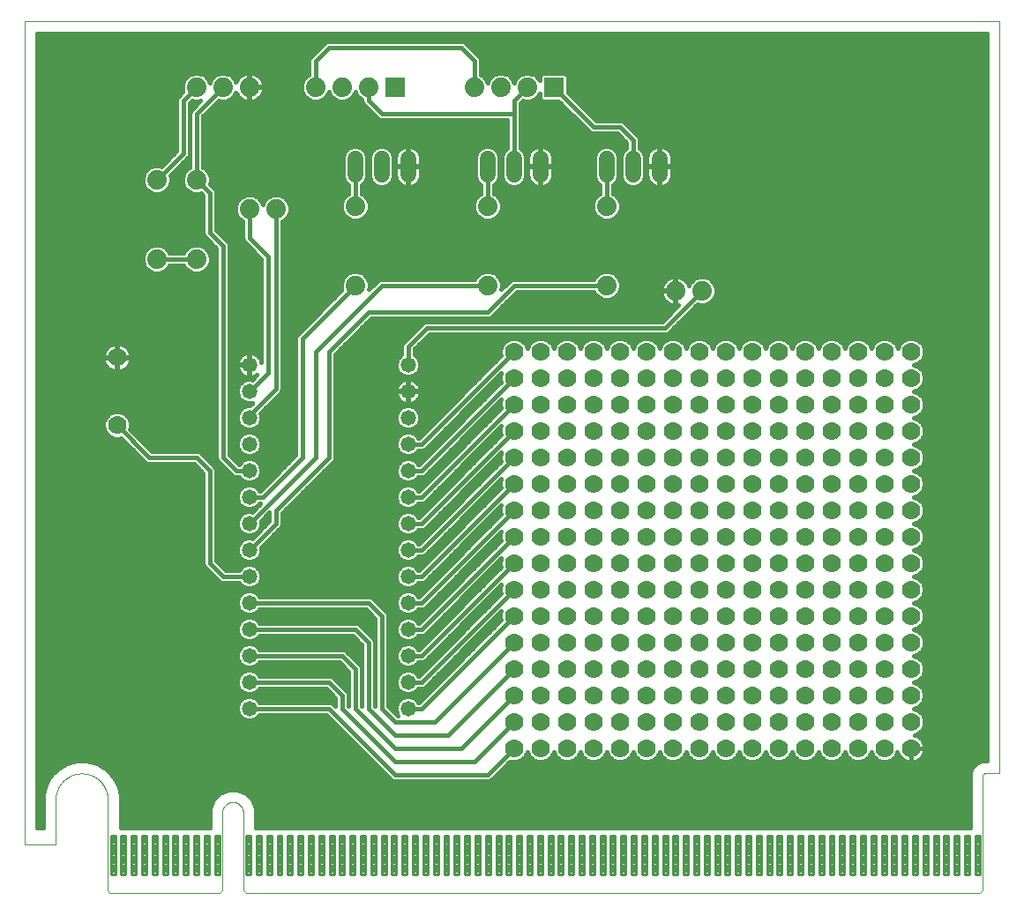
<source format=gtl>
G75*
%MOIN*%
%OFA0B0*%
%FSLAX25Y25*%
%IPPOS*%
%LPD*%
%AMOC8*
5,1,8,0,0,1.08239X$1,22.5*
%
%ADD10C,0.00000*%
%ADD11C,0.07400*%
%ADD12R,0.07400X0.07400*%
%ADD13C,0.06000*%
%ADD14C,0.05800*%
%ADD15C,0.07000*%
%ADD16C,0.01102*%
%ADD17C,0.01600*%
D10*
X0006800Y0023701D02*
X0018611Y0023701D01*
X0018611Y0040630D01*
X0028454Y0050473D02*
X0028692Y0050470D01*
X0028930Y0050462D01*
X0029167Y0050447D01*
X0029404Y0050427D01*
X0029640Y0050401D01*
X0029876Y0050370D01*
X0030111Y0050333D01*
X0030345Y0050290D01*
X0030578Y0050241D01*
X0030810Y0050187D01*
X0031040Y0050127D01*
X0031269Y0050062D01*
X0031496Y0049991D01*
X0031721Y0049915D01*
X0031944Y0049833D01*
X0032166Y0049746D01*
X0032385Y0049654D01*
X0032602Y0049556D01*
X0032816Y0049454D01*
X0033028Y0049346D01*
X0033238Y0049232D01*
X0033444Y0049114D01*
X0033648Y0048991D01*
X0033848Y0048863D01*
X0034045Y0048731D01*
X0034240Y0048593D01*
X0034430Y0048451D01*
X0034618Y0048304D01*
X0034801Y0048153D01*
X0034981Y0047998D01*
X0035157Y0047838D01*
X0035329Y0047674D01*
X0035498Y0047505D01*
X0035662Y0047333D01*
X0035822Y0047157D01*
X0035977Y0046977D01*
X0036128Y0046794D01*
X0036275Y0046606D01*
X0036417Y0046416D01*
X0036555Y0046221D01*
X0036687Y0046024D01*
X0036815Y0045824D01*
X0036938Y0045620D01*
X0037056Y0045414D01*
X0037170Y0045204D01*
X0037278Y0044992D01*
X0037380Y0044778D01*
X0037478Y0044561D01*
X0037570Y0044342D01*
X0037657Y0044120D01*
X0037739Y0043897D01*
X0037815Y0043672D01*
X0037886Y0043445D01*
X0037951Y0043216D01*
X0038011Y0042986D01*
X0038065Y0042754D01*
X0038114Y0042521D01*
X0038157Y0042287D01*
X0038194Y0042052D01*
X0038225Y0041816D01*
X0038251Y0041580D01*
X0038271Y0041343D01*
X0038286Y0041106D01*
X0038294Y0040868D01*
X0038297Y0040630D01*
X0038296Y0040630D02*
X0038296Y0027244D01*
X0038296Y0006378D01*
X0039083Y0005197D01*
X0080422Y0005197D01*
X0081603Y0006378D01*
X0081603Y0027244D01*
X0081603Y0027441D02*
X0081603Y0035709D01*
X0081605Y0035833D01*
X0081611Y0035956D01*
X0081620Y0036080D01*
X0081634Y0036202D01*
X0081651Y0036325D01*
X0081673Y0036447D01*
X0081698Y0036568D01*
X0081727Y0036688D01*
X0081759Y0036807D01*
X0081796Y0036926D01*
X0081836Y0037043D01*
X0081879Y0037158D01*
X0081927Y0037273D01*
X0081978Y0037385D01*
X0082032Y0037496D01*
X0082090Y0037606D01*
X0082151Y0037713D01*
X0082216Y0037819D01*
X0082284Y0037922D01*
X0082355Y0038023D01*
X0082429Y0038122D01*
X0082506Y0038219D01*
X0082587Y0038313D01*
X0082670Y0038404D01*
X0082756Y0038493D01*
X0082845Y0038579D01*
X0082936Y0038662D01*
X0083030Y0038743D01*
X0083127Y0038820D01*
X0083226Y0038894D01*
X0083327Y0038965D01*
X0083430Y0039033D01*
X0083536Y0039098D01*
X0083643Y0039159D01*
X0083753Y0039217D01*
X0083864Y0039271D01*
X0083976Y0039322D01*
X0084091Y0039370D01*
X0084206Y0039413D01*
X0084323Y0039453D01*
X0084442Y0039490D01*
X0084561Y0039522D01*
X0084681Y0039551D01*
X0084802Y0039576D01*
X0084924Y0039598D01*
X0085047Y0039615D01*
X0085169Y0039629D01*
X0085293Y0039638D01*
X0085416Y0039644D01*
X0085540Y0039646D01*
X0085664Y0039644D01*
X0085787Y0039638D01*
X0085911Y0039629D01*
X0086033Y0039615D01*
X0086156Y0039598D01*
X0086278Y0039576D01*
X0086399Y0039551D01*
X0086519Y0039522D01*
X0086638Y0039490D01*
X0086757Y0039453D01*
X0086874Y0039413D01*
X0086989Y0039370D01*
X0087104Y0039322D01*
X0087216Y0039271D01*
X0087327Y0039217D01*
X0087437Y0039159D01*
X0087544Y0039098D01*
X0087650Y0039033D01*
X0087753Y0038965D01*
X0087854Y0038894D01*
X0087953Y0038820D01*
X0088050Y0038743D01*
X0088144Y0038662D01*
X0088235Y0038579D01*
X0088324Y0038493D01*
X0088410Y0038404D01*
X0088493Y0038313D01*
X0088574Y0038219D01*
X0088651Y0038122D01*
X0088725Y0038023D01*
X0088796Y0037922D01*
X0088864Y0037819D01*
X0088929Y0037713D01*
X0088990Y0037606D01*
X0089048Y0037496D01*
X0089102Y0037385D01*
X0089153Y0037273D01*
X0089201Y0037158D01*
X0089244Y0037043D01*
X0089284Y0036926D01*
X0089321Y0036807D01*
X0089353Y0036688D01*
X0089382Y0036568D01*
X0089407Y0036447D01*
X0089429Y0036325D01*
X0089446Y0036202D01*
X0089460Y0036080D01*
X0089469Y0035956D01*
X0089475Y0035833D01*
X0089477Y0035709D01*
X0089477Y0027244D01*
X0089477Y0006378D01*
X0090658Y0005197D01*
X0367824Y0005197D01*
X0369005Y0006378D01*
X0369005Y0049764D01*
X0369004Y0049764D02*
X0369003Y0049814D01*
X0369006Y0049863D01*
X0369012Y0049913D01*
X0369022Y0049961D01*
X0369035Y0050009D01*
X0369052Y0050056D01*
X0369073Y0050101D01*
X0369096Y0050144D01*
X0369123Y0050186D01*
X0369153Y0050226D01*
X0369186Y0050263D01*
X0369221Y0050298D01*
X0369259Y0050330D01*
X0369299Y0050359D01*
X0369341Y0050385D01*
X0369385Y0050408D01*
X0369431Y0050428D01*
X0369478Y0050444D01*
X0369526Y0050457D01*
X0369575Y0050466D01*
X0369624Y0050471D01*
X0369674Y0050473D01*
X0369674Y0050472D02*
X0372942Y0050472D01*
X0375304Y0050472D01*
X0375304Y0334921D01*
X0006800Y0334921D01*
X0006800Y0023701D01*
X0018611Y0040630D02*
X0018614Y0040868D01*
X0018622Y0041106D01*
X0018637Y0041343D01*
X0018657Y0041580D01*
X0018683Y0041816D01*
X0018714Y0042052D01*
X0018751Y0042287D01*
X0018794Y0042521D01*
X0018843Y0042754D01*
X0018897Y0042986D01*
X0018957Y0043216D01*
X0019022Y0043445D01*
X0019093Y0043672D01*
X0019169Y0043897D01*
X0019251Y0044120D01*
X0019338Y0044342D01*
X0019430Y0044561D01*
X0019528Y0044778D01*
X0019630Y0044992D01*
X0019738Y0045204D01*
X0019852Y0045414D01*
X0019970Y0045620D01*
X0020093Y0045824D01*
X0020221Y0046024D01*
X0020353Y0046221D01*
X0020491Y0046416D01*
X0020633Y0046606D01*
X0020780Y0046794D01*
X0020931Y0046977D01*
X0021086Y0047157D01*
X0021246Y0047333D01*
X0021410Y0047505D01*
X0021579Y0047674D01*
X0021751Y0047838D01*
X0021927Y0047998D01*
X0022107Y0048153D01*
X0022290Y0048304D01*
X0022478Y0048451D01*
X0022668Y0048593D01*
X0022863Y0048731D01*
X0023060Y0048863D01*
X0023260Y0048991D01*
X0023464Y0049114D01*
X0023670Y0049232D01*
X0023880Y0049346D01*
X0024092Y0049454D01*
X0024306Y0049556D01*
X0024523Y0049654D01*
X0024742Y0049746D01*
X0024964Y0049833D01*
X0025187Y0049915D01*
X0025412Y0049991D01*
X0025639Y0050062D01*
X0025868Y0050127D01*
X0026098Y0050187D01*
X0026330Y0050241D01*
X0026563Y0050290D01*
X0026797Y0050333D01*
X0027032Y0050370D01*
X0027268Y0050401D01*
X0027504Y0050427D01*
X0027741Y0050447D01*
X0027978Y0050462D01*
X0028216Y0050470D01*
X0028454Y0050473D01*
D11*
X0131800Y0235000D03*
X0131800Y0265000D03*
X0101800Y0264000D03*
X0091800Y0264000D03*
X0071800Y0275000D03*
X0056800Y0275000D03*
X0056800Y0245000D03*
X0071800Y0245000D03*
X0071800Y0310000D03*
X0081800Y0310000D03*
X0091800Y0310000D03*
X0116800Y0310000D03*
X0126800Y0310000D03*
X0136800Y0310000D03*
X0176800Y0310000D03*
X0186800Y0310000D03*
X0196800Y0310000D03*
X0181800Y0265000D03*
X0181800Y0235000D03*
X0226800Y0235000D03*
X0252800Y0233000D03*
X0262800Y0233000D03*
X0226800Y0265000D03*
D12*
X0206800Y0310000D03*
X0146800Y0310000D03*
D13*
X0141800Y0283000D02*
X0141800Y0277000D01*
X0131800Y0277000D02*
X0131800Y0283000D01*
X0151800Y0283000D02*
X0151800Y0277000D01*
X0181800Y0277000D02*
X0181800Y0283000D01*
X0191800Y0283000D02*
X0191800Y0277000D01*
X0201800Y0277000D02*
X0201800Y0283000D01*
X0226800Y0283000D02*
X0226800Y0277000D01*
X0236800Y0277000D02*
X0236800Y0283000D01*
X0246800Y0283000D02*
X0246800Y0277000D01*
D14*
X0151800Y0205000D03*
X0151800Y0195000D03*
X0151800Y0185000D03*
X0151800Y0175000D03*
X0151800Y0165000D03*
X0151800Y0155000D03*
X0151800Y0145000D03*
X0151800Y0135000D03*
X0151800Y0125000D03*
X0151800Y0115000D03*
X0151800Y0105000D03*
X0151800Y0095000D03*
X0151800Y0085000D03*
X0151800Y0075000D03*
X0091800Y0075000D03*
X0091800Y0085000D03*
X0091800Y0095000D03*
X0091800Y0105000D03*
X0091800Y0115000D03*
X0091800Y0125000D03*
X0091800Y0135000D03*
X0091800Y0145000D03*
X0091800Y0155000D03*
X0091800Y0165000D03*
X0091800Y0175000D03*
X0091800Y0185000D03*
X0091800Y0195000D03*
X0091800Y0205000D03*
D15*
X0041800Y0207795D03*
X0041800Y0182205D03*
X0191800Y0180000D03*
X0201800Y0180000D03*
X0201800Y0170000D03*
X0191800Y0170000D03*
X0191800Y0160000D03*
X0201800Y0160000D03*
X0201800Y0150000D03*
X0191800Y0150000D03*
X0191800Y0140000D03*
X0191800Y0130000D03*
X0201800Y0130000D03*
X0201800Y0140000D03*
X0211800Y0140000D03*
X0211800Y0130000D03*
X0221800Y0130000D03*
X0221800Y0140000D03*
X0221800Y0150000D03*
X0211800Y0150000D03*
X0211800Y0160000D03*
X0221800Y0160000D03*
X0221800Y0170000D03*
X0211800Y0170000D03*
X0211800Y0180000D03*
X0221800Y0180000D03*
X0221800Y0190000D03*
X0211800Y0190000D03*
X0211800Y0200000D03*
X0221800Y0200000D03*
X0221800Y0210000D03*
X0211800Y0210000D03*
X0201800Y0210000D03*
X0191800Y0210000D03*
X0191800Y0200000D03*
X0201800Y0200000D03*
X0201800Y0190000D03*
X0191800Y0190000D03*
X0231800Y0190000D03*
X0231800Y0180000D03*
X0231800Y0170000D03*
X0231800Y0160000D03*
X0231800Y0150000D03*
X0231800Y0140000D03*
X0231800Y0130000D03*
X0231800Y0120000D03*
X0231800Y0110000D03*
X0231800Y0100000D03*
X0231800Y0090000D03*
X0231800Y0080000D03*
X0231800Y0070000D03*
X0231800Y0060000D03*
X0221800Y0060000D03*
X0211800Y0060000D03*
X0211800Y0070000D03*
X0221800Y0070000D03*
X0221800Y0080000D03*
X0211800Y0080000D03*
X0211800Y0090000D03*
X0221800Y0090000D03*
X0221800Y0100000D03*
X0211800Y0100000D03*
X0211800Y0110000D03*
X0221800Y0110000D03*
X0221800Y0120000D03*
X0211800Y0120000D03*
X0201800Y0120000D03*
X0191800Y0120000D03*
X0191800Y0110000D03*
X0201800Y0110000D03*
X0201800Y0100000D03*
X0191800Y0100000D03*
X0191800Y0090000D03*
X0201800Y0090000D03*
X0201800Y0080000D03*
X0191800Y0080000D03*
X0191800Y0070000D03*
X0201800Y0070000D03*
X0201800Y0060000D03*
X0191800Y0060000D03*
X0241800Y0060000D03*
X0251800Y0060000D03*
X0251800Y0070000D03*
X0241800Y0070000D03*
X0241800Y0080000D03*
X0251800Y0080000D03*
X0251800Y0090000D03*
X0241800Y0090000D03*
X0241800Y0100000D03*
X0251800Y0100000D03*
X0251800Y0110000D03*
X0241800Y0110000D03*
X0241800Y0120000D03*
X0251800Y0120000D03*
X0251800Y0130000D03*
X0251800Y0140000D03*
X0241800Y0140000D03*
X0241800Y0130000D03*
X0241800Y0150000D03*
X0251800Y0150000D03*
X0251800Y0160000D03*
X0241800Y0160000D03*
X0241800Y0170000D03*
X0251800Y0170000D03*
X0251800Y0180000D03*
X0241800Y0180000D03*
X0241800Y0190000D03*
X0251800Y0190000D03*
X0251800Y0200000D03*
X0241800Y0200000D03*
X0241800Y0210000D03*
X0251800Y0210000D03*
X0261800Y0210000D03*
X0271800Y0210000D03*
X0271800Y0200000D03*
X0261800Y0200000D03*
X0261800Y0190000D03*
X0271800Y0190000D03*
X0271800Y0180000D03*
X0261800Y0180000D03*
X0261800Y0170000D03*
X0271800Y0170000D03*
X0271800Y0160000D03*
X0261800Y0160000D03*
X0261800Y0150000D03*
X0271800Y0150000D03*
X0271800Y0140000D03*
X0271800Y0130000D03*
X0261800Y0130000D03*
X0261800Y0140000D03*
X0261800Y0120000D03*
X0271800Y0120000D03*
X0271800Y0110000D03*
X0261800Y0110000D03*
X0261800Y0100000D03*
X0271800Y0100000D03*
X0271800Y0090000D03*
X0261800Y0090000D03*
X0261800Y0080000D03*
X0271800Y0080000D03*
X0271800Y0070000D03*
X0261800Y0070000D03*
X0261800Y0060000D03*
X0271800Y0060000D03*
X0281800Y0060000D03*
X0281800Y0070000D03*
X0281800Y0080000D03*
X0281800Y0090000D03*
X0281800Y0100000D03*
X0281800Y0110000D03*
X0281800Y0120000D03*
X0281800Y0130000D03*
X0281800Y0140000D03*
X0281800Y0150000D03*
X0281800Y0160000D03*
X0281800Y0170000D03*
X0281800Y0180000D03*
X0281800Y0190000D03*
X0281800Y0200000D03*
X0281800Y0210000D03*
X0291800Y0210000D03*
X0301800Y0210000D03*
X0301800Y0200000D03*
X0291800Y0200000D03*
X0291800Y0190000D03*
X0301800Y0190000D03*
X0301800Y0180000D03*
X0291800Y0180000D03*
X0291800Y0170000D03*
X0301800Y0170000D03*
X0301800Y0160000D03*
X0291800Y0160000D03*
X0291800Y0150000D03*
X0301800Y0150000D03*
X0301800Y0140000D03*
X0301800Y0130000D03*
X0291800Y0130000D03*
X0291800Y0140000D03*
X0291800Y0120000D03*
X0301800Y0120000D03*
X0301800Y0110000D03*
X0291800Y0110000D03*
X0291800Y0100000D03*
X0301800Y0100000D03*
X0301800Y0090000D03*
X0291800Y0090000D03*
X0291800Y0080000D03*
X0301800Y0080000D03*
X0301800Y0070000D03*
X0291800Y0070000D03*
X0291800Y0060000D03*
X0301800Y0060000D03*
X0311800Y0060000D03*
X0321800Y0060000D03*
X0321800Y0070000D03*
X0311800Y0070000D03*
X0311800Y0080000D03*
X0321800Y0080000D03*
X0321800Y0090000D03*
X0311800Y0090000D03*
X0311800Y0100000D03*
X0321800Y0100000D03*
X0321800Y0110000D03*
X0311800Y0110000D03*
X0311800Y0120000D03*
X0321800Y0120000D03*
X0321800Y0130000D03*
X0321800Y0140000D03*
X0311800Y0140000D03*
X0311800Y0130000D03*
X0311800Y0150000D03*
X0321800Y0150000D03*
X0321800Y0160000D03*
X0311800Y0160000D03*
X0311800Y0170000D03*
X0321800Y0170000D03*
X0321800Y0180000D03*
X0311800Y0180000D03*
X0311800Y0190000D03*
X0321800Y0190000D03*
X0321800Y0200000D03*
X0311800Y0200000D03*
X0311800Y0210000D03*
X0321800Y0210000D03*
X0331800Y0210000D03*
X0331800Y0200000D03*
X0331800Y0190000D03*
X0331800Y0180000D03*
X0331800Y0170000D03*
X0331800Y0160000D03*
X0331800Y0150000D03*
X0331800Y0140000D03*
X0331800Y0130000D03*
X0331800Y0120000D03*
X0331800Y0110000D03*
X0331800Y0100000D03*
X0331800Y0090000D03*
X0331800Y0080000D03*
X0331800Y0070000D03*
X0331800Y0060000D03*
X0341800Y0060000D03*
X0341800Y0070000D03*
X0341800Y0080000D03*
X0341800Y0090000D03*
X0341800Y0100000D03*
X0341800Y0110000D03*
X0341800Y0120000D03*
X0341800Y0130000D03*
X0341800Y0140000D03*
X0341800Y0150000D03*
X0341800Y0160000D03*
X0341800Y0170000D03*
X0341800Y0180000D03*
X0341800Y0190000D03*
X0341800Y0200000D03*
X0341800Y0210000D03*
X0231800Y0210000D03*
X0231800Y0200000D03*
D16*
X0234005Y0027087D02*
X0234005Y0012441D01*
X0232351Y0012441D01*
X0232351Y0027087D01*
X0234005Y0027087D01*
X0234005Y0013542D02*
X0232351Y0013542D01*
X0232351Y0014643D02*
X0234005Y0014643D01*
X0234005Y0015744D02*
X0232351Y0015744D01*
X0232351Y0016845D02*
X0234005Y0016845D01*
X0234005Y0017946D02*
X0232351Y0017946D01*
X0232351Y0019047D02*
X0234005Y0019047D01*
X0234005Y0020148D02*
X0232351Y0020148D01*
X0232351Y0021249D02*
X0234005Y0021249D01*
X0234005Y0022350D02*
X0232351Y0022350D01*
X0232351Y0023451D02*
X0234005Y0023451D01*
X0234005Y0024552D02*
X0232351Y0024552D01*
X0232351Y0025653D02*
X0234005Y0025653D01*
X0234005Y0026754D02*
X0232351Y0026754D01*
X0230068Y0027087D02*
X0230068Y0012441D01*
X0228414Y0012441D01*
X0228414Y0027087D01*
X0230068Y0027087D01*
X0230068Y0013542D02*
X0228414Y0013542D01*
X0228414Y0014643D02*
X0230068Y0014643D01*
X0230068Y0015744D02*
X0228414Y0015744D01*
X0228414Y0016845D02*
X0230068Y0016845D01*
X0230068Y0017946D02*
X0228414Y0017946D01*
X0228414Y0019047D02*
X0230068Y0019047D01*
X0230068Y0020148D02*
X0228414Y0020148D01*
X0228414Y0021249D02*
X0230068Y0021249D01*
X0230068Y0022350D02*
X0228414Y0022350D01*
X0228414Y0023451D02*
X0230068Y0023451D01*
X0230068Y0024552D02*
X0228414Y0024552D01*
X0228414Y0025653D02*
X0230068Y0025653D01*
X0230068Y0026754D02*
X0228414Y0026754D01*
X0226131Y0027087D02*
X0226131Y0012441D01*
X0224477Y0012441D01*
X0224477Y0027087D01*
X0226131Y0027087D01*
X0226131Y0013542D02*
X0224477Y0013542D01*
X0224477Y0014643D02*
X0226131Y0014643D01*
X0226131Y0015744D02*
X0224477Y0015744D01*
X0224477Y0016845D02*
X0226131Y0016845D01*
X0226131Y0017946D02*
X0224477Y0017946D01*
X0224477Y0019047D02*
X0226131Y0019047D01*
X0226131Y0020148D02*
X0224477Y0020148D01*
X0224477Y0021249D02*
X0226131Y0021249D01*
X0226131Y0022350D02*
X0224477Y0022350D01*
X0224477Y0023451D02*
X0226131Y0023451D01*
X0226131Y0024552D02*
X0224477Y0024552D01*
X0224477Y0025653D02*
X0226131Y0025653D01*
X0226131Y0026754D02*
X0224477Y0026754D01*
X0222194Y0027087D02*
X0222194Y0012441D01*
X0220540Y0012441D01*
X0220540Y0027087D01*
X0222194Y0027087D01*
X0222194Y0013542D02*
X0220540Y0013542D01*
X0220540Y0014643D02*
X0222194Y0014643D01*
X0222194Y0015744D02*
X0220540Y0015744D01*
X0220540Y0016845D02*
X0222194Y0016845D01*
X0222194Y0017946D02*
X0220540Y0017946D01*
X0220540Y0019047D02*
X0222194Y0019047D01*
X0222194Y0020148D02*
X0220540Y0020148D01*
X0220540Y0021249D02*
X0222194Y0021249D01*
X0222194Y0022350D02*
X0220540Y0022350D01*
X0220540Y0023451D02*
X0222194Y0023451D01*
X0222194Y0024552D02*
X0220540Y0024552D01*
X0220540Y0025653D02*
X0222194Y0025653D01*
X0222194Y0026754D02*
X0220540Y0026754D01*
X0218257Y0027087D02*
X0218257Y0012441D01*
X0216603Y0012441D01*
X0216603Y0027087D01*
X0218257Y0027087D01*
X0218257Y0013542D02*
X0216603Y0013542D01*
X0216603Y0014643D02*
X0218257Y0014643D01*
X0218257Y0015744D02*
X0216603Y0015744D01*
X0216603Y0016845D02*
X0218257Y0016845D01*
X0218257Y0017946D02*
X0216603Y0017946D01*
X0216603Y0019047D02*
X0218257Y0019047D01*
X0218257Y0020148D02*
X0216603Y0020148D01*
X0216603Y0021249D02*
X0218257Y0021249D01*
X0218257Y0022350D02*
X0216603Y0022350D01*
X0216603Y0023451D02*
X0218257Y0023451D01*
X0218257Y0024552D02*
X0216603Y0024552D01*
X0216603Y0025653D02*
X0218257Y0025653D01*
X0218257Y0026754D02*
X0216603Y0026754D01*
X0214320Y0027087D02*
X0214320Y0012441D01*
X0212666Y0012441D01*
X0212666Y0027087D01*
X0214320Y0027087D01*
X0214320Y0013542D02*
X0212666Y0013542D01*
X0212666Y0014643D02*
X0214320Y0014643D01*
X0214320Y0015744D02*
X0212666Y0015744D01*
X0212666Y0016845D02*
X0214320Y0016845D01*
X0214320Y0017946D02*
X0212666Y0017946D01*
X0212666Y0019047D02*
X0214320Y0019047D01*
X0214320Y0020148D02*
X0212666Y0020148D01*
X0212666Y0021249D02*
X0214320Y0021249D01*
X0214320Y0022350D02*
X0212666Y0022350D01*
X0212666Y0023451D02*
X0214320Y0023451D01*
X0214320Y0024552D02*
X0212666Y0024552D01*
X0212666Y0025653D02*
X0214320Y0025653D01*
X0214320Y0026754D02*
X0212666Y0026754D01*
X0210383Y0027087D02*
X0210383Y0012441D01*
X0208729Y0012441D01*
X0208729Y0027087D01*
X0210383Y0027087D01*
X0210383Y0013542D02*
X0208729Y0013542D01*
X0208729Y0014643D02*
X0210383Y0014643D01*
X0210383Y0015744D02*
X0208729Y0015744D01*
X0208729Y0016845D02*
X0210383Y0016845D01*
X0210383Y0017946D02*
X0208729Y0017946D01*
X0208729Y0019047D02*
X0210383Y0019047D01*
X0210383Y0020148D02*
X0208729Y0020148D01*
X0208729Y0021249D02*
X0210383Y0021249D01*
X0210383Y0022350D02*
X0208729Y0022350D01*
X0208729Y0023451D02*
X0210383Y0023451D01*
X0210383Y0024552D02*
X0208729Y0024552D01*
X0208729Y0025653D02*
X0210383Y0025653D01*
X0210383Y0026754D02*
X0208729Y0026754D01*
X0206446Y0027087D02*
X0206446Y0012441D01*
X0204792Y0012441D01*
X0204792Y0027087D01*
X0206446Y0027087D01*
X0206446Y0013542D02*
X0204792Y0013542D01*
X0204792Y0014643D02*
X0206446Y0014643D01*
X0206446Y0015744D02*
X0204792Y0015744D01*
X0204792Y0016845D02*
X0206446Y0016845D01*
X0206446Y0017946D02*
X0204792Y0017946D01*
X0204792Y0019047D02*
X0206446Y0019047D01*
X0206446Y0020148D02*
X0204792Y0020148D01*
X0204792Y0021249D02*
X0206446Y0021249D01*
X0206446Y0022350D02*
X0204792Y0022350D01*
X0204792Y0023451D02*
X0206446Y0023451D01*
X0206446Y0024552D02*
X0204792Y0024552D01*
X0204792Y0025653D02*
X0206446Y0025653D01*
X0206446Y0026754D02*
X0204792Y0026754D01*
X0202509Y0027087D02*
X0202509Y0012441D01*
X0200855Y0012441D01*
X0200855Y0027087D01*
X0202509Y0027087D01*
X0202509Y0013542D02*
X0200855Y0013542D01*
X0200855Y0014643D02*
X0202509Y0014643D01*
X0202509Y0015744D02*
X0200855Y0015744D01*
X0200855Y0016845D02*
X0202509Y0016845D01*
X0202509Y0017946D02*
X0200855Y0017946D01*
X0200855Y0019047D02*
X0202509Y0019047D01*
X0202509Y0020148D02*
X0200855Y0020148D01*
X0200855Y0021249D02*
X0202509Y0021249D01*
X0202509Y0022350D02*
X0200855Y0022350D01*
X0200855Y0023451D02*
X0202509Y0023451D01*
X0202509Y0024552D02*
X0200855Y0024552D01*
X0200855Y0025653D02*
X0202509Y0025653D01*
X0202509Y0026754D02*
X0200855Y0026754D01*
X0198572Y0027087D02*
X0198572Y0012441D01*
X0196918Y0012441D01*
X0196918Y0027087D01*
X0198572Y0027087D01*
X0198572Y0013542D02*
X0196918Y0013542D01*
X0196918Y0014643D02*
X0198572Y0014643D01*
X0198572Y0015744D02*
X0196918Y0015744D01*
X0196918Y0016845D02*
X0198572Y0016845D01*
X0198572Y0017946D02*
X0196918Y0017946D01*
X0196918Y0019047D02*
X0198572Y0019047D01*
X0198572Y0020148D02*
X0196918Y0020148D01*
X0196918Y0021249D02*
X0198572Y0021249D01*
X0198572Y0022350D02*
X0196918Y0022350D01*
X0196918Y0023451D02*
X0198572Y0023451D01*
X0198572Y0024552D02*
X0196918Y0024552D01*
X0196918Y0025653D02*
X0198572Y0025653D01*
X0198572Y0026754D02*
X0196918Y0026754D01*
X0194635Y0027087D02*
X0194635Y0012441D01*
X0192981Y0012441D01*
X0192981Y0027087D01*
X0194635Y0027087D01*
X0194635Y0013542D02*
X0192981Y0013542D01*
X0192981Y0014643D02*
X0194635Y0014643D01*
X0194635Y0015744D02*
X0192981Y0015744D01*
X0192981Y0016845D02*
X0194635Y0016845D01*
X0194635Y0017946D02*
X0192981Y0017946D01*
X0192981Y0019047D02*
X0194635Y0019047D01*
X0194635Y0020148D02*
X0192981Y0020148D01*
X0192981Y0021249D02*
X0194635Y0021249D01*
X0194635Y0022350D02*
X0192981Y0022350D01*
X0192981Y0023451D02*
X0194635Y0023451D01*
X0194635Y0024552D02*
X0192981Y0024552D01*
X0192981Y0025653D02*
X0194635Y0025653D01*
X0194635Y0026754D02*
X0192981Y0026754D01*
X0190698Y0027087D02*
X0190698Y0012441D01*
X0189044Y0012441D01*
X0189044Y0027087D01*
X0190698Y0027087D01*
X0190698Y0013542D02*
X0189044Y0013542D01*
X0189044Y0014643D02*
X0190698Y0014643D01*
X0190698Y0015744D02*
X0189044Y0015744D01*
X0189044Y0016845D02*
X0190698Y0016845D01*
X0190698Y0017946D02*
X0189044Y0017946D01*
X0189044Y0019047D02*
X0190698Y0019047D01*
X0190698Y0020148D02*
X0189044Y0020148D01*
X0189044Y0021249D02*
X0190698Y0021249D01*
X0190698Y0022350D02*
X0189044Y0022350D01*
X0189044Y0023451D02*
X0190698Y0023451D01*
X0190698Y0024552D02*
X0189044Y0024552D01*
X0189044Y0025653D02*
X0190698Y0025653D01*
X0190698Y0026754D02*
X0189044Y0026754D01*
X0186761Y0027087D02*
X0186761Y0012441D01*
X0185107Y0012441D01*
X0185107Y0027087D01*
X0186761Y0027087D01*
X0186761Y0013542D02*
X0185107Y0013542D01*
X0185107Y0014643D02*
X0186761Y0014643D01*
X0186761Y0015744D02*
X0185107Y0015744D01*
X0185107Y0016845D02*
X0186761Y0016845D01*
X0186761Y0017946D02*
X0185107Y0017946D01*
X0185107Y0019047D02*
X0186761Y0019047D01*
X0186761Y0020148D02*
X0185107Y0020148D01*
X0185107Y0021249D02*
X0186761Y0021249D01*
X0186761Y0022350D02*
X0185107Y0022350D01*
X0185107Y0023451D02*
X0186761Y0023451D01*
X0186761Y0024552D02*
X0185107Y0024552D01*
X0185107Y0025653D02*
X0186761Y0025653D01*
X0186761Y0026754D02*
X0185107Y0026754D01*
X0182824Y0027087D02*
X0182824Y0012441D01*
X0181170Y0012441D01*
X0181170Y0027087D01*
X0182824Y0027087D01*
X0182824Y0013542D02*
X0181170Y0013542D01*
X0181170Y0014643D02*
X0182824Y0014643D01*
X0182824Y0015744D02*
X0181170Y0015744D01*
X0181170Y0016845D02*
X0182824Y0016845D01*
X0182824Y0017946D02*
X0181170Y0017946D01*
X0181170Y0019047D02*
X0182824Y0019047D01*
X0182824Y0020148D02*
X0181170Y0020148D01*
X0181170Y0021249D02*
X0182824Y0021249D01*
X0182824Y0022350D02*
X0181170Y0022350D01*
X0181170Y0023451D02*
X0182824Y0023451D01*
X0182824Y0024552D02*
X0181170Y0024552D01*
X0181170Y0025653D02*
X0182824Y0025653D01*
X0182824Y0026754D02*
X0181170Y0026754D01*
X0178887Y0027087D02*
X0178887Y0012441D01*
X0177233Y0012441D01*
X0177233Y0027087D01*
X0178887Y0027087D01*
X0178887Y0013542D02*
X0177233Y0013542D01*
X0177233Y0014643D02*
X0178887Y0014643D01*
X0178887Y0015744D02*
X0177233Y0015744D01*
X0177233Y0016845D02*
X0178887Y0016845D01*
X0178887Y0017946D02*
X0177233Y0017946D01*
X0177233Y0019047D02*
X0178887Y0019047D01*
X0178887Y0020148D02*
X0177233Y0020148D01*
X0177233Y0021249D02*
X0178887Y0021249D01*
X0178887Y0022350D02*
X0177233Y0022350D01*
X0177233Y0023451D02*
X0178887Y0023451D01*
X0178887Y0024552D02*
X0177233Y0024552D01*
X0177233Y0025653D02*
X0178887Y0025653D01*
X0178887Y0026754D02*
X0177233Y0026754D01*
X0174950Y0027087D02*
X0174950Y0012441D01*
X0173296Y0012441D01*
X0173296Y0027087D01*
X0174950Y0027087D01*
X0174950Y0013542D02*
X0173296Y0013542D01*
X0173296Y0014643D02*
X0174950Y0014643D01*
X0174950Y0015744D02*
X0173296Y0015744D01*
X0173296Y0016845D02*
X0174950Y0016845D01*
X0174950Y0017946D02*
X0173296Y0017946D01*
X0173296Y0019047D02*
X0174950Y0019047D01*
X0174950Y0020148D02*
X0173296Y0020148D01*
X0173296Y0021249D02*
X0174950Y0021249D01*
X0174950Y0022350D02*
X0173296Y0022350D01*
X0173296Y0023451D02*
X0174950Y0023451D01*
X0174950Y0024552D02*
X0173296Y0024552D01*
X0173296Y0025653D02*
X0174950Y0025653D01*
X0174950Y0026754D02*
X0173296Y0026754D01*
X0171013Y0027087D02*
X0171013Y0012441D01*
X0169359Y0012441D01*
X0169359Y0027087D01*
X0171013Y0027087D01*
X0171013Y0013542D02*
X0169359Y0013542D01*
X0169359Y0014643D02*
X0171013Y0014643D01*
X0171013Y0015744D02*
X0169359Y0015744D01*
X0169359Y0016845D02*
X0171013Y0016845D01*
X0171013Y0017946D02*
X0169359Y0017946D01*
X0169359Y0019047D02*
X0171013Y0019047D01*
X0171013Y0020148D02*
X0169359Y0020148D01*
X0169359Y0021249D02*
X0171013Y0021249D01*
X0171013Y0022350D02*
X0169359Y0022350D01*
X0169359Y0023451D02*
X0171013Y0023451D01*
X0171013Y0024552D02*
X0169359Y0024552D01*
X0169359Y0025653D02*
X0171013Y0025653D01*
X0171013Y0026754D02*
X0169359Y0026754D01*
X0167076Y0027087D02*
X0167076Y0012441D01*
X0165422Y0012441D01*
X0165422Y0027087D01*
X0167076Y0027087D01*
X0167076Y0013542D02*
X0165422Y0013542D01*
X0165422Y0014643D02*
X0167076Y0014643D01*
X0167076Y0015744D02*
X0165422Y0015744D01*
X0165422Y0016845D02*
X0167076Y0016845D01*
X0167076Y0017946D02*
X0165422Y0017946D01*
X0165422Y0019047D02*
X0167076Y0019047D01*
X0167076Y0020148D02*
X0165422Y0020148D01*
X0165422Y0021249D02*
X0167076Y0021249D01*
X0167076Y0022350D02*
X0165422Y0022350D01*
X0165422Y0023451D02*
X0167076Y0023451D01*
X0167076Y0024552D02*
X0165422Y0024552D01*
X0165422Y0025653D02*
X0167076Y0025653D01*
X0167076Y0026754D02*
X0165422Y0026754D01*
X0163139Y0027087D02*
X0163139Y0012441D01*
X0161485Y0012441D01*
X0161485Y0027087D01*
X0163139Y0027087D01*
X0163139Y0013542D02*
X0161485Y0013542D01*
X0161485Y0014643D02*
X0163139Y0014643D01*
X0163139Y0015744D02*
X0161485Y0015744D01*
X0161485Y0016845D02*
X0163139Y0016845D01*
X0163139Y0017946D02*
X0161485Y0017946D01*
X0161485Y0019047D02*
X0163139Y0019047D01*
X0163139Y0020148D02*
X0161485Y0020148D01*
X0161485Y0021249D02*
X0163139Y0021249D01*
X0163139Y0022350D02*
X0161485Y0022350D01*
X0161485Y0023451D02*
X0163139Y0023451D01*
X0163139Y0024552D02*
X0161485Y0024552D01*
X0161485Y0025653D02*
X0163139Y0025653D01*
X0163139Y0026754D02*
X0161485Y0026754D01*
X0159202Y0027087D02*
X0159202Y0012441D01*
X0157548Y0012441D01*
X0157548Y0027087D01*
X0159202Y0027087D01*
X0159202Y0013542D02*
X0157548Y0013542D01*
X0157548Y0014643D02*
X0159202Y0014643D01*
X0159202Y0015744D02*
X0157548Y0015744D01*
X0157548Y0016845D02*
X0159202Y0016845D01*
X0159202Y0017946D02*
X0157548Y0017946D01*
X0157548Y0019047D02*
X0159202Y0019047D01*
X0159202Y0020148D02*
X0157548Y0020148D01*
X0157548Y0021249D02*
X0159202Y0021249D01*
X0159202Y0022350D02*
X0157548Y0022350D01*
X0157548Y0023451D02*
X0159202Y0023451D01*
X0159202Y0024552D02*
X0157548Y0024552D01*
X0157548Y0025653D02*
X0159202Y0025653D01*
X0159202Y0026754D02*
X0157548Y0026754D01*
X0155265Y0027087D02*
X0155265Y0012441D01*
X0153611Y0012441D01*
X0153611Y0027087D01*
X0155265Y0027087D01*
X0155265Y0013542D02*
X0153611Y0013542D01*
X0153611Y0014643D02*
X0155265Y0014643D01*
X0155265Y0015744D02*
X0153611Y0015744D01*
X0153611Y0016845D02*
X0155265Y0016845D01*
X0155265Y0017946D02*
X0153611Y0017946D01*
X0153611Y0019047D02*
X0155265Y0019047D01*
X0155265Y0020148D02*
X0153611Y0020148D01*
X0153611Y0021249D02*
X0155265Y0021249D01*
X0155265Y0022350D02*
X0153611Y0022350D01*
X0153611Y0023451D02*
X0155265Y0023451D01*
X0155265Y0024552D02*
X0153611Y0024552D01*
X0153611Y0025653D02*
X0155265Y0025653D01*
X0155265Y0026754D02*
X0153611Y0026754D01*
X0151328Y0027087D02*
X0151328Y0012441D01*
X0149674Y0012441D01*
X0149674Y0027087D01*
X0151328Y0027087D01*
X0151328Y0013542D02*
X0149674Y0013542D01*
X0149674Y0014643D02*
X0151328Y0014643D01*
X0151328Y0015744D02*
X0149674Y0015744D01*
X0149674Y0016845D02*
X0151328Y0016845D01*
X0151328Y0017946D02*
X0149674Y0017946D01*
X0149674Y0019047D02*
X0151328Y0019047D01*
X0151328Y0020148D02*
X0149674Y0020148D01*
X0149674Y0021249D02*
X0151328Y0021249D01*
X0151328Y0022350D02*
X0149674Y0022350D01*
X0149674Y0023451D02*
X0151328Y0023451D01*
X0151328Y0024552D02*
X0149674Y0024552D01*
X0149674Y0025653D02*
X0151328Y0025653D01*
X0151328Y0026754D02*
X0149674Y0026754D01*
X0147391Y0027087D02*
X0147391Y0012441D01*
X0145737Y0012441D01*
X0145737Y0027087D01*
X0147391Y0027087D01*
X0147391Y0013542D02*
X0145737Y0013542D01*
X0145737Y0014643D02*
X0147391Y0014643D01*
X0147391Y0015744D02*
X0145737Y0015744D01*
X0145737Y0016845D02*
X0147391Y0016845D01*
X0147391Y0017946D02*
X0145737Y0017946D01*
X0145737Y0019047D02*
X0147391Y0019047D01*
X0147391Y0020148D02*
X0145737Y0020148D01*
X0145737Y0021249D02*
X0147391Y0021249D01*
X0147391Y0022350D02*
X0145737Y0022350D01*
X0145737Y0023451D02*
X0147391Y0023451D01*
X0147391Y0024552D02*
X0145737Y0024552D01*
X0145737Y0025653D02*
X0147391Y0025653D01*
X0147391Y0026754D02*
X0145737Y0026754D01*
X0143454Y0027087D02*
X0143454Y0012441D01*
X0141800Y0012441D01*
X0141800Y0027087D01*
X0143454Y0027087D01*
X0143454Y0013542D02*
X0141800Y0013542D01*
X0141800Y0014643D02*
X0143454Y0014643D01*
X0143454Y0015744D02*
X0141800Y0015744D01*
X0141800Y0016845D02*
X0143454Y0016845D01*
X0143454Y0017946D02*
X0141800Y0017946D01*
X0141800Y0019047D02*
X0143454Y0019047D01*
X0143454Y0020148D02*
X0141800Y0020148D01*
X0141800Y0021249D02*
X0143454Y0021249D01*
X0143454Y0022350D02*
X0141800Y0022350D01*
X0141800Y0023451D02*
X0143454Y0023451D01*
X0143454Y0024552D02*
X0141800Y0024552D01*
X0141800Y0025653D02*
X0143454Y0025653D01*
X0143454Y0026754D02*
X0141800Y0026754D01*
X0139517Y0027087D02*
X0139517Y0012441D01*
X0137863Y0012441D01*
X0137863Y0027087D01*
X0139517Y0027087D01*
X0139517Y0013542D02*
X0137863Y0013542D01*
X0137863Y0014643D02*
X0139517Y0014643D01*
X0139517Y0015744D02*
X0137863Y0015744D01*
X0137863Y0016845D02*
X0139517Y0016845D01*
X0139517Y0017946D02*
X0137863Y0017946D01*
X0137863Y0019047D02*
X0139517Y0019047D01*
X0139517Y0020148D02*
X0137863Y0020148D01*
X0137863Y0021249D02*
X0139517Y0021249D01*
X0139517Y0022350D02*
X0137863Y0022350D01*
X0137863Y0023451D02*
X0139517Y0023451D01*
X0139517Y0024552D02*
X0137863Y0024552D01*
X0137863Y0025653D02*
X0139517Y0025653D01*
X0139517Y0026754D02*
X0137863Y0026754D01*
X0135580Y0027087D02*
X0135580Y0012441D01*
X0133926Y0012441D01*
X0133926Y0027087D01*
X0135580Y0027087D01*
X0135580Y0013542D02*
X0133926Y0013542D01*
X0133926Y0014643D02*
X0135580Y0014643D01*
X0135580Y0015744D02*
X0133926Y0015744D01*
X0133926Y0016845D02*
X0135580Y0016845D01*
X0135580Y0017946D02*
X0133926Y0017946D01*
X0133926Y0019047D02*
X0135580Y0019047D01*
X0135580Y0020148D02*
X0133926Y0020148D01*
X0133926Y0021249D02*
X0135580Y0021249D01*
X0135580Y0022350D02*
X0133926Y0022350D01*
X0133926Y0023451D02*
X0135580Y0023451D01*
X0135580Y0024552D02*
X0133926Y0024552D01*
X0133926Y0025653D02*
X0135580Y0025653D01*
X0135580Y0026754D02*
X0133926Y0026754D01*
X0131643Y0027087D02*
X0131643Y0012441D01*
X0129989Y0012441D01*
X0129989Y0027087D01*
X0131643Y0027087D01*
X0131643Y0013542D02*
X0129989Y0013542D01*
X0129989Y0014643D02*
X0131643Y0014643D01*
X0131643Y0015744D02*
X0129989Y0015744D01*
X0129989Y0016845D02*
X0131643Y0016845D01*
X0131643Y0017946D02*
X0129989Y0017946D01*
X0129989Y0019047D02*
X0131643Y0019047D01*
X0131643Y0020148D02*
X0129989Y0020148D01*
X0129989Y0021249D02*
X0131643Y0021249D01*
X0131643Y0022350D02*
X0129989Y0022350D01*
X0129989Y0023451D02*
X0131643Y0023451D01*
X0131643Y0024552D02*
X0129989Y0024552D01*
X0129989Y0025653D02*
X0131643Y0025653D01*
X0131643Y0026754D02*
X0129989Y0026754D01*
X0127706Y0027087D02*
X0127706Y0012441D01*
X0126052Y0012441D01*
X0126052Y0027087D01*
X0127706Y0027087D01*
X0127706Y0013542D02*
X0126052Y0013542D01*
X0126052Y0014643D02*
X0127706Y0014643D01*
X0127706Y0015744D02*
X0126052Y0015744D01*
X0126052Y0016845D02*
X0127706Y0016845D01*
X0127706Y0017946D02*
X0126052Y0017946D01*
X0126052Y0019047D02*
X0127706Y0019047D01*
X0127706Y0020148D02*
X0126052Y0020148D01*
X0126052Y0021249D02*
X0127706Y0021249D01*
X0127706Y0022350D02*
X0126052Y0022350D01*
X0126052Y0023451D02*
X0127706Y0023451D01*
X0127706Y0024552D02*
X0126052Y0024552D01*
X0126052Y0025653D02*
X0127706Y0025653D01*
X0127706Y0026754D02*
X0126052Y0026754D01*
X0123769Y0027087D02*
X0123769Y0012441D01*
X0122115Y0012441D01*
X0122115Y0027087D01*
X0123769Y0027087D01*
X0123769Y0013542D02*
X0122115Y0013542D01*
X0122115Y0014643D02*
X0123769Y0014643D01*
X0123769Y0015744D02*
X0122115Y0015744D01*
X0122115Y0016845D02*
X0123769Y0016845D01*
X0123769Y0017946D02*
X0122115Y0017946D01*
X0122115Y0019047D02*
X0123769Y0019047D01*
X0123769Y0020148D02*
X0122115Y0020148D01*
X0122115Y0021249D02*
X0123769Y0021249D01*
X0123769Y0022350D02*
X0122115Y0022350D01*
X0122115Y0023451D02*
X0123769Y0023451D01*
X0123769Y0024552D02*
X0122115Y0024552D01*
X0122115Y0025653D02*
X0123769Y0025653D01*
X0123769Y0026754D02*
X0122115Y0026754D01*
X0119832Y0027087D02*
X0119832Y0012441D01*
X0118178Y0012441D01*
X0118178Y0027087D01*
X0119832Y0027087D01*
X0119832Y0013542D02*
X0118178Y0013542D01*
X0118178Y0014643D02*
X0119832Y0014643D01*
X0119832Y0015744D02*
X0118178Y0015744D01*
X0118178Y0016845D02*
X0119832Y0016845D01*
X0119832Y0017946D02*
X0118178Y0017946D01*
X0118178Y0019047D02*
X0119832Y0019047D01*
X0119832Y0020148D02*
X0118178Y0020148D01*
X0118178Y0021249D02*
X0119832Y0021249D01*
X0119832Y0022350D02*
X0118178Y0022350D01*
X0118178Y0023451D02*
X0119832Y0023451D01*
X0119832Y0024552D02*
X0118178Y0024552D01*
X0118178Y0025653D02*
X0119832Y0025653D01*
X0119832Y0026754D02*
X0118178Y0026754D01*
X0115895Y0027087D02*
X0115895Y0012441D01*
X0114241Y0012441D01*
X0114241Y0027087D01*
X0115895Y0027087D01*
X0115895Y0013542D02*
X0114241Y0013542D01*
X0114241Y0014643D02*
X0115895Y0014643D01*
X0115895Y0015744D02*
X0114241Y0015744D01*
X0114241Y0016845D02*
X0115895Y0016845D01*
X0115895Y0017946D02*
X0114241Y0017946D01*
X0114241Y0019047D02*
X0115895Y0019047D01*
X0115895Y0020148D02*
X0114241Y0020148D01*
X0114241Y0021249D02*
X0115895Y0021249D01*
X0115895Y0022350D02*
X0114241Y0022350D01*
X0114241Y0023451D02*
X0115895Y0023451D01*
X0115895Y0024552D02*
X0114241Y0024552D01*
X0114241Y0025653D02*
X0115895Y0025653D01*
X0115895Y0026754D02*
X0114241Y0026754D01*
X0111958Y0027087D02*
X0111958Y0012441D01*
X0110304Y0012441D01*
X0110304Y0027087D01*
X0111958Y0027087D01*
X0111958Y0013542D02*
X0110304Y0013542D01*
X0110304Y0014643D02*
X0111958Y0014643D01*
X0111958Y0015744D02*
X0110304Y0015744D01*
X0110304Y0016845D02*
X0111958Y0016845D01*
X0111958Y0017946D02*
X0110304Y0017946D01*
X0110304Y0019047D02*
X0111958Y0019047D01*
X0111958Y0020148D02*
X0110304Y0020148D01*
X0110304Y0021249D02*
X0111958Y0021249D01*
X0111958Y0022350D02*
X0110304Y0022350D01*
X0110304Y0023451D02*
X0111958Y0023451D01*
X0111958Y0024552D02*
X0110304Y0024552D01*
X0110304Y0025653D02*
X0111958Y0025653D01*
X0111958Y0026754D02*
X0110304Y0026754D01*
X0108021Y0027087D02*
X0108021Y0012441D01*
X0106367Y0012441D01*
X0106367Y0027087D01*
X0108021Y0027087D01*
X0108021Y0013542D02*
X0106367Y0013542D01*
X0106367Y0014643D02*
X0108021Y0014643D01*
X0108021Y0015744D02*
X0106367Y0015744D01*
X0106367Y0016845D02*
X0108021Y0016845D01*
X0108021Y0017946D02*
X0106367Y0017946D01*
X0106367Y0019047D02*
X0108021Y0019047D01*
X0108021Y0020148D02*
X0106367Y0020148D01*
X0106367Y0021249D02*
X0108021Y0021249D01*
X0108021Y0022350D02*
X0106367Y0022350D01*
X0106367Y0023451D02*
X0108021Y0023451D01*
X0108021Y0024552D02*
X0106367Y0024552D01*
X0106367Y0025653D02*
X0108021Y0025653D01*
X0108021Y0026754D02*
X0106367Y0026754D01*
X0104084Y0027087D02*
X0104084Y0012441D01*
X0102430Y0012441D01*
X0102430Y0027087D01*
X0104084Y0027087D01*
X0104084Y0013542D02*
X0102430Y0013542D01*
X0102430Y0014643D02*
X0104084Y0014643D01*
X0104084Y0015744D02*
X0102430Y0015744D01*
X0102430Y0016845D02*
X0104084Y0016845D01*
X0104084Y0017946D02*
X0102430Y0017946D01*
X0102430Y0019047D02*
X0104084Y0019047D01*
X0104084Y0020148D02*
X0102430Y0020148D01*
X0102430Y0021249D02*
X0104084Y0021249D01*
X0104084Y0022350D02*
X0102430Y0022350D01*
X0102430Y0023451D02*
X0104084Y0023451D01*
X0104084Y0024552D02*
X0102430Y0024552D01*
X0102430Y0025653D02*
X0104084Y0025653D01*
X0104084Y0026754D02*
X0102430Y0026754D01*
X0100147Y0027087D02*
X0100147Y0012441D01*
X0098493Y0012441D01*
X0098493Y0027087D01*
X0100147Y0027087D01*
X0100147Y0013542D02*
X0098493Y0013542D01*
X0098493Y0014643D02*
X0100147Y0014643D01*
X0100147Y0015744D02*
X0098493Y0015744D01*
X0098493Y0016845D02*
X0100147Y0016845D01*
X0100147Y0017946D02*
X0098493Y0017946D01*
X0098493Y0019047D02*
X0100147Y0019047D01*
X0100147Y0020148D02*
X0098493Y0020148D01*
X0098493Y0021249D02*
X0100147Y0021249D01*
X0100147Y0022350D02*
X0098493Y0022350D01*
X0098493Y0023451D02*
X0100147Y0023451D01*
X0100147Y0024552D02*
X0098493Y0024552D01*
X0098493Y0025653D02*
X0100147Y0025653D01*
X0100147Y0026754D02*
X0098493Y0026754D01*
X0096210Y0027087D02*
X0096210Y0012441D01*
X0094556Y0012441D01*
X0094556Y0027087D01*
X0096210Y0027087D01*
X0096210Y0013542D02*
X0094556Y0013542D01*
X0094556Y0014643D02*
X0096210Y0014643D01*
X0096210Y0015744D02*
X0094556Y0015744D01*
X0094556Y0016845D02*
X0096210Y0016845D01*
X0096210Y0017946D02*
X0094556Y0017946D01*
X0094556Y0019047D02*
X0096210Y0019047D01*
X0096210Y0020148D02*
X0094556Y0020148D01*
X0094556Y0021249D02*
X0096210Y0021249D01*
X0096210Y0022350D02*
X0094556Y0022350D01*
X0094556Y0023451D02*
X0096210Y0023451D01*
X0096210Y0024552D02*
X0094556Y0024552D01*
X0094556Y0025653D02*
X0096210Y0025653D01*
X0096210Y0026754D02*
X0094556Y0026754D01*
X0092273Y0027087D02*
X0092273Y0012441D01*
X0090619Y0012441D01*
X0090619Y0027087D01*
X0092273Y0027087D01*
X0092273Y0013542D02*
X0090619Y0013542D01*
X0090619Y0014643D02*
X0092273Y0014643D01*
X0092273Y0015744D02*
X0090619Y0015744D01*
X0090619Y0016845D02*
X0092273Y0016845D01*
X0092273Y0017946D02*
X0090619Y0017946D01*
X0090619Y0019047D02*
X0092273Y0019047D01*
X0092273Y0020148D02*
X0090619Y0020148D01*
X0090619Y0021249D02*
X0092273Y0021249D01*
X0092273Y0022350D02*
X0090619Y0022350D01*
X0090619Y0023451D02*
X0092273Y0023451D01*
X0092273Y0024552D02*
X0090619Y0024552D01*
X0090619Y0025653D02*
X0092273Y0025653D01*
X0092273Y0026754D02*
X0090619Y0026754D01*
X0080462Y0027087D02*
X0080462Y0012441D01*
X0078808Y0012441D01*
X0078808Y0027087D01*
X0080462Y0027087D01*
X0080462Y0013542D02*
X0078808Y0013542D01*
X0078808Y0014643D02*
X0080462Y0014643D01*
X0080462Y0015744D02*
X0078808Y0015744D01*
X0078808Y0016845D02*
X0080462Y0016845D01*
X0080462Y0017946D02*
X0078808Y0017946D01*
X0078808Y0019047D02*
X0080462Y0019047D01*
X0080462Y0020148D02*
X0078808Y0020148D01*
X0078808Y0021249D02*
X0080462Y0021249D01*
X0080462Y0022350D02*
X0078808Y0022350D01*
X0078808Y0023451D02*
X0080462Y0023451D01*
X0080462Y0024552D02*
X0078808Y0024552D01*
X0078808Y0025653D02*
X0080462Y0025653D01*
X0080462Y0026754D02*
X0078808Y0026754D01*
X0076525Y0027087D02*
X0076525Y0012441D01*
X0074871Y0012441D01*
X0074871Y0027087D01*
X0076525Y0027087D01*
X0076525Y0013542D02*
X0074871Y0013542D01*
X0074871Y0014643D02*
X0076525Y0014643D01*
X0076525Y0015744D02*
X0074871Y0015744D01*
X0074871Y0016845D02*
X0076525Y0016845D01*
X0076525Y0017946D02*
X0074871Y0017946D01*
X0074871Y0019047D02*
X0076525Y0019047D01*
X0076525Y0020148D02*
X0074871Y0020148D01*
X0074871Y0021249D02*
X0076525Y0021249D01*
X0076525Y0022350D02*
X0074871Y0022350D01*
X0074871Y0023451D02*
X0076525Y0023451D01*
X0076525Y0024552D02*
X0074871Y0024552D01*
X0074871Y0025653D02*
X0076525Y0025653D01*
X0076525Y0026754D02*
X0074871Y0026754D01*
X0072588Y0027087D02*
X0072588Y0012441D01*
X0070934Y0012441D01*
X0070934Y0027087D01*
X0072588Y0027087D01*
X0072588Y0013542D02*
X0070934Y0013542D01*
X0070934Y0014643D02*
X0072588Y0014643D01*
X0072588Y0015744D02*
X0070934Y0015744D01*
X0070934Y0016845D02*
X0072588Y0016845D01*
X0072588Y0017946D02*
X0070934Y0017946D01*
X0070934Y0019047D02*
X0072588Y0019047D01*
X0072588Y0020148D02*
X0070934Y0020148D01*
X0070934Y0021249D02*
X0072588Y0021249D01*
X0072588Y0022350D02*
X0070934Y0022350D01*
X0070934Y0023451D02*
X0072588Y0023451D01*
X0072588Y0024552D02*
X0070934Y0024552D01*
X0070934Y0025653D02*
X0072588Y0025653D01*
X0072588Y0026754D02*
X0070934Y0026754D01*
X0068651Y0027087D02*
X0068651Y0012441D01*
X0066997Y0012441D01*
X0066997Y0027087D01*
X0068651Y0027087D01*
X0068651Y0013542D02*
X0066997Y0013542D01*
X0066997Y0014643D02*
X0068651Y0014643D01*
X0068651Y0015744D02*
X0066997Y0015744D01*
X0066997Y0016845D02*
X0068651Y0016845D01*
X0068651Y0017946D02*
X0066997Y0017946D01*
X0066997Y0019047D02*
X0068651Y0019047D01*
X0068651Y0020148D02*
X0066997Y0020148D01*
X0066997Y0021249D02*
X0068651Y0021249D01*
X0068651Y0022350D02*
X0066997Y0022350D01*
X0066997Y0023451D02*
X0068651Y0023451D01*
X0068651Y0024552D02*
X0066997Y0024552D01*
X0066997Y0025653D02*
X0068651Y0025653D01*
X0068651Y0026754D02*
X0066997Y0026754D01*
X0064714Y0027087D02*
X0064714Y0012441D01*
X0063060Y0012441D01*
X0063060Y0027087D01*
X0064714Y0027087D01*
X0064714Y0013542D02*
X0063060Y0013542D01*
X0063060Y0014643D02*
X0064714Y0014643D01*
X0064714Y0015744D02*
X0063060Y0015744D01*
X0063060Y0016845D02*
X0064714Y0016845D01*
X0064714Y0017946D02*
X0063060Y0017946D01*
X0063060Y0019047D02*
X0064714Y0019047D01*
X0064714Y0020148D02*
X0063060Y0020148D01*
X0063060Y0021249D02*
X0064714Y0021249D01*
X0064714Y0022350D02*
X0063060Y0022350D01*
X0063060Y0023451D02*
X0064714Y0023451D01*
X0064714Y0024552D02*
X0063060Y0024552D01*
X0063060Y0025653D02*
X0064714Y0025653D01*
X0064714Y0026754D02*
X0063060Y0026754D01*
X0060777Y0027087D02*
X0060777Y0012441D01*
X0059123Y0012441D01*
X0059123Y0027087D01*
X0060777Y0027087D01*
X0060777Y0013542D02*
X0059123Y0013542D01*
X0059123Y0014643D02*
X0060777Y0014643D01*
X0060777Y0015744D02*
X0059123Y0015744D01*
X0059123Y0016845D02*
X0060777Y0016845D01*
X0060777Y0017946D02*
X0059123Y0017946D01*
X0059123Y0019047D02*
X0060777Y0019047D01*
X0060777Y0020148D02*
X0059123Y0020148D01*
X0059123Y0021249D02*
X0060777Y0021249D01*
X0060777Y0022350D02*
X0059123Y0022350D01*
X0059123Y0023451D02*
X0060777Y0023451D01*
X0060777Y0024552D02*
X0059123Y0024552D01*
X0059123Y0025653D02*
X0060777Y0025653D01*
X0060777Y0026754D02*
X0059123Y0026754D01*
X0056840Y0027087D02*
X0056840Y0012441D01*
X0055186Y0012441D01*
X0055186Y0027087D01*
X0056840Y0027087D01*
X0056840Y0013542D02*
X0055186Y0013542D01*
X0055186Y0014643D02*
X0056840Y0014643D01*
X0056840Y0015744D02*
X0055186Y0015744D01*
X0055186Y0016845D02*
X0056840Y0016845D01*
X0056840Y0017946D02*
X0055186Y0017946D01*
X0055186Y0019047D02*
X0056840Y0019047D01*
X0056840Y0020148D02*
X0055186Y0020148D01*
X0055186Y0021249D02*
X0056840Y0021249D01*
X0056840Y0022350D02*
X0055186Y0022350D01*
X0055186Y0023451D02*
X0056840Y0023451D01*
X0056840Y0024552D02*
X0055186Y0024552D01*
X0055186Y0025653D02*
X0056840Y0025653D01*
X0056840Y0026754D02*
X0055186Y0026754D01*
X0052903Y0027087D02*
X0052903Y0012441D01*
X0051249Y0012441D01*
X0051249Y0027087D01*
X0052903Y0027087D01*
X0052903Y0013542D02*
X0051249Y0013542D01*
X0051249Y0014643D02*
X0052903Y0014643D01*
X0052903Y0015744D02*
X0051249Y0015744D01*
X0051249Y0016845D02*
X0052903Y0016845D01*
X0052903Y0017946D02*
X0051249Y0017946D01*
X0051249Y0019047D02*
X0052903Y0019047D01*
X0052903Y0020148D02*
X0051249Y0020148D01*
X0051249Y0021249D02*
X0052903Y0021249D01*
X0052903Y0022350D02*
X0051249Y0022350D01*
X0051249Y0023451D02*
X0052903Y0023451D01*
X0052903Y0024552D02*
X0051249Y0024552D01*
X0051249Y0025653D02*
X0052903Y0025653D01*
X0052903Y0026754D02*
X0051249Y0026754D01*
X0048966Y0027087D02*
X0048966Y0012441D01*
X0047312Y0012441D01*
X0047312Y0027087D01*
X0048966Y0027087D01*
X0048966Y0013542D02*
X0047312Y0013542D01*
X0047312Y0014643D02*
X0048966Y0014643D01*
X0048966Y0015744D02*
X0047312Y0015744D01*
X0047312Y0016845D02*
X0048966Y0016845D01*
X0048966Y0017946D02*
X0047312Y0017946D01*
X0047312Y0019047D02*
X0048966Y0019047D01*
X0048966Y0020148D02*
X0047312Y0020148D01*
X0047312Y0021249D02*
X0048966Y0021249D01*
X0048966Y0022350D02*
X0047312Y0022350D01*
X0047312Y0023451D02*
X0048966Y0023451D01*
X0048966Y0024552D02*
X0047312Y0024552D01*
X0047312Y0025653D02*
X0048966Y0025653D01*
X0048966Y0026754D02*
X0047312Y0026754D01*
X0045029Y0027087D02*
X0045029Y0012441D01*
X0043375Y0012441D01*
X0043375Y0027087D01*
X0045029Y0027087D01*
X0045029Y0013542D02*
X0043375Y0013542D01*
X0043375Y0014643D02*
X0045029Y0014643D01*
X0045029Y0015744D02*
X0043375Y0015744D01*
X0043375Y0016845D02*
X0045029Y0016845D01*
X0045029Y0017946D02*
X0043375Y0017946D01*
X0043375Y0019047D02*
X0045029Y0019047D01*
X0045029Y0020148D02*
X0043375Y0020148D01*
X0043375Y0021249D02*
X0045029Y0021249D01*
X0045029Y0022350D02*
X0043375Y0022350D01*
X0043375Y0023451D02*
X0045029Y0023451D01*
X0045029Y0024552D02*
X0043375Y0024552D01*
X0043375Y0025653D02*
X0045029Y0025653D01*
X0045029Y0026754D02*
X0043375Y0026754D01*
X0041092Y0027087D02*
X0041092Y0012441D01*
X0039438Y0012441D01*
X0039438Y0027087D01*
X0041092Y0027087D01*
X0041092Y0013542D02*
X0039438Y0013542D01*
X0039438Y0014643D02*
X0041092Y0014643D01*
X0041092Y0015744D02*
X0039438Y0015744D01*
X0039438Y0016845D02*
X0041092Y0016845D01*
X0041092Y0017946D02*
X0039438Y0017946D01*
X0039438Y0019047D02*
X0041092Y0019047D01*
X0041092Y0020148D02*
X0039438Y0020148D01*
X0039438Y0021249D02*
X0041092Y0021249D01*
X0041092Y0022350D02*
X0039438Y0022350D01*
X0039438Y0023451D02*
X0041092Y0023451D01*
X0041092Y0024552D02*
X0039438Y0024552D01*
X0039438Y0025653D02*
X0041092Y0025653D01*
X0041092Y0026754D02*
X0039438Y0026754D01*
X0237942Y0027087D02*
X0237942Y0012441D01*
X0236288Y0012441D01*
X0236288Y0027087D01*
X0237942Y0027087D01*
X0237942Y0013542D02*
X0236288Y0013542D01*
X0236288Y0014643D02*
X0237942Y0014643D01*
X0237942Y0015744D02*
X0236288Y0015744D01*
X0236288Y0016845D02*
X0237942Y0016845D01*
X0237942Y0017946D02*
X0236288Y0017946D01*
X0236288Y0019047D02*
X0237942Y0019047D01*
X0237942Y0020148D02*
X0236288Y0020148D01*
X0236288Y0021249D02*
X0237942Y0021249D01*
X0237942Y0022350D02*
X0236288Y0022350D01*
X0236288Y0023451D02*
X0237942Y0023451D01*
X0237942Y0024552D02*
X0236288Y0024552D01*
X0236288Y0025653D02*
X0237942Y0025653D01*
X0237942Y0026754D02*
X0236288Y0026754D01*
X0241879Y0027087D02*
X0241879Y0012441D01*
X0240225Y0012441D01*
X0240225Y0027087D01*
X0241879Y0027087D01*
X0241879Y0013542D02*
X0240225Y0013542D01*
X0240225Y0014643D02*
X0241879Y0014643D01*
X0241879Y0015744D02*
X0240225Y0015744D01*
X0240225Y0016845D02*
X0241879Y0016845D01*
X0241879Y0017946D02*
X0240225Y0017946D01*
X0240225Y0019047D02*
X0241879Y0019047D01*
X0241879Y0020148D02*
X0240225Y0020148D01*
X0240225Y0021249D02*
X0241879Y0021249D01*
X0241879Y0022350D02*
X0240225Y0022350D01*
X0240225Y0023451D02*
X0241879Y0023451D01*
X0241879Y0024552D02*
X0240225Y0024552D01*
X0240225Y0025653D02*
X0241879Y0025653D01*
X0241879Y0026754D02*
X0240225Y0026754D01*
X0245816Y0027087D02*
X0245816Y0012441D01*
X0244162Y0012441D01*
X0244162Y0027087D01*
X0245816Y0027087D01*
X0245816Y0013542D02*
X0244162Y0013542D01*
X0244162Y0014643D02*
X0245816Y0014643D01*
X0245816Y0015744D02*
X0244162Y0015744D01*
X0244162Y0016845D02*
X0245816Y0016845D01*
X0245816Y0017946D02*
X0244162Y0017946D01*
X0244162Y0019047D02*
X0245816Y0019047D01*
X0245816Y0020148D02*
X0244162Y0020148D01*
X0244162Y0021249D02*
X0245816Y0021249D01*
X0245816Y0022350D02*
X0244162Y0022350D01*
X0244162Y0023451D02*
X0245816Y0023451D01*
X0245816Y0024552D02*
X0244162Y0024552D01*
X0244162Y0025653D02*
X0245816Y0025653D01*
X0245816Y0026754D02*
X0244162Y0026754D01*
X0249753Y0027087D02*
X0249753Y0012441D01*
X0248099Y0012441D01*
X0248099Y0027087D01*
X0249753Y0027087D01*
X0249753Y0013542D02*
X0248099Y0013542D01*
X0248099Y0014643D02*
X0249753Y0014643D01*
X0249753Y0015744D02*
X0248099Y0015744D01*
X0248099Y0016845D02*
X0249753Y0016845D01*
X0249753Y0017946D02*
X0248099Y0017946D01*
X0248099Y0019047D02*
X0249753Y0019047D01*
X0249753Y0020148D02*
X0248099Y0020148D01*
X0248099Y0021249D02*
X0249753Y0021249D01*
X0249753Y0022350D02*
X0248099Y0022350D01*
X0248099Y0023451D02*
X0249753Y0023451D01*
X0249753Y0024552D02*
X0248099Y0024552D01*
X0248099Y0025653D02*
X0249753Y0025653D01*
X0249753Y0026754D02*
X0248099Y0026754D01*
X0253690Y0027087D02*
X0253690Y0012441D01*
X0252036Y0012441D01*
X0252036Y0027087D01*
X0253690Y0027087D01*
X0253690Y0013542D02*
X0252036Y0013542D01*
X0252036Y0014643D02*
X0253690Y0014643D01*
X0253690Y0015744D02*
X0252036Y0015744D01*
X0252036Y0016845D02*
X0253690Y0016845D01*
X0253690Y0017946D02*
X0252036Y0017946D01*
X0252036Y0019047D02*
X0253690Y0019047D01*
X0253690Y0020148D02*
X0252036Y0020148D01*
X0252036Y0021249D02*
X0253690Y0021249D01*
X0253690Y0022350D02*
X0252036Y0022350D01*
X0252036Y0023451D02*
X0253690Y0023451D01*
X0253690Y0024552D02*
X0252036Y0024552D01*
X0252036Y0025653D02*
X0253690Y0025653D01*
X0253690Y0026754D02*
X0252036Y0026754D01*
X0257627Y0027087D02*
X0257627Y0012441D01*
X0255973Y0012441D01*
X0255973Y0027087D01*
X0257627Y0027087D01*
X0257627Y0013542D02*
X0255973Y0013542D01*
X0255973Y0014643D02*
X0257627Y0014643D01*
X0257627Y0015744D02*
X0255973Y0015744D01*
X0255973Y0016845D02*
X0257627Y0016845D01*
X0257627Y0017946D02*
X0255973Y0017946D01*
X0255973Y0019047D02*
X0257627Y0019047D01*
X0257627Y0020148D02*
X0255973Y0020148D01*
X0255973Y0021249D02*
X0257627Y0021249D01*
X0257627Y0022350D02*
X0255973Y0022350D01*
X0255973Y0023451D02*
X0257627Y0023451D01*
X0257627Y0024552D02*
X0255973Y0024552D01*
X0255973Y0025653D02*
X0257627Y0025653D01*
X0257627Y0026754D02*
X0255973Y0026754D01*
X0261564Y0027087D02*
X0261564Y0012441D01*
X0259910Y0012441D01*
X0259910Y0027087D01*
X0261564Y0027087D01*
X0261564Y0013542D02*
X0259910Y0013542D01*
X0259910Y0014643D02*
X0261564Y0014643D01*
X0261564Y0015744D02*
X0259910Y0015744D01*
X0259910Y0016845D02*
X0261564Y0016845D01*
X0261564Y0017946D02*
X0259910Y0017946D01*
X0259910Y0019047D02*
X0261564Y0019047D01*
X0261564Y0020148D02*
X0259910Y0020148D01*
X0259910Y0021249D02*
X0261564Y0021249D01*
X0261564Y0022350D02*
X0259910Y0022350D01*
X0259910Y0023451D02*
X0261564Y0023451D01*
X0261564Y0024552D02*
X0259910Y0024552D01*
X0259910Y0025653D02*
X0261564Y0025653D01*
X0261564Y0026754D02*
X0259910Y0026754D01*
X0265501Y0027087D02*
X0265501Y0012441D01*
X0263847Y0012441D01*
X0263847Y0027087D01*
X0265501Y0027087D01*
X0265501Y0013542D02*
X0263847Y0013542D01*
X0263847Y0014643D02*
X0265501Y0014643D01*
X0265501Y0015744D02*
X0263847Y0015744D01*
X0263847Y0016845D02*
X0265501Y0016845D01*
X0265501Y0017946D02*
X0263847Y0017946D01*
X0263847Y0019047D02*
X0265501Y0019047D01*
X0265501Y0020148D02*
X0263847Y0020148D01*
X0263847Y0021249D02*
X0265501Y0021249D01*
X0265501Y0022350D02*
X0263847Y0022350D01*
X0263847Y0023451D02*
X0265501Y0023451D01*
X0265501Y0024552D02*
X0263847Y0024552D01*
X0263847Y0025653D02*
X0265501Y0025653D01*
X0265501Y0026754D02*
X0263847Y0026754D01*
X0269438Y0027087D02*
X0269438Y0012441D01*
X0267784Y0012441D01*
X0267784Y0027087D01*
X0269438Y0027087D01*
X0269438Y0013542D02*
X0267784Y0013542D01*
X0267784Y0014643D02*
X0269438Y0014643D01*
X0269438Y0015744D02*
X0267784Y0015744D01*
X0267784Y0016845D02*
X0269438Y0016845D01*
X0269438Y0017946D02*
X0267784Y0017946D01*
X0267784Y0019047D02*
X0269438Y0019047D01*
X0269438Y0020148D02*
X0267784Y0020148D01*
X0267784Y0021249D02*
X0269438Y0021249D01*
X0269438Y0022350D02*
X0267784Y0022350D01*
X0267784Y0023451D02*
X0269438Y0023451D01*
X0269438Y0024552D02*
X0267784Y0024552D01*
X0267784Y0025653D02*
X0269438Y0025653D01*
X0269438Y0026754D02*
X0267784Y0026754D01*
X0273375Y0027087D02*
X0273375Y0012441D01*
X0271721Y0012441D01*
X0271721Y0027087D01*
X0273375Y0027087D01*
X0273375Y0013542D02*
X0271721Y0013542D01*
X0271721Y0014643D02*
X0273375Y0014643D01*
X0273375Y0015744D02*
X0271721Y0015744D01*
X0271721Y0016845D02*
X0273375Y0016845D01*
X0273375Y0017946D02*
X0271721Y0017946D01*
X0271721Y0019047D02*
X0273375Y0019047D01*
X0273375Y0020148D02*
X0271721Y0020148D01*
X0271721Y0021249D02*
X0273375Y0021249D01*
X0273375Y0022350D02*
X0271721Y0022350D01*
X0271721Y0023451D02*
X0273375Y0023451D01*
X0273375Y0024552D02*
X0271721Y0024552D01*
X0271721Y0025653D02*
X0273375Y0025653D01*
X0273375Y0026754D02*
X0271721Y0026754D01*
X0277312Y0027087D02*
X0277312Y0012441D01*
X0275658Y0012441D01*
X0275658Y0027087D01*
X0277312Y0027087D01*
X0277312Y0013542D02*
X0275658Y0013542D01*
X0275658Y0014643D02*
X0277312Y0014643D01*
X0277312Y0015744D02*
X0275658Y0015744D01*
X0275658Y0016845D02*
X0277312Y0016845D01*
X0277312Y0017946D02*
X0275658Y0017946D01*
X0275658Y0019047D02*
X0277312Y0019047D01*
X0277312Y0020148D02*
X0275658Y0020148D01*
X0275658Y0021249D02*
X0277312Y0021249D01*
X0277312Y0022350D02*
X0275658Y0022350D01*
X0275658Y0023451D02*
X0277312Y0023451D01*
X0277312Y0024552D02*
X0275658Y0024552D01*
X0275658Y0025653D02*
X0277312Y0025653D01*
X0277312Y0026754D02*
X0275658Y0026754D01*
X0281249Y0027087D02*
X0281249Y0012441D01*
X0279595Y0012441D01*
X0279595Y0027087D01*
X0281249Y0027087D01*
X0281249Y0013542D02*
X0279595Y0013542D01*
X0279595Y0014643D02*
X0281249Y0014643D01*
X0281249Y0015744D02*
X0279595Y0015744D01*
X0279595Y0016845D02*
X0281249Y0016845D01*
X0281249Y0017946D02*
X0279595Y0017946D01*
X0279595Y0019047D02*
X0281249Y0019047D01*
X0281249Y0020148D02*
X0279595Y0020148D01*
X0279595Y0021249D02*
X0281249Y0021249D01*
X0281249Y0022350D02*
X0279595Y0022350D01*
X0279595Y0023451D02*
X0281249Y0023451D01*
X0281249Y0024552D02*
X0279595Y0024552D01*
X0279595Y0025653D02*
X0281249Y0025653D01*
X0281249Y0026754D02*
X0279595Y0026754D01*
X0285186Y0027087D02*
X0285186Y0012441D01*
X0283532Y0012441D01*
X0283532Y0027087D01*
X0285186Y0027087D01*
X0285186Y0013542D02*
X0283532Y0013542D01*
X0283532Y0014643D02*
X0285186Y0014643D01*
X0285186Y0015744D02*
X0283532Y0015744D01*
X0283532Y0016845D02*
X0285186Y0016845D01*
X0285186Y0017946D02*
X0283532Y0017946D01*
X0283532Y0019047D02*
X0285186Y0019047D01*
X0285186Y0020148D02*
X0283532Y0020148D01*
X0283532Y0021249D02*
X0285186Y0021249D01*
X0285186Y0022350D02*
X0283532Y0022350D01*
X0283532Y0023451D02*
X0285186Y0023451D01*
X0285186Y0024552D02*
X0283532Y0024552D01*
X0283532Y0025653D02*
X0285186Y0025653D01*
X0285186Y0026754D02*
X0283532Y0026754D01*
X0289123Y0027087D02*
X0289123Y0012441D01*
X0287469Y0012441D01*
X0287469Y0027087D01*
X0289123Y0027087D01*
X0289123Y0013542D02*
X0287469Y0013542D01*
X0287469Y0014643D02*
X0289123Y0014643D01*
X0289123Y0015744D02*
X0287469Y0015744D01*
X0287469Y0016845D02*
X0289123Y0016845D01*
X0289123Y0017946D02*
X0287469Y0017946D01*
X0287469Y0019047D02*
X0289123Y0019047D01*
X0289123Y0020148D02*
X0287469Y0020148D01*
X0287469Y0021249D02*
X0289123Y0021249D01*
X0289123Y0022350D02*
X0287469Y0022350D01*
X0287469Y0023451D02*
X0289123Y0023451D01*
X0289123Y0024552D02*
X0287469Y0024552D01*
X0287469Y0025653D02*
X0289123Y0025653D01*
X0289123Y0026754D02*
X0287469Y0026754D01*
X0293060Y0027087D02*
X0293060Y0012441D01*
X0291406Y0012441D01*
X0291406Y0027087D01*
X0293060Y0027087D01*
X0293060Y0013542D02*
X0291406Y0013542D01*
X0291406Y0014643D02*
X0293060Y0014643D01*
X0293060Y0015744D02*
X0291406Y0015744D01*
X0291406Y0016845D02*
X0293060Y0016845D01*
X0293060Y0017946D02*
X0291406Y0017946D01*
X0291406Y0019047D02*
X0293060Y0019047D01*
X0293060Y0020148D02*
X0291406Y0020148D01*
X0291406Y0021249D02*
X0293060Y0021249D01*
X0293060Y0022350D02*
X0291406Y0022350D01*
X0291406Y0023451D02*
X0293060Y0023451D01*
X0293060Y0024552D02*
X0291406Y0024552D01*
X0291406Y0025653D02*
X0293060Y0025653D01*
X0293060Y0026754D02*
X0291406Y0026754D01*
X0296997Y0027087D02*
X0296997Y0012441D01*
X0295343Y0012441D01*
X0295343Y0027087D01*
X0296997Y0027087D01*
X0296997Y0013542D02*
X0295343Y0013542D01*
X0295343Y0014643D02*
X0296997Y0014643D01*
X0296997Y0015744D02*
X0295343Y0015744D01*
X0295343Y0016845D02*
X0296997Y0016845D01*
X0296997Y0017946D02*
X0295343Y0017946D01*
X0295343Y0019047D02*
X0296997Y0019047D01*
X0296997Y0020148D02*
X0295343Y0020148D01*
X0295343Y0021249D02*
X0296997Y0021249D01*
X0296997Y0022350D02*
X0295343Y0022350D01*
X0295343Y0023451D02*
X0296997Y0023451D01*
X0296997Y0024552D02*
X0295343Y0024552D01*
X0295343Y0025653D02*
X0296997Y0025653D01*
X0296997Y0026754D02*
X0295343Y0026754D01*
X0300934Y0027087D02*
X0300934Y0012441D01*
X0299280Y0012441D01*
X0299280Y0027087D01*
X0300934Y0027087D01*
X0300934Y0013542D02*
X0299280Y0013542D01*
X0299280Y0014643D02*
X0300934Y0014643D01*
X0300934Y0015744D02*
X0299280Y0015744D01*
X0299280Y0016845D02*
X0300934Y0016845D01*
X0300934Y0017946D02*
X0299280Y0017946D01*
X0299280Y0019047D02*
X0300934Y0019047D01*
X0300934Y0020148D02*
X0299280Y0020148D01*
X0299280Y0021249D02*
X0300934Y0021249D01*
X0300934Y0022350D02*
X0299280Y0022350D01*
X0299280Y0023451D02*
X0300934Y0023451D01*
X0300934Y0024552D02*
X0299280Y0024552D01*
X0299280Y0025653D02*
X0300934Y0025653D01*
X0300934Y0026754D02*
X0299280Y0026754D01*
X0304871Y0027087D02*
X0304871Y0012441D01*
X0303217Y0012441D01*
X0303217Y0027087D01*
X0304871Y0027087D01*
X0304871Y0013542D02*
X0303217Y0013542D01*
X0303217Y0014643D02*
X0304871Y0014643D01*
X0304871Y0015744D02*
X0303217Y0015744D01*
X0303217Y0016845D02*
X0304871Y0016845D01*
X0304871Y0017946D02*
X0303217Y0017946D01*
X0303217Y0019047D02*
X0304871Y0019047D01*
X0304871Y0020148D02*
X0303217Y0020148D01*
X0303217Y0021249D02*
X0304871Y0021249D01*
X0304871Y0022350D02*
X0303217Y0022350D01*
X0303217Y0023451D02*
X0304871Y0023451D01*
X0304871Y0024552D02*
X0303217Y0024552D01*
X0303217Y0025653D02*
X0304871Y0025653D01*
X0304871Y0026754D02*
X0303217Y0026754D01*
X0308808Y0027087D02*
X0308808Y0012441D01*
X0307154Y0012441D01*
X0307154Y0027087D01*
X0308808Y0027087D01*
X0308808Y0013542D02*
X0307154Y0013542D01*
X0307154Y0014643D02*
X0308808Y0014643D01*
X0308808Y0015744D02*
X0307154Y0015744D01*
X0307154Y0016845D02*
X0308808Y0016845D01*
X0308808Y0017946D02*
X0307154Y0017946D01*
X0307154Y0019047D02*
X0308808Y0019047D01*
X0308808Y0020148D02*
X0307154Y0020148D01*
X0307154Y0021249D02*
X0308808Y0021249D01*
X0308808Y0022350D02*
X0307154Y0022350D01*
X0307154Y0023451D02*
X0308808Y0023451D01*
X0308808Y0024552D02*
X0307154Y0024552D01*
X0307154Y0025653D02*
X0308808Y0025653D01*
X0308808Y0026754D02*
X0307154Y0026754D01*
X0312745Y0027087D02*
X0312745Y0012441D01*
X0311091Y0012441D01*
X0311091Y0027087D01*
X0312745Y0027087D01*
X0312745Y0013542D02*
X0311091Y0013542D01*
X0311091Y0014643D02*
X0312745Y0014643D01*
X0312745Y0015744D02*
X0311091Y0015744D01*
X0311091Y0016845D02*
X0312745Y0016845D01*
X0312745Y0017946D02*
X0311091Y0017946D01*
X0311091Y0019047D02*
X0312745Y0019047D01*
X0312745Y0020148D02*
X0311091Y0020148D01*
X0311091Y0021249D02*
X0312745Y0021249D01*
X0312745Y0022350D02*
X0311091Y0022350D01*
X0311091Y0023451D02*
X0312745Y0023451D01*
X0312745Y0024552D02*
X0311091Y0024552D01*
X0311091Y0025653D02*
X0312745Y0025653D01*
X0312745Y0026754D02*
X0311091Y0026754D01*
X0316682Y0027087D02*
X0316682Y0012441D01*
X0315028Y0012441D01*
X0315028Y0027087D01*
X0316682Y0027087D01*
X0316682Y0013542D02*
X0315028Y0013542D01*
X0315028Y0014643D02*
X0316682Y0014643D01*
X0316682Y0015744D02*
X0315028Y0015744D01*
X0315028Y0016845D02*
X0316682Y0016845D01*
X0316682Y0017946D02*
X0315028Y0017946D01*
X0315028Y0019047D02*
X0316682Y0019047D01*
X0316682Y0020148D02*
X0315028Y0020148D01*
X0315028Y0021249D02*
X0316682Y0021249D01*
X0316682Y0022350D02*
X0315028Y0022350D01*
X0315028Y0023451D02*
X0316682Y0023451D01*
X0316682Y0024552D02*
X0315028Y0024552D01*
X0315028Y0025653D02*
X0316682Y0025653D01*
X0316682Y0026754D02*
X0315028Y0026754D01*
X0320619Y0027087D02*
X0320619Y0012441D01*
X0318965Y0012441D01*
X0318965Y0027087D01*
X0320619Y0027087D01*
X0320619Y0013542D02*
X0318965Y0013542D01*
X0318965Y0014643D02*
X0320619Y0014643D01*
X0320619Y0015744D02*
X0318965Y0015744D01*
X0318965Y0016845D02*
X0320619Y0016845D01*
X0320619Y0017946D02*
X0318965Y0017946D01*
X0318965Y0019047D02*
X0320619Y0019047D01*
X0320619Y0020148D02*
X0318965Y0020148D01*
X0318965Y0021249D02*
X0320619Y0021249D01*
X0320619Y0022350D02*
X0318965Y0022350D01*
X0318965Y0023451D02*
X0320619Y0023451D01*
X0320619Y0024552D02*
X0318965Y0024552D01*
X0318965Y0025653D02*
X0320619Y0025653D01*
X0320619Y0026754D02*
X0318965Y0026754D01*
X0324556Y0027087D02*
X0324556Y0012441D01*
X0322902Y0012441D01*
X0322902Y0027087D01*
X0324556Y0027087D01*
X0324556Y0013542D02*
X0322902Y0013542D01*
X0322902Y0014643D02*
X0324556Y0014643D01*
X0324556Y0015744D02*
X0322902Y0015744D01*
X0322902Y0016845D02*
X0324556Y0016845D01*
X0324556Y0017946D02*
X0322902Y0017946D01*
X0322902Y0019047D02*
X0324556Y0019047D01*
X0324556Y0020148D02*
X0322902Y0020148D01*
X0322902Y0021249D02*
X0324556Y0021249D01*
X0324556Y0022350D02*
X0322902Y0022350D01*
X0322902Y0023451D02*
X0324556Y0023451D01*
X0324556Y0024552D02*
X0322902Y0024552D01*
X0322902Y0025653D02*
X0324556Y0025653D01*
X0324556Y0026754D02*
X0322902Y0026754D01*
X0328493Y0027087D02*
X0328493Y0012441D01*
X0326839Y0012441D01*
X0326839Y0027087D01*
X0328493Y0027087D01*
X0328493Y0013542D02*
X0326839Y0013542D01*
X0326839Y0014643D02*
X0328493Y0014643D01*
X0328493Y0015744D02*
X0326839Y0015744D01*
X0326839Y0016845D02*
X0328493Y0016845D01*
X0328493Y0017946D02*
X0326839Y0017946D01*
X0326839Y0019047D02*
X0328493Y0019047D01*
X0328493Y0020148D02*
X0326839Y0020148D01*
X0326839Y0021249D02*
X0328493Y0021249D01*
X0328493Y0022350D02*
X0326839Y0022350D01*
X0326839Y0023451D02*
X0328493Y0023451D01*
X0328493Y0024552D02*
X0326839Y0024552D01*
X0326839Y0025653D02*
X0328493Y0025653D01*
X0328493Y0026754D02*
X0326839Y0026754D01*
X0332430Y0027087D02*
X0332430Y0012441D01*
X0330776Y0012441D01*
X0330776Y0027087D01*
X0332430Y0027087D01*
X0332430Y0013542D02*
X0330776Y0013542D01*
X0330776Y0014643D02*
X0332430Y0014643D01*
X0332430Y0015744D02*
X0330776Y0015744D01*
X0330776Y0016845D02*
X0332430Y0016845D01*
X0332430Y0017946D02*
X0330776Y0017946D01*
X0330776Y0019047D02*
X0332430Y0019047D01*
X0332430Y0020148D02*
X0330776Y0020148D01*
X0330776Y0021249D02*
X0332430Y0021249D01*
X0332430Y0022350D02*
X0330776Y0022350D01*
X0330776Y0023451D02*
X0332430Y0023451D01*
X0332430Y0024552D02*
X0330776Y0024552D01*
X0330776Y0025653D02*
X0332430Y0025653D01*
X0332430Y0026754D02*
X0330776Y0026754D01*
X0336367Y0027087D02*
X0336367Y0012441D01*
X0334713Y0012441D01*
X0334713Y0027087D01*
X0336367Y0027087D01*
X0336367Y0013542D02*
X0334713Y0013542D01*
X0334713Y0014643D02*
X0336367Y0014643D01*
X0336367Y0015744D02*
X0334713Y0015744D01*
X0334713Y0016845D02*
X0336367Y0016845D01*
X0336367Y0017946D02*
X0334713Y0017946D01*
X0334713Y0019047D02*
X0336367Y0019047D01*
X0336367Y0020148D02*
X0334713Y0020148D01*
X0334713Y0021249D02*
X0336367Y0021249D01*
X0336367Y0022350D02*
X0334713Y0022350D01*
X0334713Y0023451D02*
X0336367Y0023451D01*
X0336367Y0024552D02*
X0334713Y0024552D01*
X0334713Y0025653D02*
X0336367Y0025653D01*
X0336367Y0026754D02*
X0334713Y0026754D01*
X0340304Y0027087D02*
X0340304Y0012441D01*
X0338650Y0012441D01*
X0338650Y0027087D01*
X0340304Y0027087D01*
X0340304Y0013542D02*
X0338650Y0013542D01*
X0338650Y0014643D02*
X0340304Y0014643D01*
X0340304Y0015744D02*
X0338650Y0015744D01*
X0338650Y0016845D02*
X0340304Y0016845D01*
X0340304Y0017946D02*
X0338650Y0017946D01*
X0338650Y0019047D02*
X0340304Y0019047D01*
X0340304Y0020148D02*
X0338650Y0020148D01*
X0338650Y0021249D02*
X0340304Y0021249D01*
X0340304Y0022350D02*
X0338650Y0022350D01*
X0338650Y0023451D02*
X0340304Y0023451D01*
X0340304Y0024552D02*
X0338650Y0024552D01*
X0338650Y0025653D02*
X0340304Y0025653D01*
X0340304Y0026754D02*
X0338650Y0026754D01*
X0344241Y0027087D02*
X0344241Y0012441D01*
X0342587Y0012441D01*
X0342587Y0027087D01*
X0344241Y0027087D01*
X0344241Y0013542D02*
X0342587Y0013542D01*
X0342587Y0014643D02*
X0344241Y0014643D01*
X0344241Y0015744D02*
X0342587Y0015744D01*
X0342587Y0016845D02*
X0344241Y0016845D01*
X0344241Y0017946D02*
X0342587Y0017946D01*
X0342587Y0019047D02*
X0344241Y0019047D01*
X0344241Y0020148D02*
X0342587Y0020148D01*
X0342587Y0021249D02*
X0344241Y0021249D01*
X0344241Y0022350D02*
X0342587Y0022350D01*
X0342587Y0023451D02*
X0344241Y0023451D01*
X0344241Y0024552D02*
X0342587Y0024552D01*
X0342587Y0025653D02*
X0344241Y0025653D01*
X0344241Y0026754D02*
X0342587Y0026754D01*
X0348178Y0027087D02*
X0348178Y0012441D01*
X0346524Y0012441D01*
X0346524Y0027087D01*
X0348178Y0027087D01*
X0348178Y0013542D02*
X0346524Y0013542D01*
X0346524Y0014643D02*
X0348178Y0014643D01*
X0348178Y0015744D02*
X0346524Y0015744D01*
X0346524Y0016845D02*
X0348178Y0016845D01*
X0348178Y0017946D02*
X0346524Y0017946D01*
X0346524Y0019047D02*
X0348178Y0019047D01*
X0348178Y0020148D02*
X0346524Y0020148D01*
X0346524Y0021249D02*
X0348178Y0021249D01*
X0348178Y0022350D02*
X0346524Y0022350D01*
X0346524Y0023451D02*
X0348178Y0023451D01*
X0348178Y0024552D02*
X0346524Y0024552D01*
X0346524Y0025653D02*
X0348178Y0025653D01*
X0348178Y0026754D02*
X0346524Y0026754D01*
X0352115Y0027087D02*
X0352115Y0012441D01*
X0350461Y0012441D01*
X0350461Y0027087D01*
X0352115Y0027087D01*
X0352115Y0013542D02*
X0350461Y0013542D01*
X0350461Y0014643D02*
X0352115Y0014643D01*
X0352115Y0015744D02*
X0350461Y0015744D01*
X0350461Y0016845D02*
X0352115Y0016845D01*
X0352115Y0017946D02*
X0350461Y0017946D01*
X0350461Y0019047D02*
X0352115Y0019047D01*
X0352115Y0020148D02*
X0350461Y0020148D01*
X0350461Y0021249D02*
X0352115Y0021249D01*
X0352115Y0022350D02*
X0350461Y0022350D01*
X0350461Y0023451D02*
X0352115Y0023451D01*
X0352115Y0024552D02*
X0350461Y0024552D01*
X0350461Y0025653D02*
X0352115Y0025653D01*
X0352115Y0026754D02*
X0350461Y0026754D01*
X0356052Y0027087D02*
X0356052Y0012441D01*
X0354398Y0012441D01*
X0354398Y0027087D01*
X0356052Y0027087D01*
X0356052Y0013542D02*
X0354398Y0013542D01*
X0354398Y0014643D02*
X0356052Y0014643D01*
X0356052Y0015744D02*
X0354398Y0015744D01*
X0354398Y0016845D02*
X0356052Y0016845D01*
X0356052Y0017946D02*
X0354398Y0017946D01*
X0354398Y0019047D02*
X0356052Y0019047D01*
X0356052Y0020148D02*
X0354398Y0020148D01*
X0354398Y0021249D02*
X0356052Y0021249D01*
X0356052Y0022350D02*
X0354398Y0022350D01*
X0354398Y0023451D02*
X0356052Y0023451D01*
X0356052Y0024552D02*
X0354398Y0024552D01*
X0354398Y0025653D02*
X0356052Y0025653D01*
X0356052Y0026754D02*
X0354398Y0026754D01*
X0359989Y0027087D02*
X0359989Y0012441D01*
X0358335Y0012441D01*
X0358335Y0027087D01*
X0359989Y0027087D01*
X0359989Y0013542D02*
X0358335Y0013542D01*
X0358335Y0014643D02*
X0359989Y0014643D01*
X0359989Y0015744D02*
X0358335Y0015744D01*
X0358335Y0016845D02*
X0359989Y0016845D01*
X0359989Y0017946D02*
X0358335Y0017946D01*
X0358335Y0019047D02*
X0359989Y0019047D01*
X0359989Y0020148D02*
X0358335Y0020148D01*
X0358335Y0021249D02*
X0359989Y0021249D01*
X0359989Y0022350D02*
X0358335Y0022350D01*
X0358335Y0023451D02*
X0359989Y0023451D01*
X0359989Y0024552D02*
X0358335Y0024552D01*
X0358335Y0025653D02*
X0359989Y0025653D01*
X0359989Y0026754D02*
X0358335Y0026754D01*
X0363926Y0027087D02*
X0363926Y0012441D01*
X0362272Y0012441D01*
X0362272Y0027087D01*
X0363926Y0027087D01*
X0363926Y0013542D02*
X0362272Y0013542D01*
X0362272Y0014643D02*
X0363926Y0014643D01*
X0363926Y0015744D02*
X0362272Y0015744D01*
X0362272Y0016845D02*
X0363926Y0016845D01*
X0363926Y0017946D02*
X0362272Y0017946D01*
X0362272Y0019047D02*
X0363926Y0019047D01*
X0363926Y0020148D02*
X0362272Y0020148D01*
X0362272Y0021249D02*
X0363926Y0021249D01*
X0363926Y0022350D02*
X0362272Y0022350D01*
X0362272Y0023451D02*
X0363926Y0023451D01*
X0363926Y0024552D02*
X0362272Y0024552D01*
X0362272Y0025653D02*
X0363926Y0025653D01*
X0363926Y0026754D02*
X0362272Y0026754D01*
X0367863Y0027087D02*
X0367863Y0012441D01*
X0366209Y0012441D01*
X0366209Y0027087D01*
X0367863Y0027087D01*
X0367863Y0013542D02*
X0366209Y0013542D01*
X0366209Y0014643D02*
X0367863Y0014643D01*
X0367863Y0015744D02*
X0366209Y0015744D01*
X0366209Y0016845D02*
X0367863Y0016845D01*
X0367863Y0017946D02*
X0366209Y0017946D01*
X0366209Y0019047D02*
X0367863Y0019047D01*
X0367863Y0020148D02*
X0366209Y0020148D01*
X0366209Y0021249D02*
X0367863Y0021249D01*
X0367863Y0022350D02*
X0366209Y0022350D01*
X0366209Y0023451D02*
X0367863Y0023451D01*
X0367863Y0024552D02*
X0366209Y0024552D01*
X0366209Y0025653D02*
X0367863Y0025653D01*
X0367863Y0026754D02*
X0366209Y0026754D01*
D17*
X0364205Y0030000D02*
X0094277Y0030000D01*
X0094277Y0037447D01*
X0092947Y0040658D01*
X0090489Y0043116D01*
X0087278Y0044446D01*
X0083802Y0044446D01*
X0083802Y0044446D01*
X0080591Y0043116D01*
X0078133Y0040658D01*
X0076803Y0037447D01*
X0076803Y0030000D01*
X0043096Y0030000D01*
X0043096Y0041585D01*
X0043096Y0042558D01*
X0042098Y0046282D01*
X0040170Y0049621D01*
X0037444Y0052347D01*
X0034105Y0054275D01*
X0030381Y0055272D01*
X0026526Y0055272D01*
X0022802Y0054275D01*
X0022802Y0054275D01*
X0019463Y0052347D01*
X0016737Y0049621D01*
X0014809Y0046282D01*
X0014809Y0046282D01*
X0013811Y0042558D01*
X0013811Y0030000D01*
X0011600Y0030000D01*
X0011600Y0330121D01*
X0370504Y0330121D01*
X0370504Y0055272D01*
X0369677Y0055272D01*
X0368548Y0055273D01*
X0366473Y0054380D01*
X0366473Y0054380D01*
X0364921Y0052737D01*
X0364921Y0052737D01*
X0364921Y0052737D01*
X0364147Y0050614D01*
X0364147Y0050614D01*
X0364205Y0049625D01*
X0364205Y0030000D01*
X0364205Y0030576D02*
X0094277Y0030576D01*
X0094277Y0032175D02*
X0364205Y0032175D01*
X0364205Y0033773D02*
X0094277Y0033773D01*
X0094277Y0035372D02*
X0364205Y0035372D01*
X0364205Y0036970D02*
X0094277Y0036970D01*
X0093812Y0038569D02*
X0364205Y0038569D01*
X0364205Y0040167D02*
X0093150Y0040167D01*
X0092947Y0040658D02*
X0092947Y0040658D01*
X0091839Y0041766D02*
X0364205Y0041766D01*
X0364205Y0043364D02*
X0089889Y0043364D01*
X0090489Y0043116D02*
X0090489Y0043116D01*
X0081192Y0043364D02*
X0042880Y0043364D01*
X0043096Y0042558D02*
X0043096Y0042558D01*
X0043096Y0041766D02*
X0079241Y0041766D01*
X0078133Y0040658D02*
X0078133Y0040658D01*
X0077930Y0040167D02*
X0043096Y0040167D01*
X0043096Y0038569D02*
X0077268Y0038569D01*
X0076803Y0036970D02*
X0043096Y0036970D01*
X0043096Y0035372D02*
X0076803Y0035372D01*
X0076803Y0033773D02*
X0043096Y0033773D01*
X0043096Y0032175D02*
X0076803Y0032175D01*
X0076803Y0030576D02*
X0043096Y0030576D01*
X0042452Y0044963D02*
X0364205Y0044963D01*
X0364205Y0046561D02*
X0041937Y0046561D01*
X0042098Y0046282D02*
X0042098Y0046282D01*
X0041014Y0048160D02*
X0145246Y0048160D01*
X0145441Y0047965D02*
X0146323Y0047600D01*
X0182277Y0047600D01*
X0183159Y0047965D01*
X0190297Y0055103D01*
X0190786Y0054900D01*
X0192814Y0054900D01*
X0194689Y0055676D01*
X0196124Y0057111D01*
X0196800Y0058744D01*
X0197476Y0057111D01*
X0198911Y0055676D01*
X0200786Y0054900D01*
X0202814Y0054900D01*
X0204689Y0055676D01*
X0206124Y0057111D01*
X0206800Y0058744D01*
X0207476Y0057111D01*
X0208911Y0055676D01*
X0210786Y0054900D01*
X0212814Y0054900D01*
X0214689Y0055676D01*
X0216124Y0057111D01*
X0216800Y0058744D01*
X0217476Y0057111D01*
X0218911Y0055676D01*
X0220786Y0054900D01*
X0222814Y0054900D01*
X0224689Y0055676D01*
X0226124Y0057111D01*
X0226800Y0058744D01*
X0227476Y0057111D01*
X0228911Y0055676D01*
X0230786Y0054900D01*
X0232814Y0054900D01*
X0234689Y0055676D01*
X0236124Y0057111D01*
X0236800Y0058744D01*
X0237476Y0057111D01*
X0238911Y0055676D01*
X0240786Y0054900D01*
X0242814Y0054900D01*
X0244689Y0055676D01*
X0246124Y0057111D01*
X0246800Y0058744D01*
X0247476Y0057111D01*
X0248911Y0055676D01*
X0250786Y0054900D01*
X0252814Y0054900D01*
X0254689Y0055676D01*
X0256124Y0057111D01*
X0256800Y0058744D01*
X0257476Y0057111D01*
X0258911Y0055676D01*
X0260786Y0054900D01*
X0262814Y0054900D01*
X0264689Y0055676D01*
X0266124Y0057111D01*
X0266800Y0058744D01*
X0267476Y0057111D01*
X0268911Y0055676D01*
X0270786Y0054900D01*
X0272814Y0054900D01*
X0274689Y0055676D01*
X0276124Y0057111D01*
X0276800Y0058744D01*
X0277476Y0057111D01*
X0278911Y0055676D01*
X0280786Y0054900D01*
X0282814Y0054900D01*
X0284689Y0055676D01*
X0286124Y0057111D01*
X0286800Y0058744D01*
X0287476Y0057111D01*
X0288911Y0055676D01*
X0290786Y0054900D01*
X0292814Y0054900D01*
X0294689Y0055676D01*
X0296124Y0057111D01*
X0296800Y0058744D01*
X0297476Y0057111D01*
X0298911Y0055676D01*
X0300786Y0054900D01*
X0302814Y0054900D01*
X0304689Y0055676D01*
X0306124Y0057111D01*
X0306800Y0058744D01*
X0307476Y0057111D01*
X0308911Y0055676D01*
X0310786Y0054900D01*
X0312814Y0054900D01*
X0314689Y0055676D01*
X0316124Y0057111D01*
X0316800Y0058744D01*
X0317476Y0057111D01*
X0318911Y0055676D01*
X0320786Y0054900D01*
X0322814Y0054900D01*
X0324689Y0055676D01*
X0326124Y0057111D01*
X0326800Y0058744D01*
X0327476Y0057111D01*
X0328911Y0055676D01*
X0330786Y0054900D01*
X0332814Y0054900D01*
X0334689Y0055676D01*
X0336124Y0057111D01*
X0336708Y0058521D01*
X0336888Y0057966D01*
X0337267Y0057222D01*
X0337757Y0056547D01*
X0338347Y0055957D01*
X0339022Y0055467D01*
X0339766Y0055088D01*
X0340559Y0054830D01*
X0341383Y0054700D01*
X0341800Y0054700D01*
X0342217Y0054700D01*
X0343041Y0054830D01*
X0343834Y0055088D01*
X0344578Y0055467D01*
X0345253Y0055957D01*
X0345843Y0056547D01*
X0346333Y0057222D01*
X0346712Y0057966D01*
X0346969Y0058759D01*
X0347100Y0059583D01*
X0347100Y0060000D01*
X0347100Y0060417D01*
X0346969Y0061241D01*
X0346712Y0062034D01*
X0346333Y0062778D01*
X0345843Y0063453D01*
X0345253Y0064043D01*
X0344578Y0064533D01*
X0343834Y0064912D01*
X0343279Y0065092D01*
X0344689Y0065676D01*
X0346124Y0067111D01*
X0346900Y0068986D01*
X0346900Y0071014D01*
X0346124Y0072889D01*
X0344689Y0074324D01*
X0343056Y0075000D01*
X0344689Y0075676D01*
X0346124Y0077111D01*
X0346900Y0078986D01*
X0346900Y0081014D01*
X0346124Y0082889D01*
X0344689Y0084324D01*
X0343056Y0085000D01*
X0344689Y0085676D01*
X0346124Y0087111D01*
X0346900Y0088986D01*
X0346900Y0091014D01*
X0346124Y0092889D01*
X0344689Y0094324D01*
X0343056Y0095000D01*
X0344689Y0095676D01*
X0346124Y0097111D01*
X0346900Y0098986D01*
X0346900Y0101014D01*
X0346124Y0102889D01*
X0344689Y0104324D01*
X0343056Y0105000D01*
X0344689Y0105676D01*
X0346124Y0107111D01*
X0346900Y0108986D01*
X0346900Y0111014D01*
X0346124Y0112889D01*
X0344689Y0114324D01*
X0343056Y0115000D01*
X0344689Y0115676D01*
X0346124Y0117111D01*
X0346900Y0118986D01*
X0346900Y0121014D01*
X0346124Y0122889D01*
X0344689Y0124324D01*
X0343056Y0125000D01*
X0344689Y0125676D01*
X0346124Y0127111D01*
X0346900Y0128986D01*
X0346900Y0131014D01*
X0346124Y0132889D01*
X0344689Y0134324D01*
X0343056Y0135000D01*
X0344689Y0135676D01*
X0346124Y0137111D01*
X0346900Y0138986D01*
X0346900Y0141014D01*
X0346124Y0142889D01*
X0344689Y0144324D01*
X0343056Y0145000D01*
X0344689Y0145676D01*
X0346124Y0147111D01*
X0346900Y0148986D01*
X0346900Y0151014D01*
X0346124Y0152889D01*
X0344689Y0154324D01*
X0343056Y0155000D01*
X0344689Y0155676D01*
X0346124Y0157111D01*
X0346900Y0158986D01*
X0346900Y0161014D01*
X0346124Y0162889D01*
X0344689Y0164324D01*
X0343056Y0165000D01*
X0344689Y0165676D01*
X0346124Y0167111D01*
X0346900Y0168986D01*
X0346900Y0171014D01*
X0346124Y0172889D01*
X0344689Y0174324D01*
X0343056Y0175000D01*
X0344689Y0175676D01*
X0346124Y0177111D01*
X0346900Y0178986D01*
X0346900Y0181014D01*
X0346124Y0182889D01*
X0344689Y0184324D01*
X0343056Y0185000D01*
X0344689Y0185676D01*
X0346124Y0187111D01*
X0346900Y0188986D01*
X0346900Y0191014D01*
X0346124Y0192889D01*
X0344689Y0194324D01*
X0343056Y0195000D01*
X0344689Y0195676D01*
X0346124Y0197111D01*
X0346900Y0198986D01*
X0346900Y0201014D01*
X0346124Y0202889D01*
X0344689Y0204324D01*
X0343056Y0205000D01*
X0344689Y0205676D01*
X0346124Y0207111D01*
X0346900Y0208986D01*
X0346900Y0211014D01*
X0346124Y0212889D01*
X0344689Y0214324D01*
X0342814Y0215100D01*
X0340786Y0215100D01*
X0338911Y0214324D01*
X0337476Y0212889D01*
X0336800Y0211256D01*
X0336124Y0212889D01*
X0334689Y0214324D01*
X0332814Y0215100D01*
X0330786Y0215100D01*
X0328911Y0214324D01*
X0327476Y0212889D01*
X0326800Y0211256D01*
X0326124Y0212889D01*
X0324689Y0214324D01*
X0322814Y0215100D01*
X0320786Y0215100D01*
X0318911Y0214324D01*
X0317476Y0212889D01*
X0316800Y0211256D01*
X0316124Y0212889D01*
X0314689Y0214324D01*
X0312814Y0215100D01*
X0310786Y0215100D01*
X0308911Y0214324D01*
X0307476Y0212889D01*
X0306800Y0211256D01*
X0306124Y0212889D01*
X0304689Y0214324D01*
X0302814Y0215100D01*
X0300786Y0215100D01*
X0298911Y0214324D01*
X0297476Y0212889D01*
X0296800Y0211256D01*
X0296124Y0212889D01*
X0294689Y0214324D01*
X0292814Y0215100D01*
X0290786Y0215100D01*
X0288911Y0214324D01*
X0287476Y0212889D01*
X0286800Y0211256D01*
X0286124Y0212889D01*
X0284689Y0214324D01*
X0282814Y0215100D01*
X0280786Y0215100D01*
X0278911Y0214324D01*
X0277476Y0212889D01*
X0276800Y0211256D01*
X0276124Y0212889D01*
X0274689Y0214324D01*
X0272814Y0215100D01*
X0270786Y0215100D01*
X0268911Y0214324D01*
X0267476Y0212889D01*
X0266800Y0211256D01*
X0266124Y0212889D01*
X0264689Y0214324D01*
X0262814Y0215100D01*
X0260786Y0215100D01*
X0258911Y0214324D01*
X0257476Y0212889D01*
X0256800Y0211256D01*
X0256124Y0212889D01*
X0254689Y0214324D01*
X0252814Y0215100D01*
X0250786Y0215100D01*
X0248911Y0214324D01*
X0247476Y0212889D01*
X0246800Y0211256D01*
X0246124Y0212889D01*
X0244689Y0214324D01*
X0242814Y0215100D01*
X0240786Y0215100D01*
X0238911Y0214324D01*
X0237476Y0212889D01*
X0236800Y0211256D01*
X0236124Y0212889D01*
X0234689Y0214324D01*
X0232814Y0215100D01*
X0230786Y0215100D01*
X0228911Y0214324D01*
X0227476Y0212889D01*
X0226800Y0211256D01*
X0226124Y0212889D01*
X0224689Y0214324D01*
X0222814Y0215100D01*
X0220786Y0215100D01*
X0218911Y0214324D01*
X0217476Y0212889D01*
X0216800Y0211256D01*
X0216124Y0212889D01*
X0214689Y0214324D01*
X0212814Y0215100D01*
X0210786Y0215100D01*
X0208911Y0214324D01*
X0207476Y0212889D01*
X0206800Y0211256D01*
X0206124Y0212889D01*
X0204689Y0214324D01*
X0202814Y0215100D01*
X0200786Y0215100D01*
X0198911Y0214324D01*
X0197476Y0212889D01*
X0196800Y0211256D01*
X0196124Y0212889D01*
X0194689Y0214324D01*
X0192814Y0215100D01*
X0190786Y0215100D01*
X0188911Y0214324D01*
X0187476Y0212889D01*
X0186700Y0211014D01*
X0186700Y0208986D01*
X0186903Y0208497D01*
X0155806Y0177400D01*
X0155677Y0177400D01*
X0155615Y0177549D01*
X0154349Y0178815D01*
X0152695Y0179500D01*
X0150905Y0179500D01*
X0149251Y0178815D01*
X0147985Y0177549D01*
X0147300Y0175895D01*
X0147300Y0174105D01*
X0147985Y0172451D01*
X0149251Y0171185D01*
X0150905Y0170500D01*
X0152695Y0170500D01*
X0154349Y0171185D01*
X0155615Y0172451D01*
X0155677Y0172600D01*
X0157277Y0172600D01*
X0158159Y0172965D01*
X0187048Y0201853D01*
X0186700Y0201014D01*
X0186700Y0198986D01*
X0186903Y0198497D01*
X0155806Y0167400D01*
X0155677Y0167400D01*
X0155615Y0167549D01*
X0154349Y0168815D01*
X0152695Y0169500D01*
X0150905Y0169500D01*
X0149251Y0168815D01*
X0147985Y0167549D01*
X0147300Y0165895D01*
X0147300Y0164105D01*
X0147985Y0162451D01*
X0149251Y0161185D01*
X0150905Y0160500D01*
X0152695Y0160500D01*
X0154349Y0161185D01*
X0155615Y0162451D01*
X0155677Y0162600D01*
X0157277Y0162600D01*
X0158159Y0162965D01*
X0187048Y0191853D01*
X0186700Y0191014D01*
X0186700Y0188986D01*
X0186903Y0188497D01*
X0155806Y0157400D01*
X0155677Y0157400D01*
X0155615Y0157549D01*
X0154349Y0158815D01*
X0152695Y0159500D01*
X0150905Y0159500D01*
X0149251Y0158815D01*
X0147985Y0157549D01*
X0147300Y0155895D01*
X0147300Y0154105D01*
X0147985Y0152451D01*
X0149251Y0151185D01*
X0150905Y0150500D01*
X0152695Y0150500D01*
X0154349Y0151185D01*
X0155615Y0152451D01*
X0155677Y0152600D01*
X0157277Y0152600D01*
X0158159Y0152965D01*
X0158835Y0153641D01*
X0187048Y0181853D01*
X0186700Y0181014D01*
X0186700Y0178986D01*
X0186903Y0178497D01*
X0155806Y0147400D01*
X0155677Y0147400D01*
X0155615Y0147549D01*
X0154349Y0148815D01*
X0152695Y0149500D01*
X0150905Y0149500D01*
X0149251Y0148815D01*
X0147985Y0147549D01*
X0147300Y0145895D01*
X0147300Y0144105D01*
X0147985Y0142451D01*
X0149251Y0141185D01*
X0150905Y0140500D01*
X0152695Y0140500D01*
X0154349Y0141185D01*
X0155615Y0142451D01*
X0155677Y0142600D01*
X0157277Y0142600D01*
X0158159Y0142965D01*
X0187048Y0171853D01*
X0186700Y0171014D01*
X0186700Y0168986D01*
X0186903Y0168497D01*
X0155806Y0137400D01*
X0155677Y0137400D01*
X0155615Y0137549D01*
X0154349Y0138815D01*
X0152695Y0139500D01*
X0150905Y0139500D01*
X0149251Y0138815D01*
X0147985Y0137549D01*
X0147300Y0135895D01*
X0147300Y0134105D01*
X0147985Y0132451D01*
X0149251Y0131185D01*
X0150905Y0130500D01*
X0152695Y0130500D01*
X0154349Y0131185D01*
X0155615Y0132451D01*
X0155677Y0132600D01*
X0157277Y0132600D01*
X0158159Y0132965D01*
X0187048Y0161853D01*
X0186700Y0161014D01*
X0186700Y0158986D01*
X0186903Y0158497D01*
X0155806Y0127400D01*
X0155677Y0127400D01*
X0155615Y0127549D01*
X0154349Y0128815D01*
X0152695Y0129500D01*
X0150905Y0129500D01*
X0149251Y0128815D01*
X0147985Y0127549D01*
X0147300Y0125895D01*
X0147300Y0124105D01*
X0147985Y0122451D01*
X0149251Y0121185D01*
X0150905Y0120500D01*
X0152695Y0120500D01*
X0154349Y0121185D01*
X0155615Y0122451D01*
X0155677Y0122600D01*
X0157277Y0122600D01*
X0158159Y0122965D01*
X0187048Y0151853D01*
X0186700Y0151014D01*
X0186700Y0148986D01*
X0186903Y0148497D01*
X0155806Y0117400D01*
X0155677Y0117400D01*
X0155615Y0117549D01*
X0154349Y0118815D01*
X0152695Y0119500D01*
X0150905Y0119500D01*
X0149251Y0118815D01*
X0147985Y0117549D01*
X0147300Y0115895D01*
X0147300Y0114105D01*
X0147985Y0112451D01*
X0149251Y0111185D01*
X0150905Y0110500D01*
X0152695Y0110500D01*
X0154349Y0111185D01*
X0155615Y0112451D01*
X0155677Y0112600D01*
X0157277Y0112600D01*
X0158159Y0112965D01*
X0187048Y0141853D01*
X0186700Y0141014D01*
X0186700Y0138986D01*
X0186903Y0138497D01*
X0155806Y0107400D01*
X0155677Y0107400D01*
X0155615Y0107549D01*
X0154349Y0108815D01*
X0152695Y0109500D01*
X0150905Y0109500D01*
X0149251Y0108815D01*
X0147985Y0107549D01*
X0147300Y0105895D01*
X0147300Y0104105D01*
X0147985Y0102451D01*
X0149251Y0101185D01*
X0150905Y0100500D01*
X0152695Y0100500D01*
X0154349Y0101185D01*
X0155615Y0102451D01*
X0155677Y0102600D01*
X0157277Y0102600D01*
X0158159Y0102965D01*
X0187048Y0131853D01*
X0186700Y0131014D01*
X0186700Y0128986D01*
X0186903Y0128497D01*
X0155806Y0097400D01*
X0155677Y0097400D01*
X0155615Y0097549D01*
X0154349Y0098815D01*
X0152695Y0099500D01*
X0150905Y0099500D01*
X0149251Y0098815D01*
X0147985Y0097549D01*
X0147300Y0095895D01*
X0147300Y0094105D01*
X0147985Y0092451D01*
X0149251Y0091185D01*
X0150905Y0090500D01*
X0152695Y0090500D01*
X0154349Y0091185D01*
X0155615Y0092451D01*
X0155677Y0092600D01*
X0157277Y0092600D01*
X0158159Y0092965D01*
X0187048Y0121853D01*
X0186700Y0121014D01*
X0186700Y0118986D01*
X0186903Y0118497D01*
X0155806Y0087400D01*
X0155677Y0087400D01*
X0155615Y0087549D01*
X0154349Y0088815D01*
X0152695Y0089500D01*
X0150905Y0089500D01*
X0149251Y0088815D01*
X0147985Y0087549D01*
X0147300Y0085895D01*
X0147300Y0084105D01*
X0147985Y0082451D01*
X0149251Y0081185D01*
X0150905Y0080500D01*
X0152695Y0080500D01*
X0154349Y0081185D01*
X0155615Y0082451D01*
X0155677Y0082600D01*
X0157277Y0082600D01*
X0158159Y0082965D01*
X0187048Y0111853D01*
X0186700Y0111014D01*
X0186700Y0108986D01*
X0186903Y0108497D01*
X0155806Y0077400D01*
X0155677Y0077400D01*
X0155615Y0077549D01*
X0154349Y0078815D01*
X0152695Y0079500D01*
X0150905Y0079500D01*
X0149251Y0078815D01*
X0147985Y0077549D01*
X0147300Y0075895D01*
X0147300Y0074105D01*
X0147985Y0072451D01*
X0148036Y0072400D01*
X0147794Y0072400D01*
X0144200Y0075994D01*
X0144200Y0110477D01*
X0143835Y0111359D01*
X0143159Y0112035D01*
X0138159Y0117035D01*
X0137277Y0117400D01*
X0095677Y0117400D01*
X0095615Y0117549D01*
X0094349Y0118815D01*
X0092695Y0119500D01*
X0090905Y0119500D01*
X0089251Y0118815D01*
X0087985Y0117549D01*
X0087300Y0115895D01*
X0087300Y0114105D01*
X0087985Y0112451D01*
X0089251Y0111185D01*
X0090905Y0110500D01*
X0092695Y0110500D01*
X0094349Y0111185D01*
X0095615Y0112451D01*
X0095677Y0112600D01*
X0135806Y0112600D01*
X0139400Y0109006D01*
X0139400Y0075794D01*
X0139200Y0075994D01*
X0139200Y0100477D01*
X0138835Y0101359D01*
X0133159Y0107035D01*
X0132277Y0107400D01*
X0095677Y0107400D01*
X0095615Y0107549D01*
X0094349Y0108815D01*
X0092695Y0109500D01*
X0090905Y0109500D01*
X0089251Y0108815D01*
X0087985Y0107549D01*
X0087300Y0105895D01*
X0087300Y0104105D01*
X0087985Y0102451D01*
X0089251Y0101185D01*
X0090905Y0100500D01*
X0092695Y0100500D01*
X0094349Y0101185D01*
X0095615Y0102451D01*
X0095677Y0102600D01*
X0130806Y0102600D01*
X0134400Y0099006D01*
X0134400Y0075794D01*
X0134200Y0075994D01*
X0134200Y0090477D01*
X0133835Y0091359D01*
X0133159Y0092035D01*
X0128159Y0097035D01*
X0127277Y0097400D01*
X0095677Y0097400D01*
X0095615Y0097549D01*
X0094349Y0098815D01*
X0092695Y0099500D01*
X0090905Y0099500D01*
X0089251Y0098815D01*
X0087985Y0097549D01*
X0087300Y0095895D01*
X0087300Y0094105D01*
X0087985Y0092451D01*
X0089251Y0091185D01*
X0090905Y0090500D01*
X0092695Y0090500D01*
X0094349Y0091185D01*
X0095615Y0092451D01*
X0095677Y0092600D01*
X0125806Y0092600D01*
X0129400Y0089006D01*
X0129400Y0075794D01*
X0129200Y0075994D01*
X0129200Y0080477D01*
X0128835Y0081359D01*
X0128159Y0082035D01*
X0123159Y0087035D01*
X0122277Y0087400D01*
X0095677Y0087400D01*
X0095615Y0087549D01*
X0094349Y0088815D01*
X0092695Y0089500D01*
X0090905Y0089500D01*
X0089251Y0088815D01*
X0087985Y0087549D01*
X0087300Y0085895D01*
X0087300Y0084105D01*
X0087985Y0082451D01*
X0089251Y0081185D01*
X0090905Y0080500D01*
X0092695Y0080500D01*
X0094349Y0081185D01*
X0095615Y0082451D01*
X0095677Y0082600D01*
X0120806Y0082600D01*
X0124400Y0079006D01*
X0124400Y0075794D01*
X0123159Y0077035D01*
X0122277Y0077400D01*
X0095677Y0077400D01*
X0095615Y0077549D01*
X0094349Y0078815D01*
X0092695Y0079500D01*
X0090905Y0079500D01*
X0089251Y0078815D01*
X0087985Y0077549D01*
X0087300Y0075895D01*
X0087300Y0074105D01*
X0087985Y0072451D01*
X0089251Y0071185D01*
X0090905Y0070500D01*
X0092695Y0070500D01*
X0094349Y0071185D01*
X0095615Y0072451D01*
X0095677Y0072600D01*
X0120806Y0072600D01*
X0144765Y0048641D01*
X0145441Y0047965D01*
X0146800Y0050000D02*
X0181800Y0050000D01*
X0191800Y0060000D01*
X0196389Y0057751D02*
X0197211Y0057751D01*
X0198435Y0056152D02*
X0195165Y0056152D01*
X0189748Y0054554D02*
X0366877Y0054554D01*
X0365127Y0052955D02*
X0188149Y0052955D01*
X0186551Y0051357D02*
X0364418Y0051357D01*
X0364197Y0049758D02*
X0184952Y0049758D01*
X0183354Y0048160D02*
X0364205Y0048160D01*
X0370504Y0056152D02*
X0345448Y0056152D01*
X0346602Y0057751D02*
X0370504Y0057751D01*
X0370504Y0059349D02*
X0347063Y0059349D01*
X0347100Y0060000D02*
X0341800Y0060000D01*
X0347100Y0060000D01*
X0347016Y0060948D02*
X0370504Y0060948D01*
X0370504Y0062546D02*
X0346451Y0062546D01*
X0345112Y0064145D02*
X0370504Y0064145D01*
X0370504Y0065743D02*
X0344756Y0065743D01*
X0346219Y0067342D02*
X0370504Y0067342D01*
X0370504Y0068940D02*
X0346881Y0068940D01*
X0346900Y0070539D02*
X0370504Y0070539D01*
X0370504Y0072137D02*
X0346435Y0072137D01*
X0345276Y0073736D02*
X0370504Y0073736D01*
X0370504Y0075334D02*
X0343863Y0075334D01*
X0345945Y0076933D02*
X0370504Y0076933D01*
X0370504Y0078532D02*
X0346712Y0078532D01*
X0346900Y0080130D02*
X0370504Y0080130D01*
X0370504Y0081729D02*
X0346604Y0081729D01*
X0345685Y0083327D02*
X0370504Y0083327D01*
X0370504Y0084926D02*
X0343236Y0084926D01*
X0345537Y0086524D02*
X0370504Y0086524D01*
X0370504Y0088123D02*
X0346543Y0088123D01*
X0346900Y0089721D02*
X0370504Y0089721D01*
X0370504Y0091320D02*
X0346774Y0091320D01*
X0346094Y0092918D02*
X0370504Y0092918D01*
X0370504Y0094517D02*
X0344223Y0094517D01*
X0345128Y0096115D02*
X0370504Y0096115D01*
X0370504Y0097714D02*
X0346373Y0097714D01*
X0346900Y0099312D02*
X0370504Y0099312D01*
X0370504Y0100911D02*
X0346900Y0100911D01*
X0346281Y0102509D02*
X0370504Y0102509D01*
X0370504Y0104108D02*
X0344905Y0104108D01*
X0344719Y0105706D02*
X0370504Y0105706D01*
X0370504Y0107305D02*
X0346204Y0107305D01*
X0346866Y0108903D02*
X0370504Y0108903D01*
X0370504Y0110502D02*
X0346900Y0110502D01*
X0346450Y0112100D02*
X0370504Y0112100D01*
X0370504Y0113699D02*
X0345314Y0113699D01*
X0343774Y0115297D02*
X0370504Y0115297D01*
X0370504Y0116896D02*
X0345908Y0116896D01*
X0346697Y0118494D02*
X0370504Y0118494D01*
X0370504Y0120093D02*
X0346900Y0120093D01*
X0346620Y0121691D02*
X0370504Y0121691D01*
X0370504Y0123290D02*
X0345723Y0123290D01*
X0343325Y0124888D02*
X0370504Y0124888D01*
X0370504Y0126487D02*
X0345499Y0126487D01*
X0346527Y0128085D02*
X0370504Y0128085D01*
X0370504Y0129684D02*
X0346900Y0129684D01*
X0346789Y0131282D02*
X0370504Y0131282D01*
X0370504Y0132881D02*
X0346127Y0132881D01*
X0344313Y0134479D02*
X0370504Y0134479D01*
X0370504Y0136078D02*
X0345090Y0136078D01*
X0346358Y0137676D02*
X0370504Y0137676D01*
X0370504Y0139275D02*
X0346900Y0139275D01*
X0346900Y0140873D02*
X0370504Y0140873D01*
X0370504Y0142472D02*
X0346296Y0142472D01*
X0344942Y0144070D02*
X0370504Y0144070D01*
X0370504Y0145669D02*
X0344671Y0145669D01*
X0346188Y0147268D02*
X0370504Y0147268D01*
X0370504Y0148866D02*
X0346850Y0148866D01*
X0346900Y0150465D02*
X0370504Y0150465D01*
X0370504Y0152063D02*
X0346466Y0152063D01*
X0345351Y0153662D02*
X0370504Y0153662D01*
X0370504Y0155260D02*
X0343684Y0155260D01*
X0345871Y0156859D02*
X0370504Y0156859D01*
X0370504Y0158457D02*
X0346681Y0158457D01*
X0346900Y0160056D02*
X0370504Y0160056D01*
X0370504Y0161654D02*
X0346635Y0161654D01*
X0345760Y0163253D02*
X0370504Y0163253D01*
X0370504Y0164851D02*
X0343415Y0164851D01*
X0345462Y0166450D02*
X0370504Y0166450D01*
X0370504Y0168048D02*
X0346512Y0168048D01*
X0346900Y0169647D02*
X0370504Y0169647D01*
X0370504Y0171245D02*
X0346804Y0171245D01*
X0346142Y0172844D02*
X0370504Y0172844D01*
X0370504Y0174442D02*
X0344402Y0174442D01*
X0345053Y0176041D02*
X0370504Y0176041D01*
X0370504Y0177639D02*
X0346342Y0177639D01*
X0346900Y0179238D02*
X0370504Y0179238D01*
X0370504Y0180836D02*
X0346900Y0180836D01*
X0346312Y0182435D02*
X0370504Y0182435D01*
X0370504Y0184033D02*
X0344979Y0184033D01*
X0344581Y0185632D02*
X0370504Y0185632D01*
X0370504Y0187230D02*
X0346173Y0187230D01*
X0346835Y0188829D02*
X0370504Y0188829D01*
X0370504Y0190427D02*
X0346900Y0190427D01*
X0346481Y0192026D02*
X0370504Y0192026D01*
X0370504Y0193624D02*
X0345388Y0193624D01*
X0343594Y0195223D02*
X0370504Y0195223D01*
X0370504Y0196821D02*
X0345834Y0196821D01*
X0346666Y0198420D02*
X0370504Y0198420D01*
X0370504Y0200018D02*
X0346900Y0200018D01*
X0346650Y0201617D02*
X0370504Y0201617D01*
X0370504Y0203215D02*
X0345797Y0203215D01*
X0343505Y0204814D02*
X0370504Y0204814D01*
X0370504Y0206412D02*
X0345425Y0206412D01*
X0346496Y0208011D02*
X0370504Y0208011D01*
X0370504Y0209609D02*
X0346900Y0209609D01*
X0346820Y0211208D02*
X0370504Y0211208D01*
X0370504Y0212806D02*
X0346158Y0212806D01*
X0344492Y0214405D02*
X0370504Y0214405D01*
X0370504Y0216003D02*
X0159198Y0216003D01*
X0159794Y0216600D02*
X0249277Y0216600D01*
X0250159Y0216965D01*
X0261144Y0227949D01*
X0261746Y0227700D01*
X0263854Y0227700D01*
X0265802Y0228507D01*
X0267293Y0229998D01*
X0268100Y0231946D01*
X0268100Y0234054D01*
X0267293Y0236002D01*
X0265802Y0237493D01*
X0263854Y0238300D01*
X0261746Y0238300D01*
X0259798Y0237493D01*
X0258307Y0236002D01*
X0257915Y0235056D01*
X0257897Y0235111D01*
X0257504Y0235883D01*
X0256995Y0236583D01*
X0256383Y0237195D01*
X0255683Y0237704D01*
X0254911Y0238097D01*
X0254088Y0238365D01*
X0253233Y0238500D01*
X0253000Y0238500D01*
X0253000Y0233200D01*
X0252600Y0233200D01*
X0252600Y0238500D01*
X0252367Y0238500D01*
X0251512Y0238365D01*
X0250689Y0238097D01*
X0249917Y0237704D01*
X0249217Y0237195D01*
X0248605Y0236583D01*
X0248096Y0235883D01*
X0247703Y0235111D01*
X0247435Y0234288D01*
X0247300Y0233433D01*
X0247300Y0233200D01*
X0252600Y0233200D01*
X0252600Y0232800D01*
X0253000Y0232800D01*
X0253000Y0227500D01*
X0253233Y0227500D01*
X0254033Y0227627D01*
X0247806Y0221400D01*
X0158323Y0221400D01*
X0157441Y0221035D01*
X0156765Y0220359D01*
X0149765Y0213359D01*
X0149400Y0212477D01*
X0149400Y0208877D01*
X0149251Y0208815D01*
X0147985Y0207549D01*
X0147300Y0205895D01*
X0147300Y0204105D01*
X0147985Y0202451D01*
X0149251Y0201185D01*
X0150905Y0200500D01*
X0152695Y0200500D01*
X0154349Y0201185D01*
X0155615Y0202451D01*
X0156300Y0204105D01*
X0156300Y0205895D01*
X0155615Y0207549D01*
X0154349Y0208815D01*
X0154200Y0208877D01*
X0154200Y0211006D01*
X0159794Y0216600D01*
X0158800Y0219000D02*
X0248800Y0219000D01*
X0262800Y0233000D01*
X0266511Y0236784D02*
X0370504Y0236784D01*
X0370504Y0235186D02*
X0267631Y0235186D01*
X0268100Y0233587D02*
X0370504Y0233587D01*
X0370504Y0231989D02*
X0268100Y0231989D01*
X0267456Y0230390D02*
X0370504Y0230390D01*
X0370504Y0228792D02*
X0266087Y0228792D01*
X0260387Y0227193D02*
X0370504Y0227193D01*
X0370504Y0225595D02*
X0258789Y0225595D01*
X0257190Y0223996D02*
X0370504Y0223996D01*
X0370504Y0222398D02*
X0255592Y0222398D01*
X0253993Y0220799D02*
X0370504Y0220799D01*
X0370504Y0219201D02*
X0252395Y0219201D01*
X0250796Y0217602D02*
X0370504Y0217602D01*
X0370504Y0238383D02*
X0253974Y0238383D01*
X0253000Y0238383D02*
X0252600Y0238383D01*
X0251626Y0238383D02*
X0230913Y0238383D01*
X0231293Y0238002D02*
X0229802Y0239493D01*
X0227854Y0240300D01*
X0225746Y0240300D01*
X0223798Y0239493D01*
X0222307Y0238002D01*
X0222057Y0237400D01*
X0191323Y0237400D01*
X0190441Y0237035D01*
X0189765Y0236359D01*
X0186922Y0233516D01*
X0187100Y0233946D01*
X0187100Y0236054D01*
X0186293Y0238002D01*
X0184802Y0239493D01*
X0182854Y0240300D01*
X0180746Y0240300D01*
X0178798Y0239493D01*
X0177307Y0238002D01*
X0177057Y0237400D01*
X0141323Y0237400D01*
X0140441Y0237035D01*
X0139765Y0236359D01*
X0136922Y0233516D01*
X0137100Y0233946D01*
X0137100Y0236054D01*
X0136293Y0238002D01*
X0134802Y0239493D01*
X0132854Y0240300D01*
X0130746Y0240300D01*
X0128798Y0239493D01*
X0127307Y0238002D01*
X0126500Y0236054D01*
X0126500Y0233946D01*
X0126749Y0233344D01*
X0109765Y0216359D01*
X0109400Y0215477D01*
X0109400Y0170994D01*
X0095806Y0157400D01*
X0095677Y0157400D01*
X0095615Y0157549D01*
X0094349Y0158815D01*
X0092695Y0159500D01*
X0090905Y0159500D01*
X0089251Y0158815D01*
X0087985Y0157549D01*
X0087300Y0155895D01*
X0087300Y0154105D01*
X0087985Y0152451D01*
X0089251Y0151185D01*
X0090905Y0150500D01*
X0092695Y0150500D01*
X0094349Y0151185D01*
X0095615Y0152451D01*
X0095677Y0152600D01*
X0096006Y0152600D01*
X0092844Y0149438D01*
X0092695Y0149500D01*
X0090905Y0149500D01*
X0089251Y0148815D01*
X0087985Y0147549D01*
X0087300Y0145895D01*
X0087300Y0144105D01*
X0087985Y0142451D01*
X0089251Y0141185D01*
X0090905Y0140500D01*
X0092695Y0140500D01*
X0094349Y0141185D01*
X0095615Y0142451D01*
X0096300Y0144105D01*
X0096300Y0145895D01*
X0096238Y0146044D01*
X0099400Y0149206D01*
X0099400Y0145994D01*
X0092844Y0139438D01*
X0092695Y0139500D01*
X0090905Y0139500D01*
X0089251Y0138815D01*
X0087985Y0137549D01*
X0087300Y0135895D01*
X0087300Y0134105D01*
X0087985Y0132451D01*
X0089251Y0131185D01*
X0090905Y0130500D01*
X0092695Y0130500D01*
X0094349Y0131185D01*
X0095615Y0132451D01*
X0096300Y0134105D01*
X0096300Y0135895D01*
X0096238Y0136044D01*
X0103159Y0142965D01*
X0103835Y0143641D01*
X0104200Y0144523D01*
X0104200Y0149006D01*
X0123159Y0167965D01*
X0123835Y0168641D01*
X0124200Y0169523D01*
X0124200Y0209006D01*
X0137794Y0222600D01*
X0182277Y0222600D01*
X0183159Y0222965D01*
X0192794Y0232600D01*
X0222057Y0232600D01*
X0222307Y0231998D01*
X0223798Y0230507D01*
X0225746Y0229700D01*
X0227854Y0229700D01*
X0229802Y0230507D01*
X0231293Y0231998D01*
X0232100Y0233946D01*
X0232100Y0236054D01*
X0231293Y0238002D01*
X0231798Y0236784D02*
X0248806Y0236784D01*
X0247741Y0235186D02*
X0232100Y0235186D01*
X0231951Y0233587D02*
X0247324Y0233587D01*
X0247300Y0232800D02*
X0247300Y0232567D01*
X0247435Y0231712D01*
X0247703Y0230889D01*
X0248096Y0230117D01*
X0248605Y0229417D01*
X0249217Y0228805D01*
X0249917Y0228296D01*
X0250689Y0227903D01*
X0251512Y0227635D01*
X0252367Y0227500D01*
X0252600Y0227500D01*
X0252600Y0232800D01*
X0247300Y0232800D01*
X0247392Y0231989D02*
X0231284Y0231989D01*
X0229520Y0230390D02*
X0247957Y0230390D01*
X0249235Y0228792D02*
X0188986Y0228792D01*
X0190584Y0230390D02*
X0224080Y0230390D01*
X0222316Y0231989D02*
X0192183Y0231989D01*
X0191800Y0235000D02*
X0226800Y0235000D01*
X0222687Y0238383D02*
X0185913Y0238383D01*
X0186798Y0236784D02*
X0190190Y0236784D01*
X0188592Y0235186D02*
X0187100Y0235186D01*
X0186993Y0233587D02*
X0186951Y0233587D01*
X0181800Y0235000D02*
X0141800Y0235000D01*
X0116800Y0210000D01*
X0116800Y0170000D01*
X0091800Y0145000D01*
X0090003Y0140873D02*
X0079200Y0140873D01*
X0079200Y0139275D02*
X0090362Y0139275D01*
X0088112Y0137676D02*
X0079200Y0137676D01*
X0079200Y0136078D02*
X0087376Y0136078D01*
X0087300Y0134479D02*
X0079200Y0134479D01*
X0079200Y0132881D02*
X0087807Y0132881D01*
X0089154Y0131282D02*
X0079200Y0131282D01*
X0079200Y0130994D02*
X0079200Y0165477D01*
X0078835Y0166359D01*
X0073835Y0171359D01*
X0073159Y0172035D01*
X0072277Y0172400D01*
X0054999Y0172400D01*
X0046697Y0180701D01*
X0046900Y0181190D01*
X0046900Y0183219D01*
X0046124Y0185094D01*
X0044689Y0186528D01*
X0042814Y0187305D01*
X0040786Y0187305D01*
X0038911Y0186528D01*
X0037476Y0185094D01*
X0036700Y0183219D01*
X0036700Y0181190D01*
X0037476Y0179316D01*
X0038911Y0177881D01*
X0040786Y0177105D01*
X0042814Y0177105D01*
X0043303Y0177307D01*
X0051970Y0168641D01*
X0051970Y0168641D01*
X0052645Y0167965D01*
X0053527Y0167600D01*
X0070806Y0167600D01*
X0074400Y0164006D01*
X0074400Y0129523D01*
X0074765Y0128641D01*
X0075441Y0127965D01*
X0080441Y0122965D01*
X0081323Y0122600D01*
X0087923Y0122600D01*
X0087985Y0122451D01*
X0089251Y0121185D01*
X0090905Y0120500D01*
X0092695Y0120500D01*
X0094349Y0121185D01*
X0095615Y0122451D01*
X0096300Y0124105D01*
X0096300Y0125895D01*
X0095615Y0127549D01*
X0094349Y0128815D01*
X0092695Y0129500D01*
X0090905Y0129500D01*
X0089251Y0128815D01*
X0087985Y0127549D01*
X0087923Y0127400D01*
X0082794Y0127400D01*
X0079200Y0130994D01*
X0080510Y0129684D02*
X0158090Y0129684D01*
X0159688Y0131282D02*
X0154446Y0131282D01*
X0155079Y0128085D02*
X0156491Y0128085D01*
X0156800Y0125000D02*
X0151800Y0125000D01*
X0147638Y0123290D02*
X0095962Y0123290D01*
X0096300Y0124888D02*
X0147300Y0124888D01*
X0147545Y0126487D02*
X0096055Y0126487D01*
X0095079Y0128085D02*
X0148521Y0128085D01*
X0149154Y0131282D02*
X0094446Y0131282D01*
X0095793Y0132881D02*
X0147807Y0132881D01*
X0147300Y0134479D02*
X0096300Y0134479D01*
X0096272Y0136078D02*
X0147376Y0136078D01*
X0148112Y0137676D02*
X0097871Y0137676D01*
X0099469Y0139275D02*
X0150362Y0139275D01*
X0150003Y0140873D02*
X0101068Y0140873D01*
X0102666Y0142472D02*
X0147976Y0142472D01*
X0147314Y0144070D02*
X0104013Y0144070D01*
X0104200Y0145669D02*
X0147300Y0145669D01*
X0147868Y0147268D02*
X0104200Y0147268D01*
X0104200Y0148866D02*
X0149374Y0148866D01*
X0148373Y0152063D02*
X0107257Y0152063D01*
X0105659Y0150465D02*
X0158870Y0150465D01*
X0160469Y0152063D02*
X0155227Y0152063D01*
X0156800Y0155000D02*
X0151800Y0155000D01*
X0147699Y0156859D02*
X0112053Y0156859D01*
X0113651Y0158457D02*
X0148893Y0158457D01*
X0148782Y0161654D02*
X0116848Y0161654D01*
X0115250Y0160056D02*
X0158462Y0160056D01*
X0160060Y0161654D02*
X0154818Y0161654D01*
X0154707Y0158457D02*
X0156863Y0158457D01*
X0156800Y0155000D02*
X0191800Y0190000D01*
X0186700Y0190427D02*
X0185621Y0190427D01*
X0186765Y0188829D02*
X0184023Y0188829D01*
X0182424Y0187230D02*
X0185636Y0187230D01*
X0184038Y0185632D02*
X0180826Y0185632D01*
X0179227Y0184033D02*
X0182439Y0184033D01*
X0180841Y0182435D02*
X0177629Y0182435D01*
X0176030Y0180836D02*
X0179242Y0180836D01*
X0177644Y0179238D02*
X0174432Y0179238D01*
X0172833Y0177639D02*
X0176045Y0177639D01*
X0174447Y0176041D02*
X0171235Y0176041D01*
X0169636Y0174442D02*
X0172848Y0174442D01*
X0171250Y0172844D02*
X0168038Y0172844D01*
X0166439Y0171245D02*
X0169651Y0171245D01*
X0168053Y0169647D02*
X0164841Y0169647D01*
X0163242Y0168048D02*
X0166454Y0168048D01*
X0164856Y0166450D02*
X0161644Y0166450D01*
X0160045Y0164851D02*
X0163257Y0164851D01*
X0161659Y0163253D02*
X0158447Y0163253D01*
X0156800Y0165000D02*
X0191800Y0200000D01*
X0186700Y0200018D02*
X0185212Y0200018D01*
X0183614Y0198420D02*
X0186826Y0198420D01*
X0185227Y0196821D02*
X0182015Y0196821D01*
X0180417Y0195223D02*
X0183629Y0195223D01*
X0182030Y0193624D02*
X0178818Y0193624D01*
X0177220Y0192026D02*
X0180432Y0192026D01*
X0178833Y0190427D02*
X0175621Y0190427D01*
X0174023Y0188829D02*
X0177235Y0188829D01*
X0175636Y0187230D02*
X0172424Y0187230D01*
X0170826Y0185632D02*
X0174038Y0185632D01*
X0172439Y0184033D02*
X0169227Y0184033D01*
X0167629Y0182435D02*
X0170841Y0182435D01*
X0169242Y0180836D02*
X0166030Y0180836D01*
X0164432Y0179238D02*
X0167644Y0179238D01*
X0166045Y0177639D02*
X0162833Y0177639D01*
X0161235Y0176041D02*
X0164447Y0176041D01*
X0162848Y0174442D02*
X0159636Y0174442D01*
X0161250Y0172844D02*
X0157866Y0172844D01*
X0159651Y0171245D02*
X0154409Y0171245D01*
X0155116Y0168048D02*
X0156454Y0168048D01*
X0158053Y0169647D02*
X0124200Y0169647D01*
X0124200Y0171245D02*
X0149191Y0171245D01*
X0147822Y0172844D02*
X0124200Y0172844D01*
X0124200Y0174442D02*
X0147300Y0174442D01*
X0147360Y0176041D02*
X0124200Y0176041D01*
X0124200Y0177639D02*
X0148075Y0177639D01*
X0150272Y0179238D02*
X0124200Y0179238D01*
X0124200Y0180836D02*
X0150093Y0180836D01*
X0150905Y0180500D02*
X0152695Y0180500D01*
X0154349Y0181185D01*
X0155615Y0182451D01*
X0156300Y0184105D01*
X0156300Y0185895D01*
X0155615Y0187549D01*
X0154349Y0188815D01*
X0152695Y0189500D01*
X0150905Y0189500D01*
X0149251Y0188815D01*
X0147985Y0187549D01*
X0147300Y0185895D01*
X0147300Y0184105D01*
X0147985Y0182451D01*
X0149251Y0181185D01*
X0150905Y0180500D01*
X0153507Y0180836D02*
X0159242Y0180836D01*
X0157644Y0179238D02*
X0153328Y0179238D01*
X0155525Y0177639D02*
X0156045Y0177639D01*
X0156800Y0175000D02*
X0191800Y0210000D01*
X0156800Y0175000D01*
X0151800Y0175000D01*
X0148484Y0168048D02*
X0123242Y0168048D01*
X0121644Y0166450D02*
X0147530Y0166450D01*
X0147300Y0164851D02*
X0120045Y0164851D01*
X0118447Y0163253D02*
X0147653Y0163253D01*
X0151800Y0165000D02*
X0156800Y0165000D01*
X0163651Y0158457D02*
X0166863Y0158457D01*
X0165264Y0156859D02*
X0162053Y0156859D01*
X0160454Y0155260D02*
X0163666Y0155260D01*
X0162067Y0153662D02*
X0158856Y0153662D01*
X0157272Y0148866D02*
X0154226Y0148866D01*
X0151800Y0145000D02*
X0156800Y0145000D01*
X0191800Y0180000D01*
X0186700Y0179238D02*
X0184432Y0179238D01*
X0186030Y0180836D02*
X0186700Y0180836D01*
X0186045Y0177639D02*
X0182833Y0177639D01*
X0181235Y0176041D02*
X0184447Y0176041D01*
X0182848Y0174442D02*
X0179636Y0174442D01*
X0178038Y0172844D02*
X0181250Y0172844D01*
X0179651Y0171245D02*
X0176439Y0171245D01*
X0174841Y0169647D02*
X0178053Y0169647D01*
X0176454Y0168048D02*
X0173242Y0168048D01*
X0171644Y0166450D02*
X0174856Y0166450D01*
X0173257Y0164851D02*
X0170045Y0164851D01*
X0168447Y0163253D02*
X0171659Y0163253D01*
X0170060Y0161654D02*
X0166848Y0161654D01*
X0165250Y0160056D02*
X0168462Y0160056D01*
X0172053Y0156859D02*
X0175264Y0156859D01*
X0173666Y0155260D02*
X0170454Y0155260D01*
X0168856Y0153662D02*
X0172067Y0153662D01*
X0170469Y0152063D02*
X0167257Y0152063D01*
X0165659Y0150465D02*
X0168870Y0150465D01*
X0167272Y0148866D02*
X0164060Y0148866D01*
X0162462Y0147268D02*
X0165673Y0147268D01*
X0164075Y0145669D02*
X0160863Y0145669D01*
X0159265Y0144070D02*
X0162476Y0144070D01*
X0160878Y0142472D02*
X0155624Y0142472D01*
X0153597Y0140873D02*
X0159279Y0140873D01*
X0157681Y0139275D02*
X0153238Y0139275D01*
X0155488Y0137676D02*
X0156082Y0137676D01*
X0156800Y0135000D02*
X0151800Y0135000D01*
X0156800Y0135000D02*
X0191800Y0170000D01*
X0186700Y0169647D02*
X0184841Y0169647D01*
X0186439Y0171245D02*
X0186796Y0171245D01*
X0186454Y0168048D02*
X0183242Y0168048D01*
X0181644Y0166450D02*
X0184856Y0166450D01*
X0183257Y0164851D02*
X0180045Y0164851D01*
X0178447Y0163253D02*
X0181659Y0163253D01*
X0180060Y0161654D02*
X0176848Y0161654D01*
X0175250Y0160056D02*
X0178462Y0160056D01*
X0176863Y0158457D02*
X0173651Y0158457D01*
X0178856Y0153662D02*
X0182067Y0153662D01*
X0180469Y0152063D02*
X0177257Y0152063D01*
X0175659Y0150465D02*
X0178870Y0150465D01*
X0177272Y0148866D02*
X0174060Y0148866D01*
X0172462Y0147268D02*
X0175673Y0147268D01*
X0174075Y0145669D02*
X0170863Y0145669D01*
X0169265Y0144070D02*
X0172476Y0144070D01*
X0170878Y0142472D02*
X0167666Y0142472D01*
X0166068Y0140873D02*
X0169279Y0140873D01*
X0167681Y0139275D02*
X0164469Y0139275D01*
X0162871Y0137676D02*
X0166082Y0137676D01*
X0164484Y0136078D02*
X0161272Y0136078D01*
X0159674Y0134479D02*
X0162885Y0134479D01*
X0161287Y0132881D02*
X0157956Y0132881D01*
X0163279Y0128085D02*
X0166491Y0128085D01*
X0164893Y0126487D02*
X0161681Y0126487D01*
X0160082Y0124888D02*
X0163294Y0124888D01*
X0161696Y0123290D02*
X0158484Y0123290D01*
X0160097Y0121691D02*
X0154855Y0121691D01*
X0154670Y0118494D02*
X0156900Y0118494D01*
X0158499Y0120093D02*
X0011600Y0120093D01*
X0011600Y0121691D02*
X0088745Y0121691D01*
X0088930Y0118494D02*
X0011600Y0118494D01*
X0011600Y0116896D02*
X0087715Y0116896D01*
X0087300Y0115297D02*
X0011600Y0115297D01*
X0011600Y0113699D02*
X0087468Y0113699D01*
X0088336Y0112100D02*
X0011600Y0112100D01*
X0011600Y0110502D02*
X0090901Y0110502D01*
X0092699Y0110502D02*
X0137904Y0110502D01*
X0139400Y0108903D02*
X0094136Y0108903D01*
X0095264Y0112100D02*
X0136306Y0112100D01*
X0136800Y0115000D02*
X0141800Y0110000D01*
X0141800Y0075000D01*
X0146800Y0070000D01*
X0161800Y0070000D01*
X0191800Y0100000D01*
X0185711Y0107305D02*
X0182499Y0107305D01*
X0184097Y0108903D02*
X0186734Y0108903D01*
X0186700Y0110502D02*
X0185696Y0110502D01*
X0182105Y0113699D02*
X0178893Y0113699D01*
X0180491Y0115297D02*
X0183703Y0115297D01*
X0185302Y0116896D02*
X0182090Y0116896D01*
X0183688Y0118494D02*
X0186900Y0118494D01*
X0186700Y0120093D02*
X0185287Y0120093D01*
X0186885Y0121691D02*
X0186980Y0121691D01*
X0183294Y0124888D02*
X0180082Y0124888D01*
X0178484Y0123290D02*
X0181696Y0123290D01*
X0180097Y0121691D02*
X0176885Y0121691D01*
X0175287Y0120093D02*
X0178499Y0120093D01*
X0176900Y0118494D02*
X0173688Y0118494D01*
X0172090Y0116896D02*
X0175302Y0116896D01*
X0173703Y0115297D02*
X0170491Y0115297D01*
X0168893Y0113699D02*
X0172105Y0113699D01*
X0170506Y0112100D02*
X0167294Y0112100D01*
X0165696Y0110502D02*
X0168908Y0110502D01*
X0167309Y0108903D02*
X0164097Y0108903D01*
X0162499Y0107305D02*
X0165711Y0107305D01*
X0164112Y0105706D02*
X0160900Y0105706D01*
X0159302Y0104108D02*
X0162514Y0104108D01*
X0160915Y0102509D02*
X0155639Y0102509D01*
X0153687Y0100911D02*
X0159317Y0100911D01*
X0157718Y0099312D02*
X0153149Y0099312D01*
X0150451Y0099312D02*
X0144200Y0099312D01*
X0144200Y0097714D02*
X0148150Y0097714D01*
X0147391Y0096115D02*
X0144200Y0096115D01*
X0144200Y0094517D02*
X0147300Y0094517D01*
X0147792Y0092918D02*
X0144200Y0092918D01*
X0144200Y0091320D02*
X0149116Y0091320D01*
X0148559Y0088123D02*
X0144200Y0088123D01*
X0144200Y0089721D02*
X0158127Y0089721D01*
X0156528Y0088123D02*
X0155041Y0088123D01*
X0154484Y0091320D02*
X0159726Y0091320D01*
X0161324Y0092918D02*
X0158045Y0092918D01*
X0159711Y0094517D02*
X0162923Y0094517D01*
X0164521Y0096115D02*
X0161309Y0096115D01*
X0162908Y0097714D02*
X0166120Y0097714D01*
X0167718Y0099312D02*
X0164506Y0099312D01*
X0166105Y0100911D02*
X0169317Y0100911D01*
X0170915Y0102509D02*
X0167703Y0102509D01*
X0169302Y0104108D02*
X0172514Y0104108D01*
X0174112Y0105706D02*
X0170900Y0105706D01*
X0172499Y0107305D02*
X0175711Y0107305D01*
X0177309Y0108903D02*
X0174097Y0108903D01*
X0175696Y0110502D02*
X0178908Y0110502D01*
X0180506Y0112100D02*
X0177294Y0112100D01*
X0180900Y0105706D02*
X0184112Y0105706D01*
X0182514Y0104108D02*
X0179302Y0104108D01*
X0177703Y0102509D02*
X0180915Y0102509D01*
X0179317Y0100911D02*
X0176105Y0100911D01*
X0174506Y0099312D02*
X0177718Y0099312D01*
X0176120Y0097714D02*
X0172908Y0097714D01*
X0171309Y0096115D02*
X0174521Y0096115D01*
X0172923Y0094517D02*
X0169711Y0094517D01*
X0168112Y0092918D02*
X0171324Y0092918D01*
X0169726Y0091320D02*
X0166514Y0091320D01*
X0164915Y0089721D02*
X0168127Y0089721D01*
X0166528Y0088123D02*
X0163317Y0088123D01*
X0161718Y0086524D02*
X0164930Y0086524D01*
X0163331Y0084926D02*
X0160120Y0084926D01*
X0158521Y0083327D02*
X0161733Y0083327D01*
X0160134Y0081729D02*
X0154893Y0081729D01*
X0154632Y0078532D02*
X0156937Y0078532D01*
X0158536Y0080130D02*
X0144200Y0080130D01*
X0144200Y0078532D02*
X0148968Y0078532D01*
X0147730Y0076933D02*
X0144200Y0076933D01*
X0144860Y0075334D02*
X0147300Y0075334D01*
X0147453Y0073736D02*
X0146458Y0073736D01*
X0151800Y0075000D02*
X0156800Y0075000D01*
X0191800Y0110000D01*
X0191800Y0120000D02*
X0156800Y0085000D01*
X0151800Y0085000D01*
X0147622Y0083327D02*
X0144200Y0083327D01*
X0144200Y0081729D02*
X0148707Y0081729D01*
X0147300Y0084926D02*
X0144200Y0084926D01*
X0144200Y0086524D02*
X0147561Y0086524D01*
X0139400Y0086524D02*
X0139200Y0086524D01*
X0139200Y0084926D02*
X0139400Y0084926D01*
X0139400Y0083327D02*
X0139200Y0083327D01*
X0139200Y0081729D02*
X0139400Y0081729D01*
X0139400Y0080130D02*
X0139200Y0080130D01*
X0139200Y0078532D02*
X0139400Y0078532D01*
X0139400Y0076933D02*
X0139200Y0076933D01*
X0136800Y0075000D02*
X0146800Y0065000D01*
X0166800Y0065000D01*
X0191800Y0090000D01*
X0191800Y0080000D02*
X0171800Y0060000D01*
X0146800Y0060000D01*
X0131800Y0075000D01*
X0131800Y0090000D01*
X0126800Y0095000D01*
X0091800Y0095000D01*
X0087792Y0092918D02*
X0011600Y0092918D01*
X0011600Y0091320D02*
X0089116Y0091320D01*
X0088559Y0088123D02*
X0011600Y0088123D01*
X0011600Y0089721D02*
X0128685Y0089721D01*
X0129400Y0088123D02*
X0095041Y0088123D01*
X0094484Y0091320D02*
X0127086Y0091320D01*
X0130677Y0094517D02*
X0134400Y0094517D01*
X0134400Y0096115D02*
X0129079Y0096115D01*
X0132276Y0092918D02*
X0134400Y0092918D01*
X0134400Y0091320D02*
X0133851Y0091320D01*
X0134200Y0089721D02*
X0134400Y0089721D01*
X0134400Y0088123D02*
X0134200Y0088123D01*
X0134200Y0086524D02*
X0134400Y0086524D01*
X0134400Y0084926D02*
X0134200Y0084926D01*
X0134200Y0083327D02*
X0134400Y0083327D01*
X0134400Y0081729D02*
X0134200Y0081729D01*
X0134200Y0080130D02*
X0134400Y0080130D01*
X0134400Y0078532D02*
X0134200Y0078532D01*
X0134200Y0076933D02*
X0134400Y0076933D01*
X0136800Y0075000D02*
X0136800Y0100000D01*
X0131800Y0105000D01*
X0091800Y0105000D01*
X0093687Y0100911D02*
X0132495Y0100911D01*
X0130897Y0102509D02*
X0095639Y0102509D01*
X0093149Y0099312D02*
X0134094Y0099312D01*
X0134400Y0097714D02*
X0095450Y0097714D01*
X0090451Y0099312D02*
X0011600Y0099312D01*
X0011600Y0097714D02*
X0088150Y0097714D01*
X0087391Y0096115D02*
X0011600Y0096115D01*
X0011600Y0094517D02*
X0087300Y0094517D01*
X0089913Y0100911D02*
X0011600Y0100911D01*
X0011600Y0102509D02*
X0087961Y0102509D01*
X0087300Y0104108D02*
X0011600Y0104108D01*
X0011600Y0105706D02*
X0087300Y0105706D01*
X0087884Y0107305D02*
X0011600Y0107305D01*
X0011600Y0108903D02*
X0089464Y0108903D01*
X0091800Y0115000D02*
X0136800Y0115000D01*
X0138298Y0116896D02*
X0147715Y0116896D01*
X0147300Y0115297D02*
X0139897Y0115297D01*
X0141495Y0113699D02*
X0147468Y0113699D01*
X0148336Y0112100D02*
X0143094Y0112100D01*
X0144190Y0110502D02*
X0150901Y0110502D01*
X0152699Y0110502D02*
X0158908Y0110502D01*
X0160506Y0112100D02*
X0155264Y0112100D01*
X0156800Y0115000D02*
X0151800Y0115000D01*
X0148930Y0118494D02*
X0094670Y0118494D01*
X0094855Y0121691D02*
X0148745Y0121691D01*
X0156800Y0125000D02*
X0191800Y0160000D01*
X0186700Y0160056D02*
X0185250Y0160056D01*
X0186848Y0161654D02*
X0186965Y0161654D01*
X0186863Y0158457D02*
X0183651Y0158457D01*
X0182053Y0156859D02*
X0185264Y0156859D01*
X0183666Y0155260D02*
X0180454Y0155260D01*
X0185659Y0150465D02*
X0186700Y0150465D01*
X0186749Y0148866D02*
X0184060Y0148866D01*
X0182462Y0147268D02*
X0185673Y0147268D01*
X0184075Y0145669D02*
X0180863Y0145669D01*
X0179265Y0144070D02*
X0182476Y0144070D01*
X0180878Y0142472D02*
X0177666Y0142472D01*
X0176068Y0140873D02*
X0179279Y0140873D01*
X0177681Y0139275D02*
X0174469Y0139275D01*
X0172871Y0137676D02*
X0176082Y0137676D01*
X0174484Y0136078D02*
X0171272Y0136078D01*
X0169674Y0134479D02*
X0172885Y0134479D01*
X0171287Y0132881D02*
X0168075Y0132881D01*
X0166476Y0131282D02*
X0169688Y0131282D01*
X0168090Y0129684D02*
X0164878Y0129684D01*
X0168484Y0123290D02*
X0171696Y0123290D01*
X0173294Y0124888D02*
X0170082Y0124888D01*
X0171681Y0126487D02*
X0174893Y0126487D01*
X0176491Y0128085D02*
X0173279Y0128085D01*
X0174878Y0129684D02*
X0178090Y0129684D01*
X0179688Y0131282D02*
X0176476Y0131282D01*
X0178075Y0132881D02*
X0181287Y0132881D01*
X0182885Y0134479D02*
X0179674Y0134479D01*
X0181272Y0136078D02*
X0184484Y0136078D01*
X0186082Y0137676D02*
X0182871Y0137676D01*
X0184469Y0139275D02*
X0186700Y0139275D01*
X0186700Y0140873D02*
X0186068Y0140873D01*
X0191800Y0140000D02*
X0156800Y0105000D01*
X0151800Y0105000D01*
X0149913Y0100911D02*
X0144200Y0100911D01*
X0144200Y0102509D02*
X0147961Y0102509D01*
X0147300Y0104108D02*
X0144200Y0104108D01*
X0144200Y0105706D02*
X0147300Y0105706D01*
X0147884Y0107305D02*
X0144200Y0107305D01*
X0144200Y0108903D02*
X0149464Y0108903D01*
X0154136Y0108903D02*
X0157309Y0108903D01*
X0158893Y0113699D02*
X0162105Y0113699D01*
X0163703Y0115297D02*
X0160491Y0115297D01*
X0162090Y0116896D02*
X0165302Y0116896D01*
X0166900Y0118494D02*
X0163688Y0118494D01*
X0165287Y0120093D02*
X0168499Y0120093D01*
X0170097Y0121691D02*
X0166885Y0121691D01*
X0156800Y0115000D02*
X0191800Y0150000D01*
X0186811Y0131282D02*
X0186476Y0131282D01*
X0186700Y0129684D02*
X0184878Y0129684D01*
X0183279Y0128085D02*
X0186491Y0128085D01*
X0184893Y0126487D02*
X0181681Y0126487D01*
X0191800Y0130000D02*
X0156800Y0095000D01*
X0151800Y0095000D01*
X0155450Y0097714D02*
X0156120Y0097714D01*
X0139400Y0097714D02*
X0139200Y0097714D01*
X0139200Y0099312D02*
X0139400Y0099312D01*
X0139400Y0100911D02*
X0139021Y0100911D01*
X0139400Y0102509D02*
X0137685Y0102509D01*
X0136086Y0104108D02*
X0139400Y0104108D01*
X0139400Y0105706D02*
X0134488Y0105706D01*
X0132507Y0107305D02*
X0139400Y0107305D01*
X0139400Y0096115D02*
X0139200Y0096115D01*
X0139200Y0094517D02*
X0139400Y0094517D01*
X0139400Y0092918D02*
X0139200Y0092918D01*
X0139200Y0091320D02*
X0139400Y0091320D01*
X0139400Y0089721D02*
X0139200Y0089721D01*
X0139200Y0088123D02*
X0139400Y0088123D01*
X0129400Y0086524D02*
X0123670Y0086524D01*
X0125269Y0084926D02*
X0129400Y0084926D01*
X0129400Y0083327D02*
X0126867Y0083327D01*
X0128466Y0081729D02*
X0129400Y0081729D01*
X0129400Y0080130D02*
X0129200Y0080130D01*
X0129200Y0078532D02*
X0129400Y0078532D01*
X0129400Y0076933D02*
X0129200Y0076933D01*
X0126800Y0075000D02*
X0146800Y0055000D01*
X0176800Y0055000D01*
X0191800Y0070000D01*
X0206389Y0057751D02*
X0207211Y0057751D01*
X0208435Y0056152D02*
X0205165Y0056152D01*
X0215165Y0056152D02*
X0218435Y0056152D01*
X0217211Y0057751D02*
X0216389Y0057751D01*
X0225165Y0056152D02*
X0228435Y0056152D01*
X0227211Y0057751D02*
X0226389Y0057751D01*
X0235165Y0056152D02*
X0238435Y0056152D01*
X0237211Y0057751D02*
X0236389Y0057751D01*
X0245165Y0056152D02*
X0248435Y0056152D01*
X0247211Y0057751D02*
X0246389Y0057751D01*
X0255165Y0056152D02*
X0258435Y0056152D01*
X0257211Y0057751D02*
X0256389Y0057751D01*
X0265165Y0056152D02*
X0268435Y0056152D01*
X0267211Y0057751D02*
X0266389Y0057751D01*
X0275165Y0056152D02*
X0278435Y0056152D01*
X0277211Y0057751D02*
X0276389Y0057751D01*
X0285165Y0056152D02*
X0288435Y0056152D01*
X0287211Y0057751D02*
X0286389Y0057751D01*
X0295165Y0056152D02*
X0298435Y0056152D01*
X0297211Y0057751D02*
X0296389Y0057751D01*
X0305165Y0056152D02*
X0308435Y0056152D01*
X0307211Y0057751D02*
X0306389Y0057751D01*
X0315165Y0056152D02*
X0318435Y0056152D01*
X0317211Y0057751D02*
X0316389Y0057751D01*
X0325165Y0056152D02*
X0328435Y0056152D01*
X0327211Y0057751D02*
X0326389Y0057751D01*
X0335165Y0056152D02*
X0338152Y0056152D01*
X0336998Y0057751D02*
X0336389Y0057751D01*
X0341800Y0057751D02*
X0341800Y0057751D01*
X0341800Y0059349D02*
X0341800Y0059349D01*
X0341800Y0060000D02*
X0341800Y0054700D01*
X0341800Y0060000D01*
X0341800Y0060000D01*
X0341800Y0060000D01*
X0341800Y0056152D02*
X0341800Y0056152D01*
X0186950Y0201617D02*
X0186811Y0201617D01*
X0183220Y0204814D02*
X0156300Y0204814D01*
X0156086Y0206412D02*
X0184818Y0206412D01*
X0186417Y0208011D02*
X0155153Y0208011D01*
X0154200Y0209609D02*
X0186700Y0209609D01*
X0186780Y0211208D02*
X0154402Y0211208D01*
X0156001Y0212806D02*
X0187442Y0212806D01*
X0189108Y0214405D02*
X0157599Y0214405D01*
X0154008Y0217602D02*
X0132796Y0217602D01*
X0131198Y0216003D02*
X0152409Y0216003D01*
X0150811Y0214405D02*
X0129599Y0214405D01*
X0128001Y0212806D02*
X0149536Y0212806D01*
X0149400Y0211208D02*
X0126402Y0211208D01*
X0124804Y0209609D02*
X0149400Y0209609D01*
X0148447Y0208011D02*
X0124200Y0208011D01*
X0124200Y0206412D02*
X0147514Y0206412D01*
X0147300Y0204814D02*
X0124200Y0204814D01*
X0124200Y0203215D02*
X0147668Y0203215D01*
X0148819Y0201617D02*
X0124200Y0201617D01*
X0124200Y0200018D02*
X0178424Y0200018D01*
X0176826Y0198420D02*
X0155027Y0198420D01*
X0154862Y0198585D02*
X0154263Y0199020D01*
X0153604Y0199356D01*
X0152901Y0199584D01*
X0152170Y0199700D01*
X0151950Y0199700D01*
X0151950Y0195150D01*
X0156500Y0195150D01*
X0156500Y0195370D01*
X0156384Y0196101D01*
X0156156Y0196804D01*
X0155820Y0197463D01*
X0155385Y0198062D01*
X0154862Y0198585D01*
X0156147Y0196821D02*
X0175227Y0196821D01*
X0173629Y0195223D02*
X0156500Y0195223D01*
X0156500Y0194850D02*
X0151950Y0194850D01*
X0151950Y0195150D01*
X0151650Y0195150D01*
X0151650Y0199700D01*
X0151430Y0199700D01*
X0150699Y0199584D01*
X0149996Y0199356D01*
X0149337Y0199020D01*
X0148738Y0198585D01*
X0148215Y0198062D01*
X0147780Y0197463D01*
X0147444Y0196804D01*
X0147216Y0196101D01*
X0147100Y0195370D01*
X0147100Y0195150D01*
X0151650Y0195150D01*
X0151650Y0194850D01*
X0151950Y0194850D01*
X0151950Y0190300D01*
X0152170Y0190300D01*
X0152901Y0190416D01*
X0153604Y0190644D01*
X0154263Y0190980D01*
X0154862Y0191415D01*
X0155385Y0191938D01*
X0155820Y0192537D01*
X0156156Y0193196D01*
X0156384Y0193899D01*
X0156500Y0194630D01*
X0156500Y0194850D01*
X0156295Y0193624D02*
X0172030Y0193624D01*
X0170432Y0192026D02*
X0155449Y0192026D01*
X0152936Y0190427D02*
X0168833Y0190427D01*
X0167235Y0188829D02*
X0154316Y0188829D01*
X0155747Y0187230D02*
X0165636Y0187230D01*
X0164038Y0185632D02*
X0156300Y0185632D01*
X0156270Y0184033D02*
X0162439Y0184033D01*
X0160841Y0182435D02*
X0155599Y0182435D01*
X0148001Y0182435D02*
X0124200Y0182435D01*
X0124200Y0184033D02*
X0147330Y0184033D01*
X0147300Y0185632D02*
X0124200Y0185632D01*
X0124200Y0187230D02*
X0147853Y0187230D01*
X0149284Y0188829D02*
X0124200Y0188829D01*
X0124200Y0190427D02*
X0150664Y0190427D01*
X0150699Y0190416D02*
X0151430Y0190300D01*
X0151650Y0190300D01*
X0151650Y0194850D01*
X0147100Y0194850D01*
X0147100Y0194630D01*
X0147216Y0193899D01*
X0147444Y0193196D01*
X0147780Y0192537D01*
X0148215Y0191938D01*
X0148738Y0191415D01*
X0149337Y0190980D01*
X0149996Y0190644D01*
X0150699Y0190416D01*
X0151650Y0190427D02*
X0151950Y0190427D01*
X0151950Y0192026D02*
X0151650Y0192026D01*
X0151650Y0193624D02*
X0151950Y0193624D01*
X0151950Y0195223D02*
X0151650Y0195223D01*
X0151650Y0196821D02*
X0151950Y0196821D01*
X0151950Y0198420D02*
X0151650Y0198420D01*
X0148573Y0198420D02*
X0124200Y0198420D01*
X0124200Y0196821D02*
X0147453Y0196821D01*
X0147100Y0195223D02*
X0124200Y0195223D01*
X0124200Y0193624D02*
X0147305Y0193624D01*
X0148151Y0192026D02*
X0124200Y0192026D01*
X0109400Y0192026D02*
X0101220Y0192026D01*
X0102818Y0193624D02*
X0109400Y0193624D01*
X0109400Y0195223D02*
X0104076Y0195223D01*
X0104200Y0195523D02*
X0104200Y0259257D01*
X0104802Y0259507D01*
X0106293Y0260998D01*
X0107100Y0262946D01*
X0107100Y0265054D01*
X0106293Y0267002D01*
X0104802Y0268493D01*
X0102854Y0269300D01*
X0100746Y0269300D01*
X0098798Y0268493D01*
X0097307Y0267002D01*
X0096800Y0265778D01*
X0096293Y0267002D01*
X0094802Y0268493D01*
X0092854Y0269300D01*
X0090746Y0269300D01*
X0088798Y0268493D01*
X0087307Y0267002D01*
X0086500Y0265054D01*
X0086500Y0262946D01*
X0087307Y0260998D01*
X0088798Y0259507D01*
X0089400Y0259257D01*
X0089400Y0252523D01*
X0089765Y0251641D01*
X0090441Y0250965D01*
X0096400Y0245006D01*
X0096400Y0206001D01*
X0096384Y0206101D01*
X0096156Y0206804D01*
X0095820Y0207463D01*
X0095385Y0208062D01*
X0094862Y0208585D01*
X0094263Y0209020D01*
X0093604Y0209356D01*
X0092901Y0209584D01*
X0092170Y0209700D01*
X0091950Y0209700D01*
X0091950Y0205150D01*
X0091650Y0205150D01*
X0091650Y0209700D01*
X0091430Y0209700D01*
X0090699Y0209584D01*
X0089996Y0209356D01*
X0089337Y0209020D01*
X0088738Y0208585D01*
X0088215Y0208062D01*
X0087780Y0207463D01*
X0087444Y0206804D01*
X0087216Y0206101D01*
X0087100Y0205370D01*
X0087100Y0205150D01*
X0091650Y0205150D01*
X0091650Y0204850D01*
X0091950Y0204850D01*
X0091950Y0200300D01*
X0092170Y0200300D01*
X0092901Y0200416D01*
X0093604Y0200644D01*
X0094263Y0200980D01*
X0094712Y0201306D01*
X0092844Y0199438D01*
X0092695Y0199500D01*
X0090905Y0199500D01*
X0089251Y0198815D01*
X0087985Y0197549D01*
X0087300Y0195895D01*
X0087300Y0194105D01*
X0087985Y0192451D01*
X0089251Y0191185D01*
X0090905Y0190500D01*
X0092695Y0190500D01*
X0093055Y0190649D01*
X0091906Y0189500D01*
X0090905Y0189500D01*
X0089251Y0188815D01*
X0087985Y0187549D01*
X0087300Y0185895D01*
X0087300Y0184105D01*
X0087985Y0182451D01*
X0089251Y0181185D01*
X0090905Y0180500D01*
X0092695Y0180500D01*
X0094349Y0181185D01*
X0095615Y0182451D01*
X0096300Y0184105D01*
X0096300Y0185895D01*
X0095945Y0186751D01*
X0103159Y0193965D01*
X0103835Y0194641D01*
X0104200Y0195523D01*
X0104200Y0196821D02*
X0109400Y0196821D01*
X0109400Y0198420D02*
X0104200Y0198420D01*
X0104200Y0200018D02*
X0109400Y0200018D01*
X0109400Y0201617D02*
X0104200Y0201617D01*
X0104200Y0203215D02*
X0109400Y0203215D01*
X0109400Y0204814D02*
X0104200Y0204814D01*
X0104200Y0206412D02*
X0109400Y0206412D01*
X0109400Y0208011D02*
X0104200Y0208011D01*
X0104200Y0209609D02*
X0109400Y0209609D01*
X0109400Y0211208D02*
X0104200Y0211208D01*
X0104200Y0212806D02*
X0109400Y0212806D01*
X0109400Y0214405D02*
X0104200Y0214405D01*
X0104200Y0216003D02*
X0109618Y0216003D01*
X0111008Y0217602D02*
X0104200Y0217602D01*
X0104200Y0219201D02*
X0112606Y0219201D01*
X0114205Y0220799D02*
X0104200Y0220799D01*
X0104200Y0222398D02*
X0115803Y0222398D01*
X0117402Y0223996D02*
X0104200Y0223996D01*
X0104200Y0225595D02*
X0119000Y0225595D01*
X0120599Y0227193D02*
X0104200Y0227193D01*
X0104200Y0228792D02*
X0122197Y0228792D01*
X0123796Y0230390D02*
X0104200Y0230390D01*
X0104200Y0231989D02*
X0125395Y0231989D01*
X0126649Y0233587D02*
X0104200Y0233587D01*
X0104200Y0235186D02*
X0126500Y0235186D01*
X0126802Y0236784D02*
X0104200Y0236784D01*
X0104200Y0238383D02*
X0127687Y0238383D01*
X0129976Y0239981D02*
X0104200Y0239981D01*
X0104200Y0241580D02*
X0370504Y0241580D01*
X0370504Y0243178D02*
X0104200Y0243178D01*
X0104200Y0244777D02*
X0370504Y0244777D01*
X0370504Y0246375D02*
X0104200Y0246375D01*
X0104200Y0247974D02*
X0370504Y0247974D01*
X0370504Y0249572D02*
X0104200Y0249572D01*
X0104200Y0251171D02*
X0370504Y0251171D01*
X0370504Y0252769D02*
X0104200Y0252769D01*
X0104200Y0254368D02*
X0370504Y0254368D01*
X0370504Y0255966D02*
X0104200Y0255966D01*
X0104200Y0257565D02*
X0370504Y0257565D01*
X0370504Y0259163D02*
X0104200Y0259163D01*
X0106057Y0260762D02*
X0128543Y0260762D01*
X0128798Y0260507D02*
X0130746Y0259700D01*
X0132854Y0259700D01*
X0134802Y0260507D01*
X0136293Y0261998D01*
X0137100Y0263946D01*
X0137100Y0266054D01*
X0136293Y0268002D01*
X0134802Y0269493D01*
X0134200Y0269743D01*
X0134200Y0273015D01*
X0134406Y0273100D01*
X0135700Y0274394D01*
X0136400Y0276085D01*
X0136400Y0283915D01*
X0135700Y0285606D01*
X0134406Y0286900D01*
X0132715Y0287600D01*
X0130885Y0287600D01*
X0129194Y0286900D01*
X0127900Y0285606D01*
X0127200Y0283915D01*
X0127200Y0276085D01*
X0127900Y0274394D01*
X0129194Y0273100D01*
X0129400Y0273015D01*
X0129400Y0269743D01*
X0128798Y0269493D01*
X0127307Y0268002D01*
X0126500Y0266054D01*
X0126500Y0263946D01*
X0127307Y0261998D01*
X0128798Y0260507D01*
X0127157Y0262360D02*
X0106857Y0262360D01*
X0107100Y0263959D02*
X0126500Y0263959D01*
X0126500Y0265557D02*
X0106892Y0265557D01*
X0106139Y0267156D02*
X0126956Y0267156D01*
X0128059Y0268754D02*
X0104171Y0268754D01*
X0101800Y0264000D02*
X0101800Y0196000D01*
X0091800Y0186000D01*
X0091800Y0185000D01*
X0087853Y0187230D02*
X0084200Y0187230D01*
X0084200Y0185632D02*
X0087300Y0185632D01*
X0087330Y0184033D02*
X0084200Y0184033D01*
X0084200Y0182435D02*
X0088001Y0182435D01*
X0090093Y0180836D02*
X0084200Y0180836D01*
X0084200Y0179238D02*
X0090272Y0179238D01*
X0090905Y0179500D02*
X0089251Y0178815D01*
X0087985Y0177549D01*
X0087300Y0175895D01*
X0087300Y0174105D01*
X0087985Y0172451D01*
X0089251Y0171185D01*
X0090905Y0170500D01*
X0092695Y0170500D01*
X0094349Y0171185D01*
X0095615Y0172451D01*
X0096300Y0174105D01*
X0096300Y0175895D01*
X0095615Y0177549D01*
X0094349Y0178815D01*
X0092695Y0179500D01*
X0090905Y0179500D01*
X0093328Y0179238D02*
X0109400Y0179238D01*
X0109400Y0180836D02*
X0093507Y0180836D01*
X0095599Y0182435D02*
X0109400Y0182435D01*
X0109400Y0184033D02*
X0096270Y0184033D01*
X0096300Y0185632D02*
X0109400Y0185632D01*
X0109400Y0187230D02*
X0096424Y0187230D01*
X0098023Y0188829D02*
X0109400Y0188829D01*
X0109400Y0190427D02*
X0099621Y0190427D01*
X0092833Y0190427D02*
X0084200Y0190427D01*
X0084200Y0188829D02*
X0089284Y0188829D01*
X0088410Y0192026D02*
X0084200Y0192026D01*
X0084200Y0193624D02*
X0087499Y0193624D01*
X0087300Y0195223D02*
X0084200Y0195223D01*
X0084200Y0196821D02*
X0087684Y0196821D01*
X0088856Y0198420D02*
X0084200Y0198420D01*
X0084200Y0200018D02*
X0093424Y0200018D01*
X0091650Y0200300D02*
X0091650Y0204850D01*
X0087100Y0204850D01*
X0087100Y0204630D01*
X0087216Y0203899D01*
X0087444Y0203196D01*
X0087780Y0202537D01*
X0088215Y0201938D01*
X0088738Y0201415D01*
X0089337Y0200980D01*
X0089996Y0200644D01*
X0090699Y0200416D01*
X0091430Y0200300D01*
X0091650Y0200300D01*
X0091650Y0201617D02*
X0091950Y0201617D01*
X0091950Y0203215D02*
X0091650Y0203215D01*
X0091650Y0204814D02*
X0091950Y0204814D01*
X0091950Y0206412D02*
X0091650Y0206412D01*
X0091650Y0208011D02*
X0091950Y0208011D01*
X0091950Y0209609D02*
X0091650Y0209609D01*
X0090858Y0209609D02*
X0084200Y0209609D01*
X0084200Y0208011D02*
X0088178Y0208011D01*
X0087317Y0206412D02*
X0084200Y0206412D01*
X0084200Y0204814D02*
X0087100Y0204814D01*
X0087438Y0203215D02*
X0084200Y0203215D01*
X0084200Y0201617D02*
X0088536Y0201617D01*
X0091800Y0195000D02*
X0098800Y0202000D01*
X0098800Y0246000D01*
X0091800Y0253000D01*
X0091800Y0264000D01*
X0086500Y0263959D02*
X0079200Y0263959D01*
X0079200Y0265557D02*
X0086708Y0265557D01*
X0087461Y0267156D02*
X0079200Y0267156D01*
X0079200Y0268754D02*
X0089429Y0268754D01*
X0094171Y0268754D02*
X0099429Y0268754D01*
X0097461Y0267156D02*
X0096139Y0267156D01*
X0089400Y0259163D02*
X0079200Y0259163D01*
X0079200Y0257565D02*
X0089400Y0257565D01*
X0089400Y0255966D02*
X0079228Y0255966D01*
X0079200Y0255994D02*
X0079200Y0270477D01*
X0078835Y0271359D01*
X0078159Y0272035D01*
X0076851Y0273344D01*
X0077100Y0273946D01*
X0077100Y0276054D01*
X0076293Y0278002D01*
X0074802Y0279493D01*
X0074200Y0279743D01*
X0074200Y0299006D01*
X0080144Y0304949D01*
X0080746Y0304700D01*
X0082854Y0304700D01*
X0084802Y0305507D01*
X0086293Y0306998D01*
X0086685Y0307944D01*
X0086703Y0307889D01*
X0087096Y0307117D01*
X0087605Y0306417D01*
X0088217Y0305805D01*
X0088917Y0305296D01*
X0089689Y0304903D01*
X0090512Y0304635D01*
X0091367Y0304500D01*
X0091600Y0304500D01*
X0091600Y0309800D01*
X0092000Y0309800D01*
X0092000Y0310200D01*
X0091600Y0310200D01*
X0091600Y0315500D01*
X0091367Y0315500D01*
X0090512Y0315365D01*
X0089689Y0315097D01*
X0088917Y0314704D01*
X0088217Y0314195D01*
X0087605Y0313583D01*
X0087096Y0312883D01*
X0086703Y0312111D01*
X0086685Y0312056D01*
X0086293Y0313002D01*
X0084802Y0314493D01*
X0082854Y0315300D01*
X0080746Y0315300D01*
X0078798Y0314493D01*
X0077307Y0313002D01*
X0076800Y0311778D01*
X0076293Y0313002D01*
X0074802Y0314493D01*
X0072854Y0315300D01*
X0070746Y0315300D01*
X0068798Y0314493D01*
X0067307Y0313002D01*
X0066500Y0311054D01*
X0066500Y0308946D01*
X0066749Y0308344D01*
X0064765Y0306359D01*
X0064400Y0305477D01*
X0064400Y0285994D01*
X0058456Y0280051D01*
X0057854Y0280300D01*
X0055746Y0280300D01*
X0053798Y0279493D01*
X0052307Y0278002D01*
X0051500Y0276054D01*
X0051500Y0273946D01*
X0052307Y0271998D01*
X0053798Y0270507D01*
X0055746Y0269700D01*
X0057854Y0269700D01*
X0059802Y0270507D01*
X0061293Y0271998D01*
X0062100Y0273946D01*
X0062100Y0276054D01*
X0061851Y0276656D01*
X0068159Y0282965D01*
X0068835Y0283641D01*
X0069200Y0284523D01*
X0069200Y0304006D01*
X0070144Y0304949D01*
X0070746Y0304700D01*
X0072854Y0304700D01*
X0073284Y0304878D01*
X0069765Y0301359D01*
X0069400Y0300477D01*
X0069400Y0279743D01*
X0068798Y0279493D01*
X0067307Y0278002D01*
X0066500Y0276054D01*
X0066500Y0273946D01*
X0067307Y0271998D01*
X0068798Y0270507D01*
X0070746Y0269700D01*
X0072854Y0269700D01*
X0073456Y0269949D01*
X0074400Y0269006D01*
X0074400Y0254523D01*
X0074765Y0253641D01*
X0079400Y0249006D01*
X0079400Y0169523D01*
X0079765Y0168641D01*
X0084765Y0163641D01*
X0085441Y0162965D01*
X0086323Y0162600D01*
X0087923Y0162600D01*
X0087985Y0162451D01*
X0089251Y0161185D01*
X0090905Y0160500D01*
X0092695Y0160500D01*
X0094349Y0161185D01*
X0095615Y0162451D01*
X0096300Y0164105D01*
X0096300Y0165895D01*
X0095615Y0167549D01*
X0094349Y0168815D01*
X0092695Y0169500D01*
X0090905Y0169500D01*
X0089251Y0168815D01*
X0087985Y0167549D01*
X0087923Y0167400D01*
X0087794Y0167400D01*
X0084200Y0170994D01*
X0084200Y0250477D01*
X0083835Y0251359D01*
X0083159Y0252035D01*
X0079200Y0255994D01*
X0080826Y0254368D02*
X0089400Y0254368D01*
X0089400Y0252769D02*
X0082425Y0252769D01*
X0083913Y0251171D02*
X0090235Y0251171D01*
X0091834Y0249572D02*
X0084200Y0249572D01*
X0084200Y0247974D02*
X0093432Y0247974D01*
X0095031Y0246375D02*
X0084200Y0246375D01*
X0084200Y0244777D02*
X0096400Y0244777D01*
X0096400Y0243178D02*
X0084200Y0243178D01*
X0084200Y0241580D02*
X0096400Y0241580D01*
X0096400Y0239981D02*
X0084200Y0239981D01*
X0084200Y0238383D02*
X0096400Y0238383D01*
X0096400Y0236784D02*
X0084200Y0236784D01*
X0084200Y0235186D02*
X0096400Y0235186D01*
X0096400Y0233587D02*
X0084200Y0233587D01*
X0084200Y0231989D02*
X0096400Y0231989D01*
X0096400Y0230390D02*
X0084200Y0230390D01*
X0084200Y0228792D02*
X0096400Y0228792D01*
X0096400Y0227193D02*
X0084200Y0227193D01*
X0084200Y0225595D02*
X0096400Y0225595D01*
X0096400Y0223996D02*
X0084200Y0223996D01*
X0084200Y0222398D02*
X0096400Y0222398D01*
X0096400Y0220799D02*
X0084200Y0220799D01*
X0084200Y0219201D02*
X0096400Y0219201D01*
X0096400Y0217602D02*
X0084200Y0217602D01*
X0084200Y0216003D02*
X0096400Y0216003D01*
X0096400Y0214405D02*
X0084200Y0214405D01*
X0084200Y0212806D02*
X0096400Y0212806D01*
X0096400Y0211208D02*
X0084200Y0211208D01*
X0079400Y0211208D02*
X0045872Y0211208D01*
X0045843Y0211248D02*
X0045253Y0211838D01*
X0044578Y0212328D01*
X0043834Y0212707D01*
X0043041Y0212965D01*
X0042217Y0213095D01*
X0041886Y0213095D01*
X0041886Y0207881D01*
X0047100Y0207881D01*
X0047100Y0208212D01*
X0046969Y0209036D01*
X0046712Y0209830D01*
X0046333Y0210573D01*
X0045843Y0211248D01*
X0046783Y0209609D02*
X0079400Y0209609D01*
X0079400Y0208011D02*
X0047100Y0208011D01*
X0047100Y0207709D02*
X0041886Y0207709D01*
X0041886Y0202495D01*
X0042217Y0202495D01*
X0043041Y0202626D01*
X0043834Y0202884D01*
X0044578Y0203262D01*
X0045253Y0203753D01*
X0045843Y0204343D01*
X0046333Y0205017D01*
X0046712Y0205761D01*
X0046969Y0206554D01*
X0047100Y0207378D01*
X0047100Y0207709D01*
X0046923Y0206412D02*
X0079400Y0206412D01*
X0079400Y0204814D02*
X0046185Y0204814D01*
X0044486Y0203215D02*
X0079400Y0203215D01*
X0079400Y0201617D02*
X0011600Y0201617D01*
X0011600Y0203215D02*
X0039114Y0203215D01*
X0039022Y0203262D02*
X0039766Y0202884D01*
X0040559Y0202626D01*
X0041383Y0202495D01*
X0041714Y0202495D01*
X0041714Y0207709D01*
X0041886Y0207709D01*
X0041886Y0207881D01*
X0041714Y0207881D01*
X0041714Y0207709D01*
X0036500Y0207709D01*
X0036500Y0207378D01*
X0036630Y0206554D01*
X0036888Y0205761D01*
X0037267Y0205017D01*
X0037757Y0204343D01*
X0038347Y0203753D01*
X0039022Y0203262D01*
X0037415Y0204814D02*
X0011600Y0204814D01*
X0011600Y0206412D02*
X0036677Y0206412D01*
X0036500Y0207881D02*
X0041714Y0207881D01*
X0041714Y0213095D01*
X0041383Y0213095D01*
X0040559Y0212965D01*
X0039766Y0212707D01*
X0039022Y0212328D01*
X0038347Y0211838D01*
X0037757Y0211248D01*
X0037267Y0210573D01*
X0036888Y0209830D01*
X0036630Y0209036D01*
X0036500Y0208212D01*
X0036500Y0207881D01*
X0036500Y0208011D02*
X0011600Y0208011D01*
X0011600Y0209609D02*
X0036817Y0209609D01*
X0037728Y0211208D02*
X0011600Y0211208D01*
X0011600Y0212806D02*
X0040072Y0212806D01*
X0041714Y0212806D02*
X0041886Y0212806D01*
X0041886Y0211208D02*
X0041714Y0211208D01*
X0041714Y0209609D02*
X0041886Y0209609D01*
X0041886Y0208011D02*
X0041714Y0208011D01*
X0041714Y0206412D02*
X0041886Y0206412D01*
X0041886Y0204814D02*
X0041714Y0204814D01*
X0041714Y0203215D02*
X0041886Y0203215D01*
X0043528Y0212806D02*
X0079400Y0212806D01*
X0079400Y0214405D02*
X0011600Y0214405D01*
X0011600Y0216003D02*
X0079400Y0216003D01*
X0079400Y0217602D02*
X0011600Y0217602D01*
X0011600Y0219201D02*
X0079400Y0219201D01*
X0079400Y0220799D02*
X0011600Y0220799D01*
X0011600Y0222398D02*
X0079400Y0222398D01*
X0079400Y0223996D02*
X0011600Y0223996D01*
X0011600Y0225595D02*
X0079400Y0225595D01*
X0079400Y0227193D02*
X0011600Y0227193D01*
X0011600Y0228792D02*
X0079400Y0228792D01*
X0079400Y0230390D02*
X0011600Y0230390D01*
X0011600Y0231989D02*
X0079400Y0231989D01*
X0079400Y0233587D02*
X0011600Y0233587D01*
X0011600Y0235186D02*
X0079400Y0235186D01*
X0079400Y0236784D02*
X0011600Y0236784D01*
X0011600Y0238383D02*
X0079400Y0238383D01*
X0079400Y0239981D02*
X0073533Y0239981D01*
X0072854Y0239700D02*
X0074802Y0240507D01*
X0076293Y0241998D01*
X0077100Y0243946D01*
X0077100Y0246054D01*
X0076293Y0248002D01*
X0074802Y0249493D01*
X0072854Y0250300D01*
X0070746Y0250300D01*
X0068798Y0249493D01*
X0067307Y0248002D01*
X0067057Y0247400D01*
X0061543Y0247400D01*
X0061293Y0248002D01*
X0059802Y0249493D01*
X0057854Y0250300D01*
X0055746Y0250300D01*
X0053798Y0249493D01*
X0052307Y0248002D01*
X0051500Y0246054D01*
X0051500Y0243946D01*
X0052307Y0241998D01*
X0053798Y0240507D01*
X0055746Y0239700D01*
X0057854Y0239700D01*
X0059802Y0240507D01*
X0061293Y0241998D01*
X0061543Y0242600D01*
X0067057Y0242600D01*
X0067307Y0241998D01*
X0068798Y0240507D01*
X0070746Y0239700D01*
X0072854Y0239700D01*
X0070067Y0239981D02*
X0058533Y0239981D01*
X0060875Y0241580D02*
X0067725Y0241580D01*
X0071800Y0245000D02*
X0056800Y0245000D01*
X0051500Y0244777D02*
X0011600Y0244777D01*
X0011600Y0246375D02*
X0051633Y0246375D01*
X0052295Y0247974D02*
X0011600Y0247974D01*
X0011600Y0249572D02*
X0053989Y0249572D01*
X0059611Y0249572D02*
X0068989Y0249572D01*
X0067295Y0247974D02*
X0061305Y0247974D01*
X0055067Y0239981D02*
X0011600Y0239981D01*
X0011600Y0241580D02*
X0052725Y0241580D01*
X0051818Y0243178D02*
X0011600Y0243178D01*
X0011600Y0251171D02*
X0077235Y0251171D01*
X0075637Y0252769D02*
X0011600Y0252769D01*
X0011600Y0254368D02*
X0074464Y0254368D01*
X0074400Y0255966D02*
X0011600Y0255966D01*
X0011600Y0257565D02*
X0074400Y0257565D01*
X0074400Y0259163D02*
X0011600Y0259163D01*
X0011600Y0260762D02*
X0074400Y0260762D01*
X0074400Y0262360D02*
X0011600Y0262360D01*
X0011600Y0263959D02*
X0074400Y0263959D01*
X0074400Y0265557D02*
X0011600Y0265557D01*
X0011600Y0267156D02*
X0074400Y0267156D01*
X0074400Y0268754D02*
X0011600Y0268754D01*
X0011600Y0270353D02*
X0054170Y0270353D01*
X0052353Y0271951D02*
X0011600Y0271951D01*
X0011600Y0273550D02*
X0051664Y0273550D01*
X0051500Y0275148D02*
X0011600Y0275148D01*
X0011600Y0276747D02*
X0051787Y0276747D01*
X0052650Y0278345D02*
X0011600Y0278345D01*
X0011600Y0279944D02*
X0054886Y0279944D01*
X0056800Y0275000D02*
X0066800Y0285000D01*
X0066800Y0305000D01*
X0071800Y0310000D01*
X0066856Y0311914D02*
X0011600Y0311914D01*
X0011600Y0310316D02*
X0066500Y0310316D01*
X0066595Y0308717D02*
X0011600Y0308717D01*
X0011600Y0307119D02*
X0065525Y0307119D01*
X0064418Y0305520D02*
X0011600Y0305520D01*
X0011600Y0303922D02*
X0064400Y0303922D01*
X0064400Y0302323D02*
X0011600Y0302323D01*
X0011600Y0300725D02*
X0064400Y0300725D01*
X0064400Y0299126D02*
X0011600Y0299126D01*
X0011600Y0297528D02*
X0064400Y0297528D01*
X0064400Y0295929D02*
X0011600Y0295929D01*
X0011600Y0294331D02*
X0064400Y0294331D01*
X0064400Y0292732D02*
X0011600Y0292732D01*
X0011600Y0291134D02*
X0064400Y0291134D01*
X0064400Y0289535D02*
X0011600Y0289535D01*
X0011600Y0287937D02*
X0064400Y0287937D01*
X0064400Y0286338D02*
X0011600Y0286338D01*
X0011600Y0284739D02*
X0063145Y0284739D01*
X0061547Y0283141D02*
X0011600Y0283141D01*
X0011600Y0281542D02*
X0059948Y0281542D01*
X0063540Y0278345D02*
X0067650Y0278345D01*
X0066787Y0276747D02*
X0061941Y0276747D01*
X0062100Y0275148D02*
X0066500Y0275148D01*
X0066664Y0273550D02*
X0061936Y0273550D01*
X0061247Y0271951D02*
X0067353Y0271951D01*
X0069170Y0270353D02*
X0059430Y0270353D01*
X0065138Y0279944D02*
X0069400Y0279944D01*
X0069400Y0281542D02*
X0066737Y0281542D01*
X0068335Y0283141D02*
X0069400Y0283141D01*
X0069400Y0284739D02*
X0069200Y0284739D01*
X0069200Y0286338D02*
X0069400Y0286338D01*
X0069400Y0287937D02*
X0069200Y0287937D01*
X0069200Y0289535D02*
X0069400Y0289535D01*
X0069400Y0291134D02*
X0069200Y0291134D01*
X0069200Y0292732D02*
X0069400Y0292732D01*
X0069400Y0294331D02*
X0069200Y0294331D01*
X0069200Y0295929D02*
X0069400Y0295929D01*
X0069400Y0297528D02*
X0069200Y0297528D01*
X0069200Y0299126D02*
X0069400Y0299126D01*
X0069502Y0300725D02*
X0069200Y0300725D01*
X0069200Y0302323D02*
X0070729Y0302323D01*
X0069200Y0303922D02*
X0072328Y0303922D01*
X0071800Y0300000D02*
X0081800Y0310000D01*
X0076856Y0311914D02*
X0076744Y0311914D01*
X0075783Y0313513D02*
X0077817Y0313513D01*
X0080290Y0315111D02*
X0073310Y0315111D01*
X0070290Y0315111D02*
X0011600Y0315111D01*
X0011600Y0313513D02*
X0067817Y0313513D01*
X0077517Y0302323D02*
X0136083Y0302323D01*
X0135441Y0302965D02*
X0139765Y0298641D01*
X0139765Y0298641D01*
X0140441Y0297965D01*
X0141323Y0297600D01*
X0189400Y0297600D01*
X0189400Y0286985D01*
X0189194Y0286900D01*
X0187900Y0285606D01*
X0187200Y0283915D01*
X0187200Y0276085D01*
X0187900Y0274394D01*
X0189194Y0273100D01*
X0190885Y0272400D01*
X0192715Y0272400D01*
X0194406Y0273100D01*
X0195700Y0274394D01*
X0196400Y0276085D01*
X0196400Y0283915D01*
X0195700Y0285606D01*
X0194406Y0286900D01*
X0194200Y0286985D01*
X0194200Y0304006D01*
X0195144Y0304949D01*
X0195746Y0304700D01*
X0197854Y0304700D01*
X0199802Y0305507D01*
X0201293Y0306998D01*
X0201500Y0307497D01*
X0201500Y0305637D01*
X0202437Y0304700D01*
X0208706Y0304700D01*
X0220441Y0292965D01*
X0221323Y0292600D01*
X0230806Y0292600D01*
X0234400Y0289006D01*
X0234400Y0286985D01*
X0234194Y0286900D01*
X0232900Y0285606D01*
X0232200Y0283915D01*
X0232200Y0276085D01*
X0232900Y0274394D01*
X0234194Y0273100D01*
X0235885Y0272400D01*
X0237715Y0272400D01*
X0239406Y0273100D01*
X0240700Y0274394D01*
X0241400Y0276085D01*
X0241400Y0283915D01*
X0240700Y0285606D01*
X0239406Y0286900D01*
X0239200Y0286985D01*
X0239200Y0290477D01*
X0238835Y0291359D01*
X0233835Y0296359D01*
X0233159Y0297035D01*
X0232277Y0297400D01*
X0222794Y0297400D01*
X0212100Y0308094D01*
X0212100Y0314363D01*
X0211163Y0315300D01*
X0202437Y0315300D01*
X0201500Y0314363D01*
X0201500Y0312503D01*
X0201293Y0313002D01*
X0199802Y0314493D01*
X0197854Y0315300D01*
X0195746Y0315300D01*
X0193798Y0314493D01*
X0192307Y0313002D01*
X0191800Y0311778D01*
X0191293Y0313002D01*
X0189802Y0314493D01*
X0187854Y0315300D01*
X0185746Y0315300D01*
X0183798Y0314493D01*
X0182307Y0313002D01*
X0181800Y0311778D01*
X0181293Y0313002D01*
X0179802Y0314493D01*
X0179200Y0314743D01*
X0179200Y0320477D01*
X0178835Y0321359D01*
X0178159Y0322035D01*
X0173159Y0327035D01*
X0172277Y0327400D01*
X0121323Y0327400D01*
X0120441Y0327035D01*
X0114765Y0321359D01*
X0114400Y0320477D01*
X0114400Y0314743D01*
X0113798Y0314493D01*
X0112307Y0313002D01*
X0111500Y0311054D01*
X0111500Y0308946D01*
X0112307Y0306998D01*
X0113798Y0305507D01*
X0115746Y0304700D01*
X0117854Y0304700D01*
X0119802Y0305507D01*
X0121293Y0306998D01*
X0121800Y0308222D01*
X0122307Y0306998D01*
X0123798Y0305507D01*
X0125746Y0304700D01*
X0127854Y0304700D01*
X0129802Y0305507D01*
X0131293Y0306998D01*
X0131800Y0308222D01*
X0132307Y0306998D01*
X0133798Y0305507D01*
X0134400Y0305257D01*
X0134400Y0304523D01*
X0134765Y0303641D01*
X0135441Y0302965D01*
X0135441Y0302965D01*
X0134649Y0303922D02*
X0079116Y0303922D01*
X0075919Y0300725D02*
X0137681Y0300725D01*
X0139280Y0299126D02*
X0074320Y0299126D01*
X0074200Y0297528D02*
X0189400Y0297528D01*
X0189400Y0295929D02*
X0074200Y0295929D01*
X0074200Y0294331D02*
X0189400Y0294331D01*
X0189400Y0292732D02*
X0074200Y0292732D01*
X0074200Y0291134D02*
X0189400Y0291134D01*
X0189400Y0289535D02*
X0074200Y0289535D01*
X0074200Y0287937D02*
X0189400Y0287937D01*
X0188633Y0286338D02*
X0184967Y0286338D01*
X0184406Y0286900D02*
X0182715Y0287600D01*
X0180885Y0287600D01*
X0179194Y0286900D01*
X0177900Y0285606D01*
X0177200Y0283915D01*
X0177200Y0276085D01*
X0177900Y0274394D01*
X0179194Y0273100D01*
X0179400Y0273015D01*
X0179400Y0269743D01*
X0178798Y0269493D01*
X0177307Y0268002D01*
X0176500Y0266054D01*
X0176500Y0263946D01*
X0177307Y0261998D01*
X0178798Y0260507D01*
X0180746Y0259700D01*
X0182854Y0259700D01*
X0184802Y0260507D01*
X0186293Y0261998D01*
X0187100Y0263946D01*
X0187100Y0266054D01*
X0186293Y0268002D01*
X0184802Y0269493D01*
X0184200Y0269743D01*
X0184200Y0273015D01*
X0184406Y0273100D01*
X0185700Y0274394D01*
X0186400Y0276085D01*
X0186400Y0283915D01*
X0185700Y0285606D01*
X0184406Y0286900D01*
X0186058Y0284739D02*
X0187542Y0284739D01*
X0187200Y0283141D02*
X0186400Y0283141D01*
X0186400Y0281542D02*
X0187200Y0281542D01*
X0187200Y0279944D02*
X0186400Y0279944D01*
X0186400Y0278345D02*
X0187200Y0278345D01*
X0187200Y0276747D02*
X0186400Y0276747D01*
X0186012Y0275148D02*
X0187588Y0275148D01*
X0188745Y0273550D02*
X0184855Y0273550D01*
X0184200Y0271951D02*
X0224400Y0271951D01*
X0224400Y0273015D02*
X0224400Y0269743D01*
X0223798Y0269493D01*
X0222307Y0268002D01*
X0221500Y0266054D01*
X0221500Y0263946D01*
X0222307Y0261998D01*
X0223798Y0260507D01*
X0225746Y0259700D01*
X0227854Y0259700D01*
X0229802Y0260507D01*
X0231293Y0261998D01*
X0232100Y0263946D01*
X0232100Y0266054D01*
X0231293Y0268002D01*
X0229802Y0269493D01*
X0229200Y0269743D01*
X0229200Y0273015D01*
X0229406Y0273100D01*
X0230700Y0274394D01*
X0231400Y0276085D01*
X0231400Y0283915D01*
X0230700Y0285606D01*
X0229406Y0286900D01*
X0227715Y0287600D01*
X0225885Y0287600D01*
X0224194Y0286900D01*
X0222900Y0285606D01*
X0222200Y0283915D01*
X0222200Y0276085D01*
X0222900Y0274394D01*
X0224194Y0273100D01*
X0224400Y0273015D01*
X0223745Y0273550D02*
X0205138Y0273550D01*
X0204927Y0273339D02*
X0205461Y0273873D01*
X0205905Y0274484D01*
X0206248Y0275157D01*
X0206482Y0275876D01*
X0206600Y0276622D01*
X0206600Y0279800D01*
X0202000Y0279800D01*
X0202000Y0280200D01*
X0206600Y0280200D01*
X0206600Y0283378D01*
X0206482Y0284124D01*
X0206248Y0284843D01*
X0205905Y0285516D01*
X0205461Y0286127D01*
X0204927Y0286661D01*
X0204316Y0287105D01*
X0203643Y0287448D01*
X0202924Y0287682D01*
X0202178Y0287800D01*
X0202000Y0287800D01*
X0202000Y0280200D01*
X0201600Y0280200D01*
X0201600Y0287800D01*
X0201422Y0287800D01*
X0200676Y0287682D01*
X0199957Y0287448D01*
X0199284Y0287105D01*
X0198673Y0286661D01*
X0198139Y0286127D01*
X0197695Y0285516D01*
X0197352Y0284843D01*
X0197118Y0284124D01*
X0197000Y0283378D01*
X0197000Y0280200D01*
X0201600Y0280200D01*
X0201600Y0279800D01*
X0202000Y0279800D01*
X0202000Y0272200D01*
X0202178Y0272200D01*
X0202924Y0272318D01*
X0203643Y0272552D01*
X0204316Y0272895D01*
X0204927Y0273339D01*
X0206244Y0275148D02*
X0222588Y0275148D01*
X0222200Y0276747D02*
X0206600Y0276747D01*
X0206600Y0278345D02*
X0222200Y0278345D01*
X0222200Y0279944D02*
X0202000Y0279944D01*
X0201600Y0279944D02*
X0196400Y0279944D01*
X0197000Y0279800D02*
X0197000Y0276622D01*
X0197118Y0275876D01*
X0197352Y0275157D01*
X0197695Y0274484D01*
X0198139Y0273873D01*
X0198673Y0273339D01*
X0199284Y0272895D01*
X0199957Y0272552D01*
X0200676Y0272318D01*
X0201422Y0272200D01*
X0201600Y0272200D01*
X0201600Y0279800D01*
X0197000Y0279800D01*
X0197000Y0278345D02*
X0196400Y0278345D01*
X0196400Y0276747D02*
X0197000Y0276747D01*
X0197356Y0275148D02*
X0196012Y0275148D01*
X0194855Y0273550D02*
X0198462Y0273550D01*
X0201600Y0273550D02*
X0202000Y0273550D01*
X0202000Y0275148D02*
X0201600Y0275148D01*
X0201600Y0276747D02*
X0202000Y0276747D01*
X0202000Y0278345D02*
X0201600Y0278345D01*
X0201600Y0281542D02*
X0202000Y0281542D01*
X0202000Y0283141D02*
X0201600Y0283141D01*
X0201600Y0284739D02*
X0202000Y0284739D01*
X0202000Y0286338D02*
X0201600Y0286338D01*
X0198350Y0286338D02*
X0194967Y0286338D01*
X0194200Y0287937D02*
X0234400Y0287937D01*
X0233871Y0289535D02*
X0194200Y0289535D01*
X0194200Y0291134D02*
X0232272Y0291134D01*
X0231800Y0295000D02*
X0221800Y0295000D01*
X0206800Y0310000D01*
X0201500Y0307119D02*
X0201343Y0307119D01*
X0201617Y0305520D02*
X0199815Y0305520D01*
X0196800Y0310000D02*
X0191800Y0305000D01*
X0191800Y0300000D01*
X0141800Y0300000D01*
X0136800Y0305000D01*
X0136800Y0310000D01*
X0132257Y0307119D02*
X0131343Y0307119D01*
X0129815Y0305520D02*
X0133785Y0305520D01*
X0123785Y0305520D02*
X0119815Y0305520D01*
X0121343Y0307119D02*
X0122257Y0307119D01*
X0116800Y0310000D02*
X0116800Y0320000D01*
X0121800Y0325000D01*
X0171800Y0325000D01*
X0176800Y0320000D01*
X0176800Y0310000D01*
X0181744Y0311914D02*
X0181856Y0311914D01*
X0182817Y0313513D02*
X0180783Y0313513D01*
X0179200Y0315111D02*
X0185290Y0315111D01*
X0188310Y0315111D02*
X0195290Y0315111D01*
X0192817Y0313513D02*
X0190783Y0313513D01*
X0191744Y0311914D02*
X0191856Y0311914D01*
X0198310Y0315111D02*
X0202248Y0315111D01*
X0201500Y0313513D02*
X0200783Y0313513D01*
X0211352Y0315111D02*
X0370504Y0315111D01*
X0370504Y0313513D02*
X0212100Y0313513D01*
X0212100Y0311914D02*
X0370504Y0311914D01*
X0370504Y0310316D02*
X0212100Y0310316D01*
X0212100Y0308717D02*
X0370504Y0308717D01*
X0370504Y0307119D02*
X0213075Y0307119D01*
X0214674Y0305520D02*
X0370504Y0305520D01*
X0370504Y0303922D02*
X0216272Y0303922D01*
X0217871Y0302323D02*
X0370504Y0302323D01*
X0370504Y0300725D02*
X0219470Y0300725D01*
X0221068Y0299126D02*
X0370504Y0299126D01*
X0370504Y0297528D02*
X0222667Y0297528D01*
X0219075Y0294331D02*
X0194200Y0294331D01*
X0194200Y0295929D02*
X0217477Y0295929D01*
X0215878Y0297528D02*
X0194200Y0297528D01*
X0194200Y0299126D02*
X0214280Y0299126D01*
X0212681Y0300725D02*
X0194200Y0300725D01*
X0194200Y0302323D02*
X0211083Y0302323D01*
X0209484Y0303922D02*
X0194200Y0303922D01*
X0191800Y0300000D02*
X0191800Y0280000D01*
X0196400Y0281542D02*
X0197000Y0281542D01*
X0197000Y0283141D02*
X0196400Y0283141D01*
X0196058Y0284739D02*
X0197318Y0284739D01*
X0205250Y0286338D02*
X0223633Y0286338D01*
X0222542Y0284739D02*
X0206282Y0284739D01*
X0206600Y0283141D02*
X0222200Y0283141D01*
X0222200Y0281542D02*
X0206600Y0281542D01*
X0194200Y0292732D02*
X0221004Y0292732D01*
X0229967Y0286338D02*
X0233633Y0286338D01*
X0232542Y0284739D02*
X0231058Y0284739D01*
X0231400Y0283141D02*
X0232200Y0283141D01*
X0232200Y0281542D02*
X0231400Y0281542D01*
X0231400Y0279944D02*
X0232200Y0279944D01*
X0232200Y0278345D02*
X0231400Y0278345D01*
X0231400Y0276747D02*
X0232200Y0276747D01*
X0232588Y0275148D02*
X0231012Y0275148D01*
X0229855Y0273550D02*
X0233745Y0273550D01*
X0229200Y0271951D02*
X0370504Y0271951D01*
X0370504Y0270353D02*
X0229200Y0270353D01*
X0230541Y0268754D02*
X0370504Y0268754D01*
X0370504Y0267156D02*
X0231644Y0267156D01*
X0232100Y0265557D02*
X0370504Y0265557D01*
X0370504Y0263959D02*
X0232100Y0263959D01*
X0231443Y0262360D02*
X0370504Y0262360D01*
X0370504Y0260762D02*
X0230057Y0260762D01*
X0226800Y0265000D02*
X0226800Y0280000D01*
X0224400Y0270353D02*
X0184200Y0270353D01*
X0185541Y0268754D02*
X0223059Y0268754D01*
X0221956Y0267156D02*
X0186644Y0267156D01*
X0187100Y0265557D02*
X0221500Y0265557D01*
X0221500Y0263959D02*
X0187100Y0263959D01*
X0186443Y0262360D02*
X0222157Y0262360D01*
X0223543Y0260762D02*
X0185057Y0260762D01*
X0181800Y0265000D02*
X0181800Y0280000D01*
X0177200Y0279944D02*
X0152000Y0279944D01*
X0152000Y0279800D02*
X0152000Y0280200D01*
X0156600Y0280200D01*
X0156600Y0283378D01*
X0156482Y0284124D01*
X0156248Y0284843D01*
X0155905Y0285516D01*
X0155461Y0286127D01*
X0154927Y0286661D01*
X0154316Y0287105D01*
X0153643Y0287448D01*
X0152924Y0287682D01*
X0152178Y0287800D01*
X0152000Y0287800D01*
X0152000Y0280200D01*
X0151600Y0280200D01*
X0151600Y0287800D01*
X0151422Y0287800D01*
X0150676Y0287682D01*
X0149957Y0287448D01*
X0149284Y0287105D01*
X0148673Y0286661D01*
X0148139Y0286127D01*
X0147695Y0285516D01*
X0147352Y0284843D01*
X0147118Y0284124D01*
X0147000Y0283378D01*
X0147000Y0280200D01*
X0151600Y0280200D01*
X0151600Y0279800D01*
X0152000Y0279800D01*
X0156600Y0279800D01*
X0156600Y0276622D01*
X0156482Y0275876D01*
X0156248Y0275157D01*
X0155905Y0274484D01*
X0155461Y0273873D01*
X0154927Y0273339D01*
X0154316Y0272895D01*
X0153643Y0272552D01*
X0152924Y0272318D01*
X0152178Y0272200D01*
X0152000Y0272200D01*
X0152000Y0279800D01*
X0151600Y0279800D02*
X0151600Y0272200D01*
X0151422Y0272200D01*
X0150676Y0272318D01*
X0149957Y0272552D01*
X0149284Y0272895D01*
X0148673Y0273339D01*
X0148139Y0273873D01*
X0147695Y0274484D01*
X0147352Y0275157D01*
X0147118Y0275876D01*
X0147000Y0276622D01*
X0147000Y0279800D01*
X0151600Y0279800D01*
X0151600Y0279944D02*
X0146400Y0279944D01*
X0146400Y0281542D02*
X0147000Y0281542D01*
X0147000Y0283141D02*
X0146400Y0283141D01*
X0146400Y0283915D02*
X0145700Y0285606D01*
X0144406Y0286900D01*
X0142715Y0287600D01*
X0140885Y0287600D01*
X0139194Y0286900D01*
X0137900Y0285606D01*
X0137200Y0283915D01*
X0137200Y0276085D01*
X0137900Y0274394D01*
X0139194Y0273100D01*
X0140885Y0272400D01*
X0142715Y0272400D01*
X0144406Y0273100D01*
X0145700Y0274394D01*
X0146400Y0276085D01*
X0146400Y0283915D01*
X0146058Y0284739D02*
X0147318Y0284739D01*
X0148350Y0286338D02*
X0144967Y0286338D01*
X0138633Y0286338D02*
X0134967Y0286338D01*
X0136058Y0284739D02*
X0137542Y0284739D01*
X0137200Y0283141D02*
X0136400Y0283141D01*
X0136400Y0281542D02*
X0137200Y0281542D01*
X0137200Y0279944D02*
X0136400Y0279944D01*
X0136400Y0278345D02*
X0137200Y0278345D01*
X0137200Y0276747D02*
X0136400Y0276747D01*
X0136012Y0275148D02*
X0137588Y0275148D01*
X0138745Y0273550D02*
X0134855Y0273550D01*
X0134200Y0271951D02*
X0179400Y0271951D01*
X0179400Y0270353D02*
X0134200Y0270353D01*
X0135541Y0268754D02*
X0178059Y0268754D01*
X0176956Y0267156D02*
X0136644Y0267156D01*
X0137100Y0265557D02*
X0176500Y0265557D01*
X0176500Y0263959D02*
X0137100Y0263959D01*
X0136443Y0262360D02*
X0177157Y0262360D01*
X0178543Y0260762D02*
X0135057Y0260762D01*
X0131800Y0265000D02*
X0131800Y0280000D01*
X0127200Y0279944D02*
X0074200Y0279944D01*
X0074200Y0281542D02*
X0127200Y0281542D01*
X0127200Y0283141D02*
X0074200Y0283141D01*
X0074200Y0284739D02*
X0127542Y0284739D01*
X0128633Y0286338D02*
X0074200Y0286338D01*
X0075950Y0278345D02*
X0127200Y0278345D01*
X0127200Y0276747D02*
X0076813Y0276747D01*
X0077100Y0275148D02*
X0127588Y0275148D01*
X0128745Y0273550D02*
X0076936Y0273550D01*
X0078243Y0271951D02*
X0129400Y0271951D01*
X0129400Y0270353D02*
X0079200Y0270353D01*
X0076800Y0270000D02*
X0076800Y0255000D01*
X0081800Y0250000D01*
X0081800Y0170000D01*
X0086800Y0165000D01*
X0091800Y0165000D01*
X0095116Y0168048D02*
X0106454Y0168048D01*
X0104856Y0166450D02*
X0096070Y0166450D01*
X0096300Y0164851D02*
X0103257Y0164851D01*
X0101659Y0163253D02*
X0095947Y0163253D01*
X0094818Y0161654D02*
X0100060Y0161654D01*
X0098461Y0160056D02*
X0079200Y0160056D01*
X0079200Y0161654D02*
X0088782Y0161654D01*
X0088893Y0158457D02*
X0079200Y0158457D01*
X0079200Y0156859D02*
X0087699Y0156859D01*
X0087300Y0155260D02*
X0079200Y0155260D01*
X0079200Y0153662D02*
X0087484Y0153662D01*
X0088373Y0152063D02*
X0079200Y0152063D01*
X0079200Y0150465D02*
X0093870Y0150465D01*
X0095227Y0152063D02*
X0095469Y0152063D01*
X0096800Y0155000D02*
X0091800Y0155000D01*
X0094707Y0158457D02*
X0096863Y0158457D01*
X0096800Y0155000D02*
X0111800Y0170000D01*
X0111800Y0215000D01*
X0131800Y0235000D01*
X0137100Y0235186D02*
X0138592Y0235186D01*
X0140190Y0236784D02*
X0136798Y0236784D01*
X0135913Y0238383D02*
X0177687Y0238383D01*
X0179976Y0239981D02*
X0133624Y0239981D01*
X0136951Y0233587D02*
X0136993Y0233587D01*
X0136800Y0225000D02*
X0181800Y0225000D01*
X0191800Y0235000D01*
X0187387Y0227193D02*
X0253599Y0227193D01*
X0253000Y0228792D02*
X0252600Y0228792D01*
X0252600Y0230390D02*
X0253000Y0230390D01*
X0253000Y0231989D02*
X0252600Y0231989D01*
X0252600Y0233587D02*
X0253000Y0233587D01*
X0253000Y0235186D02*
X0252600Y0235186D01*
X0252600Y0236784D02*
X0253000Y0236784D01*
X0256794Y0236784D02*
X0259089Y0236784D01*
X0257969Y0235186D02*
X0257859Y0235186D01*
X0252000Y0225595D02*
X0185789Y0225595D01*
X0184190Y0223996D02*
X0250402Y0223996D01*
X0248803Y0222398D02*
X0137592Y0222398D01*
X0135993Y0220799D02*
X0157205Y0220799D01*
X0155606Y0219201D02*
X0134395Y0219201D01*
X0136800Y0225000D02*
X0121800Y0210000D01*
X0121800Y0170000D01*
X0101800Y0150000D01*
X0101800Y0145000D01*
X0091800Y0135000D01*
X0093597Y0140873D02*
X0094279Y0140873D01*
X0095624Y0142472D02*
X0095878Y0142472D01*
X0096286Y0144070D02*
X0097476Y0144070D01*
X0096300Y0145669D02*
X0099075Y0145669D01*
X0099400Y0147268D02*
X0097462Y0147268D01*
X0099060Y0148866D02*
X0099400Y0148866D01*
X0089374Y0148866D02*
X0079200Y0148866D01*
X0079200Y0147268D02*
X0087868Y0147268D01*
X0087300Y0145669D02*
X0079200Y0145669D01*
X0079200Y0144070D02*
X0087314Y0144070D01*
X0087976Y0142472D02*
X0079200Y0142472D01*
X0074400Y0142472D02*
X0011600Y0142472D01*
X0011600Y0144070D02*
X0074400Y0144070D01*
X0074400Y0145669D02*
X0011600Y0145669D01*
X0011600Y0147268D02*
X0074400Y0147268D01*
X0074400Y0148866D02*
X0011600Y0148866D01*
X0011600Y0150465D02*
X0074400Y0150465D01*
X0074400Y0152063D02*
X0011600Y0152063D01*
X0011600Y0153662D02*
X0074400Y0153662D01*
X0074400Y0155260D02*
X0011600Y0155260D01*
X0011600Y0156859D02*
X0074400Y0156859D01*
X0074400Y0158457D02*
X0011600Y0158457D01*
X0011600Y0160056D02*
X0074400Y0160056D01*
X0074400Y0161654D02*
X0011600Y0161654D01*
X0011600Y0163253D02*
X0074400Y0163253D01*
X0073555Y0164851D02*
X0011600Y0164851D01*
X0011600Y0166450D02*
X0071956Y0166450D01*
X0071800Y0170000D02*
X0054005Y0170000D01*
X0041800Y0182205D01*
X0037037Y0184033D02*
X0011600Y0184033D01*
X0011600Y0182435D02*
X0036700Y0182435D01*
X0036847Y0180836D02*
X0011600Y0180836D01*
X0011600Y0179238D02*
X0037554Y0179238D01*
X0039495Y0177639D02*
X0011600Y0177639D01*
X0011600Y0176041D02*
X0044570Y0176041D01*
X0046168Y0174442D02*
X0011600Y0174442D01*
X0011600Y0172844D02*
X0047767Y0172844D01*
X0049365Y0171245D02*
X0011600Y0171245D01*
X0011600Y0169647D02*
X0050964Y0169647D01*
X0052562Y0168048D02*
X0011600Y0168048D01*
X0011600Y0185632D02*
X0038015Y0185632D01*
X0040606Y0187230D02*
X0011600Y0187230D01*
X0011600Y0188829D02*
X0079400Y0188829D01*
X0079400Y0190427D02*
X0011600Y0190427D01*
X0011600Y0192026D02*
X0079400Y0192026D01*
X0079400Y0193624D02*
X0011600Y0193624D01*
X0011600Y0195223D02*
X0079400Y0195223D01*
X0079400Y0196821D02*
X0011600Y0196821D01*
X0011600Y0198420D02*
X0079400Y0198420D01*
X0079400Y0200018D02*
X0011600Y0200018D01*
X0042994Y0187230D02*
X0079400Y0187230D01*
X0079400Y0185632D02*
X0045585Y0185632D01*
X0046563Y0184033D02*
X0079400Y0184033D01*
X0079400Y0182435D02*
X0046900Y0182435D01*
X0046753Y0180836D02*
X0079400Y0180836D01*
X0079400Y0179238D02*
X0048161Y0179238D01*
X0049760Y0177639D02*
X0079400Y0177639D01*
X0079400Y0176041D02*
X0051358Y0176041D01*
X0052957Y0174442D02*
X0079400Y0174442D01*
X0079400Y0172844D02*
X0054555Y0172844D01*
X0071800Y0170000D02*
X0076800Y0165000D01*
X0076800Y0130000D01*
X0081800Y0125000D01*
X0091800Y0125000D01*
X0088521Y0128085D02*
X0082109Y0128085D01*
X0078518Y0124888D02*
X0011600Y0124888D01*
X0011600Y0123290D02*
X0080116Y0123290D01*
X0076919Y0126487D02*
X0011600Y0126487D01*
X0011600Y0128085D02*
X0075321Y0128085D01*
X0074400Y0129684D02*
X0011600Y0129684D01*
X0011600Y0131282D02*
X0074400Y0131282D01*
X0074400Y0132881D02*
X0011600Y0132881D01*
X0011600Y0134479D02*
X0074400Y0134479D01*
X0074400Y0136078D02*
X0011600Y0136078D01*
X0011600Y0137676D02*
X0074400Y0137676D01*
X0074400Y0139275D02*
X0011600Y0139275D01*
X0011600Y0140873D02*
X0074400Y0140873D01*
X0079200Y0163253D02*
X0085153Y0163253D01*
X0083555Y0164851D02*
X0079200Y0164851D01*
X0078744Y0166450D02*
X0081956Y0166450D01*
X0080358Y0168048D02*
X0077146Y0168048D01*
X0075547Y0169647D02*
X0079400Y0169647D01*
X0079400Y0171245D02*
X0073949Y0171245D01*
X0084200Y0171245D02*
X0089191Y0171245D01*
X0087822Y0172844D02*
X0084200Y0172844D01*
X0084200Y0174442D02*
X0087300Y0174442D01*
X0087360Y0176041D02*
X0084200Y0176041D01*
X0084200Y0177639D02*
X0088075Y0177639D01*
X0095525Y0177639D02*
X0109400Y0177639D01*
X0109400Y0176041D02*
X0096240Y0176041D01*
X0096300Y0174442D02*
X0109400Y0174442D01*
X0109400Y0172844D02*
X0095778Y0172844D01*
X0094409Y0171245D02*
X0109400Y0171245D01*
X0108053Y0169647D02*
X0085547Y0169647D01*
X0087146Y0168048D02*
X0088484Y0168048D01*
X0108856Y0153662D02*
X0147484Y0153662D01*
X0147300Y0155260D02*
X0110454Y0155260D01*
X0154781Y0201617D02*
X0180023Y0201617D01*
X0181621Y0203215D02*
X0155932Y0203215D01*
X0151800Y0205000D02*
X0151800Y0212000D01*
X0158800Y0219000D01*
X0183624Y0239981D02*
X0224976Y0239981D01*
X0228624Y0239981D02*
X0370504Y0239981D01*
X0339108Y0214405D02*
X0334492Y0214405D01*
X0336158Y0212806D02*
X0337442Y0212806D01*
X0329108Y0214405D02*
X0324492Y0214405D01*
X0326158Y0212806D02*
X0327442Y0212806D01*
X0319108Y0214405D02*
X0314492Y0214405D01*
X0316158Y0212806D02*
X0317442Y0212806D01*
X0309108Y0214405D02*
X0304492Y0214405D01*
X0306158Y0212806D02*
X0307442Y0212806D01*
X0299108Y0214405D02*
X0294492Y0214405D01*
X0296158Y0212806D02*
X0297442Y0212806D01*
X0289108Y0214405D02*
X0284492Y0214405D01*
X0286158Y0212806D02*
X0287442Y0212806D01*
X0279108Y0214405D02*
X0274492Y0214405D01*
X0276158Y0212806D02*
X0277442Y0212806D01*
X0269108Y0214405D02*
X0264492Y0214405D01*
X0266158Y0212806D02*
X0267442Y0212806D01*
X0259108Y0214405D02*
X0254492Y0214405D01*
X0256158Y0212806D02*
X0257442Y0212806D01*
X0249108Y0214405D02*
X0244492Y0214405D01*
X0246158Y0212806D02*
X0247442Y0212806D01*
X0239108Y0214405D02*
X0234492Y0214405D01*
X0236158Y0212806D02*
X0237442Y0212806D01*
X0229108Y0214405D02*
X0224492Y0214405D01*
X0226158Y0212806D02*
X0227442Y0212806D01*
X0219108Y0214405D02*
X0214492Y0214405D01*
X0216158Y0212806D02*
X0217442Y0212806D01*
X0209108Y0214405D02*
X0204492Y0214405D01*
X0206158Y0212806D02*
X0207442Y0212806D01*
X0199108Y0214405D02*
X0194492Y0214405D01*
X0196158Y0212806D02*
X0197442Y0212806D01*
X0243673Y0273339D02*
X0244284Y0272895D01*
X0244957Y0272552D01*
X0245676Y0272318D01*
X0246422Y0272200D01*
X0246600Y0272200D01*
X0246600Y0279800D01*
X0247000Y0279800D01*
X0247000Y0280200D01*
X0251600Y0280200D01*
X0251600Y0283378D01*
X0251482Y0284124D01*
X0251248Y0284843D01*
X0250905Y0285516D01*
X0250461Y0286127D01*
X0249927Y0286661D01*
X0249316Y0287105D01*
X0248643Y0287448D01*
X0247924Y0287682D01*
X0247178Y0287800D01*
X0247000Y0287800D01*
X0247000Y0280200D01*
X0246600Y0280200D01*
X0246600Y0287800D01*
X0246422Y0287800D01*
X0245676Y0287682D01*
X0244957Y0287448D01*
X0244284Y0287105D01*
X0243673Y0286661D01*
X0243139Y0286127D01*
X0242695Y0285516D01*
X0242352Y0284843D01*
X0242118Y0284124D01*
X0242000Y0283378D01*
X0242000Y0280200D01*
X0246600Y0280200D01*
X0246600Y0279800D01*
X0242000Y0279800D01*
X0242000Y0276622D01*
X0242118Y0275876D01*
X0242352Y0275157D01*
X0242695Y0274484D01*
X0243139Y0273873D01*
X0243673Y0273339D01*
X0243462Y0273550D02*
X0239855Y0273550D01*
X0241012Y0275148D02*
X0242356Y0275148D01*
X0242000Y0276747D02*
X0241400Y0276747D01*
X0241400Y0278345D02*
X0242000Y0278345D01*
X0241400Y0279944D02*
X0246600Y0279944D01*
X0247000Y0279944D02*
X0370504Y0279944D01*
X0370504Y0281542D02*
X0251600Y0281542D01*
X0251600Y0283141D02*
X0370504Y0283141D01*
X0370504Y0284739D02*
X0251282Y0284739D01*
X0250250Y0286338D02*
X0370504Y0286338D01*
X0370504Y0287937D02*
X0239200Y0287937D01*
X0239200Y0289535D02*
X0370504Y0289535D01*
X0370504Y0291134D02*
X0238928Y0291134D01*
X0237462Y0292732D02*
X0370504Y0292732D01*
X0370504Y0294331D02*
X0235864Y0294331D01*
X0234265Y0295929D02*
X0370504Y0295929D01*
X0370504Y0278345D02*
X0251600Y0278345D01*
X0251600Y0279800D02*
X0247000Y0279800D01*
X0247000Y0272200D01*
X0247178Y0272200D01*
X0247924Y0272318D01*
X0248643Y0272552D01*
X0249316Y0272895D01*
X0249927Y0273339D01*
X0250461Y0273873D01*
X0250905Y0274484D01*
X0251248Y0275157D01*
X0251482Y0275876D01*
X0251600Y0276622D01*
X0251600Y0279800D01*
X0251600Y0276747D02*
X0370504Y0276747D01*
X0370504Y0275148D02*
X0251244Y0275148D01*
X0250138Y0273550D02*
X0370504Y0273550D01*
X0370504Y0316710D02*
X0179200Y0316710D01*
X0179200Y0318308D02*
X0370504Y0318308D01*
X0370504Y0319907D02*
X0179200Y0319907D01*
X0178689Y0321505D02*
X0370504Y0321505D01*
X0370504Y0323104D02*
X0177090Y0323104D01*
X0175492Y0324702D02*
X0370504Y0324702D01*
X0370504Y0326301D02*
X0173893Y0326301D01*
X0178633Y0286338D02*
X0155250Y0286338D01*
X0156282Y0284739D02*
X0177542Y0284739D01*
X0177200Y0283141D02*
X0156600Y0283141D01*
X0156600Y0281542D02*
X0177200Y0281542D01*
X0177200Y0278345D02*
X0156600Y0278345D01*
X0156600Y0276747D02*
X0177200Y0276747D01*
X0177588Y0275148D02*
X0156244Y0275148D01*
X0155138Y0273550D02*
X0178745Y0273550D01*
X0152000Y0273550D02*
X0151600Y0273550D01*
X0151600Y0275148D02*
X0152000Y0275148D01*
X0152000Y0276747D02*
X0151600Y0276747D01*
X0151600Y0278345D02*
X0152000Y0278345D01*
X0152000Y0281542D02*
X0151600Y0281542D01*
X0151600Y0283141D02*
X0152000Y0283141D01*
X0152000Y0284739D02*
X0151600Y0284739D01*
X0151600Y0286338D02*
X0152000Y0286338D01*
X0147000Y0278345D02*
X0146400Y0278345D01*
X0146400Y0276747D02*
X0147000Y0276747D01*
X0147356Y0275148D02*
X0146012Y0275148D01*
X0144855Y0273550D02*
X0148462Y0273550D01*
X0113785Y0305520D02*
X0094991Y0305520D01*
X0094683Y0305296D02*
X0095383Y0305805D01*
X0095995Y0306417D01*
X0096504Y0307117D01*
X0096897Y0307889D01*
X0097165Y0308712D01*
X0097300Y0309567D01*
X0097300Y0309800D01*
X0092000Y0309800D01*
X0092000Y0304500D01*
X0092233Y0304500D01*
X0093088Y0304635D01*
X0093911Y0304903D01*
X0094683Y0305296D01*
X0096505Y0307119D02*
X0112257Y0307119D01*
X0111595Y0308717D02*
X0097165Y0308717D01*
X0097300Y0310200D02*
X0097300Y0310433D01*
X0097165Y0311288D01*
X0096897Y0312111D01*
X0096504Y0312883D01*
X0095995Y0313583D01*
X0095383Y0314195D01*
X0094683Y0314704D01*
X0093911Y0315097D01*
X0093088Y0315365D01*
X0092233Y0315500D01*
X0092000Y0315500D01*
X0092000Y0310200D01*
X0097300Y0310200D01*
X0097300Y0310316D02*
X0111500Y0310316D01*
X0111856Y0311914D02*
X0096961Y0311914D01*
X0096046Y0313513D02*
X0112817Y0313513D01*
X0114400Y0315111D02*
X0093868Y0315111D01*
X0092000Y0315111D02*
X0091600Y0315111D01*
X0091600Y0313513D02*
X0092000Y0313513D01*
X0092000Y0311914D02*
X0091600Y0311914D01*
X0091600Y0310316D02*
X0092000Y0310316D01*
X0092000Y0308717D02*
X0091600Y0308717D01*
X0091600Y0307119D02*
X0092000Y0307119D01*
X0092000Y0305520D02*
X0091600Y0305520D01*
X0088609Y0305520D02*
X0084815Y0305520D01*
X0086343Y0307119D02*
X0087095Y0307119D01*
X0087554Y0313513D02*
X0085783Y0313513D01*
X0083310Y0315111D02*
X0089732Y0315111D01*
X0071800Y0300000D02*
X0071800Y0275000D01*
X0076800Y0270000D01*
X0079200Y0262360D02*
X0086742Y0262360D01*
X0087543Y0260762D02*
X0079200Y0260762D01*
X0078834Y0249572D02*
X0074611Y0249572D01*
X0076305Y0247974D02*
X0079400Y0247974D01*
X0079400Y0246375D02*
X0076967Y0246375D01*
X0077100Y0244777D02*
X0079400Y0244777D01*
X0079400Y0243178D02*
X0076782Y0243178D01*
X0075875Y0241580D02*
X0079400Y0241580D01*
X0092742Y0209609D02*
X0096400Y0209609D01*
X0096400Y0208011D02*
X0095422Y0208011D01*
X0096283Y0206412D02*
X0096400Y0206412D01*
X0114400Y0316710D02*
X0011600Y0316710D01*
X0011600Y0318308D02*
X0114400Y0318308D01*
X0114400Y0319907D02*
X0011600Y0319907D01*
X0011600Y0321505D02*
X0114911Y0321505D01*
X0116510Y0323104D02*
X0011600Y0323104D01*
X0011600Y0324702D02*
X0118108Y0324702D01*
X0119707Y0326301D02*
X0011600Y0326301D01*
X0011600Y0327899D02*
X0370504Y0327899D01*
X0370504Y0329498D02*
X0011600Y0329498D01*
X0231800Y0295000D02*
X0236800Y0290000D01*
X0236800Y0280000D01*
X0241400Y0281542D02*
X0242000Y0281542D01*
X0242000Y0283141D02*
X0241400Y0283141D01*
X0241058Y0284739D02*
X0242318Y0284739D01*
X0243350Y0286338D02*
X0239967Y0286338D01*
X0246600Y0286338D02*
X0247000Y0286338D01*
X0247000Y0284739D02*
X0246600Y0284739D01*
X0246600Y0283141D02*
X0247000Y0283141D01*
X0247000Y0281542D02*
X0246600Y0281542D01*
X0246600Y0278345D02*
X0247000Y0278345D01*
X0247000Y0276747D02*
X0246600Y0276747D01*
X0246600Y0275148D02*
X0247000Y0275148D01*
X0247000Y0273550D02*
X0246600Y0273550D01*
X0087561Y0086524D02*
X0011600Y0086524D01*
X0011600Y0084926D02*
X0087300Y0084926D01*
X0087622Y0083327D02*
X0011600Y0083327D01*
X0011600Y0081729D02*
X0088707Y0081729D01*
X0088968Y0078532D02*
X0011600Y0078532D01*
X0011600Y0080130D02*
X0123276Y0080130D01*
X0124400Y0078532D02*
X0094632Y0078532D01*
X0094893Y0081729D02*
X0121677Y0081729D01*
X0121800Y0085000D02*
X0126800Y0080000D01*
X0126800Y0075000D01*
X0124400Y0076933D02*
X0123261Y0076933D01*
X0121800Y0075000D02*
X0146800Y0050000D01*
X0143648Y0049758D02*
X0040033Y0049758D01*
X0040170Y0049621D02*
X0040170Y0049621D01*
X0038434Y0051357D02*
X0142049Y0051357D01*
X0140451Y0052955D02*
X0036390Y0052955D01*
X0037444Y0052347D02*
X0037444Y0052347D01*
X0034105Y0054275D02*
X0034105Y0054275D01*
X0033063Y0054554D02*
X0138852Y0054554D01*
X0137254Y0056152D02*
X0011600Y0056152D01*
X0011600Y0054554D02*
X0023844Y0054554D01*
X0020517Y0052955D02*
X0011600Y0052955D01*
X0011600Y0051357D02*
X0018473Y0051357D01*
X0019463Y0052347D02*
X0019463Y0052347D01*
X0016874Y0049758D02*
X0011600Y0049758D01*
X0011600Y0048160D02*
X0015893Y0048160D01*
X0016737Y0049621D02*
X0016737Y0049621D01*
X0014970Y0046561D02*
X0011600Y0046561D01*
X0011600Y0044963D02*
X0014455Y0044963D01*
X0014027Y0043364D02*
X0011600Y0043364D01*
X0011600Y0041766D02*
X0013811Y0041766D01*
X0013811Y0040167D02*
X0011600Y0040167D01*
X0011600Y0038569D02*
X0013811Y0038569D01*
X0013811Y0036970D02*
X0011600Y0036970D01*
X0011600Y0035372D02*
X0013811Y0035372D01*
X0013811Y0033773D02*
X0011600Y0033773D01*
X0011600Y0032175D02*
X0013811Y0032175D01*
X0013811Y0030576D02*
X0011600Y0030576D01*
X0011600Y0057751D02*
X0135655Y0057751D01*
X0134056Y0059349D02*
X0011600Y0059349D01*
X0011600Y0060948D02*
X0132458Y0060948D01*
X0130859Y0062546D02*
X0011600Y0062546D01*
X0011600Y0064145D02*
X0129261Y0064145D01*
X0127662Y0065743D02*
X0011600Y0065743D01*
X0011600Y0067342D02*
X0126064Y0067342D01*
X0124465Y0068940D02*
X0011600Y0068940D01*
X0011600Y0070539D02*
X0090811Y0070539D01*
X0092789Y0070539D02*
X0122867Y0070539D01*
X0121268Y0072137D02*
X0095301Y0072137D01*
X0091800Y0075000D02*
X0121800Y0075000D01*
X0121800Y0085000D02*
X0091800Y0085000D01*
X0087730Y0076933D02*
X0011600Y0076933D01*
X0011600Y0075334D02*
X0087300Y0075334D01*
X0087453Y0073736D02*
X0011600Y0073736D01*
X0011600Y0072137D02*
X0088299Y0072137D01*
M02*

</source>
